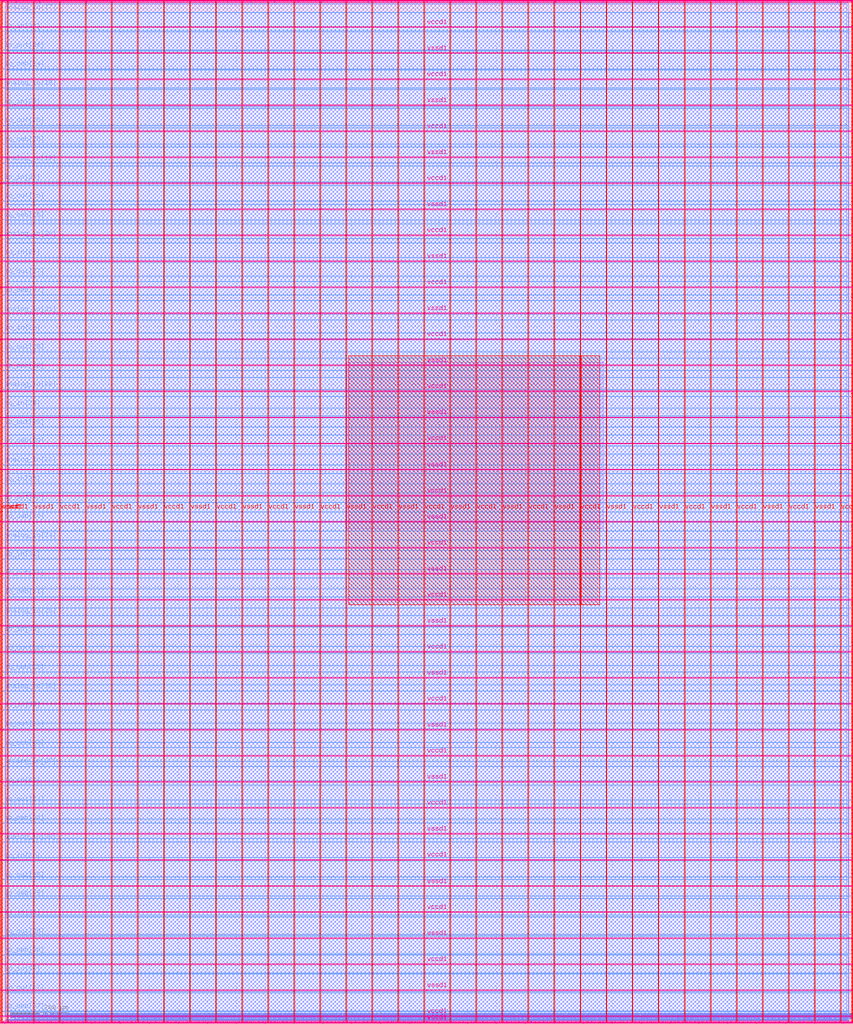
<source format=lef>
VERSION 5.7 ;
  NOWIREEXTENSIONATPIN ON ;
  DIVIDERCHAR "/" ;
  BUSBITCHARS "[]" ;
MACRO user_project_wrapper
  CLASS BLOCK ;
  FOREIGN user_project_wrapper ;
  ORIGIN 0.000 0.000 ;
  SIZE 2920.000 BY 3520.000 ;
  PIN analog_io[0]
    DIRECTION INOUT ;
    USE SIGNAL ;
    PORT
      LAYER met3 ;
        RECT 2917.600 1426.380 2924.800 1427.580 ;
    END
  END analog_io[0]
  PIN analog_io[10]
    DIRECTION INOUT ;
    USE SIGNAL ;
    PORT
      LAYER met2 ;
        RECT 2230.490 3517.600 2231.050 3524.800 ;
    END
  END analog_io[10]
  PIN analog_io[11]
    DIRECTION INOUT ;
    USE SIGNAL ;
    PORT
      LAYER met2 ;
        RECT 1905.730 3517.600 1906.290 3524.800 ;
    END
  END analog_io[11]
  PIN analog_io[12]
    DIRECTION INOUT ;
    USE SIGNAL ;
    PORT
      LAYER met2 ;
        RECT 1581.430 3517.600 1581.990 3524.800 ;
    END
  END analog_io[12]
  PIN analog_io[13]
    DIRECTION INOUT ;
    USE SIGNAL ;
    PORT
      LAYER met2 ;
        RECT 1257.130 3517.600 1257.690 3524.800 ;
    END
  END analog_io[13]
  PIN analog_io[14]
    DIRECTION INOUT ;
    USE SIGNAL ;
    PORT
      LAYER met2 ;
        RECT 932.370 3517.600 932.930 3524.800 ;
    END
  END analog_io[14]
  PIN analog_io[15]
    DIRECTION INOUT ;
    USE SIGNAL ;
    PORT
      LAYER met2 ;
        RECT 608.070 3517.600 608.630 3524.800 ;
    END
  END analog_io[15]
  PIN analog_io[16]
    DIRECTION INOUT ;
    USE SIGNAL ;
    PORT
      LAYER met2 ;
        RECT 283.770 3517.600 284.330 3524.800 ;
    END
  END analog_io[16]
  PIN analog_io[17]
    DIRECTION INOUT ;
    USE SIGNAL ;
    PORT
      LAYER met3 ;
        RECT -4.800 3486.100 2.400 3487.300 ;
    END
  END analog_io[17]
  PIN analog_io[18]
    DIRECTION INOUT ;
    USE SIGNAL ;
    PORT
      LAYER met3 ;
        RECT -4.800 3224.980 2.400 3226.180 ;
    END
  END analog_io[18]
  PIN analog_io[19]
    DIRECTION INOUT ;
    USE SIGNAL ;
    PORT
      LAYER met3 ;
        RECT -4.800 2964.540 2.400 2965.740 ;
    END
  END analog_io[19]
  PIN analog_io[1]
    DIRECTION INOUT ;
    USE SIGNAL ;
    PORT
      LAYER met3 ;
        RECT 2917.600 1692.260 2924.800 1693.460 ;
    END
  END analog_io[1]
  PIN analog_io[20]
    DIRECTION INOUT ;
    USE SIGNAL ;
    PORT
      LAYER met3 ;
        RECT -4.800 2703.420 2.400 2704.620 ;
    END
  END analog_io[20]
  PIN analog_io[21]
    DIRECTION INOUT ;
    USE SIGNAL ;
    PORT
      LAYER met3 ;
        RECT -4.800 2442.980 2.400 2444.180 ;
    END
  END analog_io[21]
  PIN analog_io[22]
    DIRECTION INOUT ;
    USE SIGNAL ;
    PORT
      LAYER met3 ;
        RECT -4.800 2182.540 2.400 2183.740 ;
    END
  END analog_io[22]
  PIN analog_io[23]
    DIRECTION INOUT ;
    USE SIGNAL ;
    PORT
      LAYER met3 ;
        RECT -4.800 1921.420 2.400 1922.620 ;
    END
  END analog_io[23]
  PIN analog_io[24]
    DIRECTION INOUT ;
    USE SIGNAL ;
    PORT
      LAYER met3 ;
        RECT -4.800 1660.980 2.400 1662.180 ;
    END
  END analog_io[24]
  PIN analog_io[25]
    DIRECTION INOUT ;
    USE SIGNAL ;
    PORT
      LAYER met3 ;
        RECT -4.800 1399.860 2.400 1401.060 ;
    END
  END analog_io[25]
  PIN analog_io[26]
    DIRECTION INOUT ;
    USE SIGNAL ;
    PORT
      LAYER met3 ;
        RECT -4.800 1139.420 2.400 1140.620 ;
    END
  END analog_io[26]
  PIN analog_io[27]
    DIRECTION INOUT ;
    USE SIGNAL ;
    PORT
      LAYER met3 ;
        RECT -4.800 878.980 2.400 880.180 ;
    END
  END analog_io[27]
  PIN analog_io[28]
    DIRECTION INOUT ;
    USE SIGNAL ;
    PORT
      LAYER met3 ;
        RECT -4.800 617.860 2.400 619.060 ;
    END
  END analog_io[28]
  PIN analog_io[2]
    DIRECTION INOUT ;
    USE SIGNAL ;
    PORT
      LAYER met3 ;
        RECT 2917.600 1958.140 2924.800 1959.340 ;
    END
  END analog_io[2]
  PIN analog_io[3]
    DIRECTION INOUT ;
    USE SIGNAL ;
    PORT
      LAYER met3 ;
        RECT 2917.600 2223.340 2924.800 2224.540 ;
    END
  END analog_io[3]
  PIN analog_io[4]
    DIRECTION INOUT ;
    USE SIGNAL ;
    PORT
      LAYER met3 ;
        RECT 2917.600 2489.220 2924.800 2490.420 ;
    END
  END analog_io[4]
  PIN analog_io[5]
    DIRECTION INOUT ;
    USE SIGNAL ;
    PORT
      LAYER met3 ;
        RECT 2917.600 2755.100 2924.800 2756.300 ;
    END
  END analog_io[5]
  PIN analog_io[6]
    DIRECTION INOUT ;
    USE SIGNAL ;
    PORT
      LAYER met3 ;
        RECT 2917.600 3020.300 2924.800 3021.500 ;
    END
  END analog_io[6]
  PIN analog_io[7]
    DIRECTION INOUT ;
    USE SIGNAL ;
    PORT
      LAYER met3 ;
        RECT 2917.600 3286.180 2924.800 3287.380 ;
    END
  END analog_io[7]
  PIN analog_io[8]
    DIRECTION INOUT ;
    USE SIGNAL ;
    PORT
      LAYER met2 ;
        RECT 2879.090 3517.600 2879.650 3524.800 ;
    END
  END analog_io[8]
  PIN analog_io[9]
    DIRECTION INOUT ;
    USE SIGNAL ;
    PORT
      LAYER met2 ;
        RECT 2554.790 3517.600 2555.350 3524.800 ;
    END
  END analog_io[9]
  PIN io_in[0]
    DIRECTION INPUT ;
    USE SIGNAL ;
    PORT
      LAYER met3 ;
        RECT 2917.600 32.380 2924.800 33.580 ;
    END
  END io_in[0]
  PIN io_in[10]
    DIRECTION INPUT ;
    USE SIGNAL ;
    PORT
      LAYER met3 ;
        RECT 2917.600 2289.980 2924.800 2291.180 ;
    END
  END io_in[10]
  PIN io_in[11]
    DIRECTION INPUT ;
    USE SIGNAL ;
    PORT
      LAYER met3 ;
        RECT 2917.600 2555.860 2924.800 2557.060 ;
    END
  END io_in[11]
  PIN io_in[12]
    DIRECTION INPUT ;
    USE SIGNAL ;
    PORT
      LAYER met3 ;
        RECT 2917.600 2821.060 2924.800 2822.260 ;
    END
  END io_in[12]
  PIN io_in[13]
    DIRECTION INPUT ;
    USE SIGNAL ;
    PORT
      LAYER met3 ;
        RECT 2917.600 3086.940 2924.800 3088.140 ;
    END
  END io_in[13]
  PIN io_in[14]
    DIRECTION INPUT ;
    USE SIGNAL ;
    PORT
      LAYER met3 ;
        RECT 2917.600 3352.820 2924.800 3354.020 ;
    END
  END io_in[14]
  PIN io_in[15]
    DIRECTION INPUT ;
    USE SIGNAL ;
    PORT
      LAYER met2 ;
        RECT 2798.130 3517.600 2798.690 3524.800 ;
    END
  END io_in[15]
  PIN io_in[16]
    DIRECTION INPUT ;
    USE SIGNAL ;
    PORT
      LAYER met2 ;
        RECT 2473.830 3517.600 2474.390 3524.800 ;
    END
  END io_in[16]
  PIN io_in[17]
    DIRECTION INPUT ;
    USE SIGNAL ;
    PORT
      LAYER met2 ;
        RECT 2149.070 3517.600 2149.630 3524.800 ;
    END
  END io_in[17]
  PIN io_in[18]
    DIRECTION INPUT ;
    USE SIGNAL ;
    PORT
      LAYER met2 ;
        RECT 1824.770 3517.600 1825.330 3524.800 ;
    END
  END io_in[18]
  PIN io_in[19]
    DIRECTION INPUT ;
    USE SIGNAL ;
    PORT
      LAYER met2 ;
        RECT 1500.470 3517.600 1501.030 3524.800 ;
    END
  END io_in[19]
  PIN io_in[1]
    DIRECTION INPUT ;
    USE SIGNAL ;
    PORT
      LAYER met3 ;
        RECT 2917.600 230.940 2924.800 232.140 ;
    END
  END io_in[1]
  PIN io_in[20]
    DIRECTION INPUT ;
    USE SIGNAL ;
    PORT
      LAYER met2 ;
        RECT 1175.710 3517.600 1176.270 3524.800 ;
    END
  END io_in[20]
  PIN io_in[21]
    DIRECTION INPUT ;
    USE SIGNAL ;
    PORT
      LAYER met2 ;
        RECT 851.410 3517.600 851.970 3524.800 ;
    END
  END io_in[21]
  PIN io_in[22]
    DIRECTION INPUT ;
    USE SIGNAL ;
    PORT
      LAYER met2 ;
        RECT 527.110 3517.600 527.670 3524.800 ;
    END
  END io_in[22]
  PIN io_in[23]
    DIRECTION INPUT ;
    USE SIGNAL ;
    PORT
      LAYER met2 ;
        RECT 202.350 3517.600 202.910 3524.800 ;
    END
  END io_in[23]
  PIN io_in[24]
    DIRECTION INPUT ;
    USE SIGNAL ;
    PORT
      LAYER met3 ;
        RECT -4.800 3420.820 2.400 3422.020 ;
    END
  END io_in[24]
  PIN io_in[25]
    DIRECTION INPUT ;
    USE SIGNAL ;
    PORT
      LAYER met3 ;
        RECT -4.800 3159.700 2.400 3160.900 ;
    END
  END io_in[25]
  PIN io_in[26]
    DIRECTION INPUT ;
    USE SIGNAL ;
    PORT
      LAYER met3 ;
        RECT -4.800 2899.260 2.400 2900.460 ;
    END
  END io_in[26]
  PIN io_in[27]
    DIRECTION INPUT ;
    USE SIGNAL ;
    PORT
      LAYER met3 ;
        RECT -4.800 2638.820 2.400 2640.020 ;
    END
  END io_in[27]
  PIN io_in[28]
    DIRECTION INPUT ;
    USE SIGNAL ;
    PORT
      LAYER met3 ;
        RECT -4.800 2377.700 2.400 2378.900 ;
    END
  END io_in[28]
  PIN io_in[29]
    DIRECTION INPUT ;
    USE SIGNAL ;
    PORT
      LAYER met3 ;
        RECT -4.800 2117.260 2.400 2118.460 ;
    END
  END io_in[29]
  PIN io_in[2]
    DIRECTION INPUT ;
    USE SIGNAL ;
    PORT
      LAYER met3 ;
        RECT 2917.600 430.180 2924.800 431.380 ;
    END
  END io_in[2]
  PIN io_in[30]
    DIRECTION INPUT ;
    USE SIGNAL ;
    PORT
      LAYER met3 ;
        RECT -4.800 1856.140 2.400 1857.340 ;
    END
  END io_in[30]
  PIN io_in[31]
    DIRECTION INPUT ;
    USE SIGNAL ;
    PORT
      LAYER met3 ;
        RECT -4.800 1595.700 2.400 1596.900 ;
    END
  END io_in[31]
  PIN io_in[32]
    DIRECTION INPUT ;
    USE SIGNAL ;
    PORT
      LAYER met3 ;
        RECT -4.800 1335.260 2.400 1336.460 ;
    END
  END io_in[32]
  PIN io_in[33]
    DIRECTION INPUT ;
    USE SIGNAL ;
    PORT
      LAYER met3 ;
        RECT -4.800 1074.140 2.400 1075.340 ;
    END
  END io_in[33]
  PIN io_in[34]
    DIRECTION INPUT ;
    USE SIGNAL ;
    PORT
      LAYER met3 ;
        RECT -4.800 813.700 2.400 814.900 ;
    END
  END io_in[34]
  PIN io_in[35]
    DIRECTION INPUT ;
    USE SIGNAL ;
    PORT
      LAYER met3 ;
        RECT -4.800 552.580 2.400 553.780 ;
    END
  END io_in[35]
  PIN io_in[36]
    DIRECTION INPUT ;
    USE SIGNAL ;
    PORT
      LAYER met3 ;
        RECT -4.800 357.420 2.400 358.620 ;
    END
  END io_in[36]
  PIN io_in[37]
    DIRECTION INPUT ;
    USE SIGNAL ;
    PORT
      LAYER met3 ;
        RECT -4.800 161.580 2.400 162.780 ;
    END
  END io_in[37]
  PIN io_in[3]
    DIRECTION INPUT ;
    USE SIGNAL ;
    PORT
      LAYER met3 ;
        RECT 2917.600 629.420 2924.800 630.620 ;
    END
  END io_in[3]
  PIN io_in[4]
    DIRECTION INPUT ;
    USE SIGNAL ;
    PORT
      LAYER met3 ;
        RECT 2917.600 828.660 2924.800 829.860 ;
    END
  END io_in[4]
  PIN io_in[5]
    DIRECTION INPUT ;
    USE SIGNAL ;
    PORT
      LAYER met3 ;
        RECT 2917.600 1027.900 2924.800 1029.100 ;
    END
  END io_in[5]
  PIN io_in[6]
    DIRECTION INPUT ;
    USE SIGNAL ;
    PORT
      LAYER met3 ;
        RECT 2917.600 1227.140 2924.800 1228.340 ;
    END
  END io_in[6]
  PIN io_in[7]
    DIRECTION INPUT ;
    USE SIGNAL ;
    PORT
      LAYER met3 ;
        RECT 2917.600 1493.020 2924.800 1494.220 ;
    END
  END io_in[7]
  PIN io_in[8]
    DIRECTION INPUT ;
    USE SIGNAL ;
    PORT
      LAYER met3 ;
        RECT 2917.600 1758.900 2924.800 1760.100 ;
    END
  END io_in[8]
  PIN io_in[9]
    DIRECTION INPUT ;
    USE SIGNAL ;
    PORT
      LAYER met3 ;
        RECT 2917.600 2024.100 2924.800 2025.300 ;
    END
  END io_in[9]
  PIN io_oeb[0]
    DIRECTION OUTPUT TRISTATE ;
    USE SIGNAL ;
    PORT
      LAYER met3 ;
        RECT 2917.600 164.980 2924.800 166.180 ;
    END
  END io_oeb[0]
  PIN io_oeb[10]
    DIRECTION OUTPUT TRISTATE ;
    USE SIGNAL ;
    PORT
      LAYER met3 ;
        RECT 2917.600 2422.580 2924.800 2423.780 ;
    END
  END io_oeb[10]
  PIN io_oeb[11]
    DIRECTION OUTPUT TRISTATE ;
    USE SIGNAL ;
    PORT
      LAYER met3 ;
        RECT 2917.600 2688.460 2924.800 2689.660 ;
    END
  END io_oeb[11]
  PIN io_oeb[12]
    DIRECTION OUTPUT TRISTATE ;
    USE SIGNAL ;
    PORT
      LAYER met3 ;
        RECT 2917.600 2954.340 2924.800 2955.540 ;
    END
  END io_oeb[12]
  PIN io_oeb[13]
    DIRECTION OUTPUT TRISTATE ;
    USE SIGNAL ;
    PORT
      LAYER met3 ;
        RECT 2917.600 3219.540 2924.800 3220.740 ;
    END
  END io_oeb[13]
  PIN io_oeb[14]
    DIRECTION OUTPUT TRISTATE ;
    USE SIGNAL ;
    PORT
      LAYER met3 ;
        RECT 2917.600 3485.420 2924.800 3486.620 ;
    END
  END io_oeb[14]
  PIN io_oeb[15]
    DIRECTION OUTPUT TRISTATE ;
    USE SIGNAL ;
    PORT
      LAYER met2 ;
        RECT 2635.750 3517.600 2636.310 3524.800 ;
    END
  END io_oeb[15]
  PIN io_oeb[16]
    DIRECTION OUTPUT TRISTATE ;
    USE SIGNAL ;
    PORT
      LAYER met2 ;
        RECT 2311.450 3517.600 2312.010 3524.800 ;
    END
  END io_oeb[16]
  PIN io_oeb[17]
    DIRECTION OUTPUT TRISTATE ;
    USE SIGNAL ;
    PORT
      LAYER met2 ;
        RECT 1987.150 3517.600 1987.710 3524.800 ;
    END
  END io_oeb[17]
  PIN io_oeb[18]
    DIRECTION OUTPUT TRISTATE ;
    USE SIGNAL ;
    PORT
      LAYER met2 ;
        RECT 1662.390 3517.600 1662.950 3524.800 ;
    END
  END io_oeb[18]
  PIN io_oeb[19]
    DIRECTION OUTPUT TRISTATE ;
    USE SIGNAL ;
    PORT
      LAYER met2 ;
        RECT 1338.090 3517.600 1338.650 3524.800 ;
    END
  END io_oeb[19]
  PIN io_oeb[1]
    DIRECTION OUTPUT TRISTATE ;
    USE SIGNAL ;
    PORT
      LAYER met3 ;
        RECT 2917.600 364.220 2924.800 365.420 ;
    END
  END io_oeb[1]
  PIN io_oeb[20]
    DIRECTION OUTPUT TRISTATE ;
    USE SIGNAL ;
    PORT
      LAYER met2 ;
        RECT 1013.790 3517.600 1014.350 3524.800 ;
    END
  END io_oeb[20]
  PIN io_oeb[21]
    DIRECTION OUTPUT TRISTATE ;
    USE SIGNAL ;
    PORT
      LAYER met2 ;
        RECT 689.030 3517.600 689.590 3524.800 ;
    END
  END io_oeb[21]
  PIN io_oeb[22]
    DIRECTION OUTPUT TRISTATE ;
    USE SIGNAL ;
    PORT
      LAYER met2 ;
        RECT 364.730 3517.600 365.290 3524.800 ;
    END
  END io_oeb[22]
  PIN io_oeb[23]
    DIRECTION OUTPUT TRISTATE ;
    USE SIGNAL ;
    PORT
      LAYER met2 ;
        RECT 40.430 3517.600 40.990 3524.800 ;
    END
  END io_oeb[23]
  PIN io_oeb[24]
    DIRECTION OUTPUT TRISTATE ;
    USE SIGNAL ;
    PORT
      LAYER met3 ;
        RECT -4.800 3290.260 2.400 3291.460 ;
    END
  END io_oeb[24]
  PIN io_oeb[25]
    DIRECTION OUTPUT TRISTATE ;
    USE SIGNAL ;
    PORT
      LAYER met3 ;
        RECT -4.800 3029.820 2.400 3031.020 ;
    END
  END io_oeb[25]
  PIN io_oeb[26]
    DIRECTION OUTPUT TRISTATE ;
    USE SIGNAL ;
    PORT
      LAYER met3 ;
        RECT -4.800 2768.700 2.400 2769.900 ;
    END
  END io_oeb[26]
  PIN io_oeb[27]
    DIRECTION OUTPUT TRISTATE ;
    USE SIGNAL ;
    PORT
      LAYER met3 ;
        RECT -4.800 2508.260 2.400 2509.460 ;
    END
  END io_oeb[27]
  PIN io_oeb[28]
    DIRECTION OUTPUT TRISTATE ;
    USE SIGNAL ;
    PORT
      LAYER met3 ;
        RECT -4.800 2247.140 2.400 2248.340 ;
    END
  END io_oeb[28]
  PIN io_oeb[29]
    DIRECTION OUTPUT TRISTATE ;
    USE SIGNAL ;
    PORT
      LAYER met3 ;
        RECT -4.800 1986.700 2.400 1987.900 ;
    END
  END io_oeb[29]
  PIN io_oeb[2]
    DIRECTION OUTPUT TRISTATE ;
    USE SIGNAL ;
    PORT
      LAYER met3 ;
        RECT 2917.600 563.460 2924.800 564.660 ;
    END
  END io_oeb[2]
  PIN io_oeb[30]
    DIRECTION OUTPUT TRISTATE ;
    USE SIGNAL ;
    PORT
      LAYER met3 ;
        RECT -4.800 1726.260 2.400 1727.460 ;
    END
  END io_oeb[30]
  PIN io_oeb[31]
    DIRECTION OUTPUT TRISTATE ;
    USE SIGNAL ;
    PORT
      LAYER met3 ;
        RECT -4.800 1465.140 2.400 1466.340 ;
    END
  END io_oeb[31]
  PIN io_oeb[32]
    DIRECTION OUTPUT TRISTATE ;
    USE SIGNAL ;
    PORT
      LAYER met3 ;
        RECT -4.800 1204.700 2.400 1205.900 ;
    END
  END io_oeb[32]
  PIN io_oeb[33]
    DIRECTION OUTPUT TRISTATE ;
    USE SIGNAL ;
    PORT
      LAYER met3 ;
        RECT -4.800 943.580 2.400 944.780 ;
    END
  END io_oeb[33]
  PIN io_oeb[34]
    DIRECTION OUTPUT TRISTATE ;
    USE SIGNAL ;
    PORT
      LAYER met3 ;
        RECT -4.800 683.140 2.400 684.340 ;
    END
  END io_oeb[34]
  PIN io_oeb[35]
    DIRECTION OUTPUT TRISTATE ;
    USE SIGNAL ;
    PORT
      LAYER met3 ;
        RECT -4.800 422.700 2.400 423.900 ;
    END
  END io_oeb[35]
  PIN io_oeb[36]
    DIRECTION OUTPUT TRISTATE ;
    USE SIGNAL ;
    PORT
      LAYER met3 ;
        RECT -4.800 226.860 2.400 228.060 ;
    END
  END io_oeb[36]
  PIN io_oeb[37]
    DIRECTION OUTPUT TRISTATE ;
    USE SIGNAL ;
    PORT
      LAYER met3 ;
        RECT -4.800 31.700 2.400 32.900 ;
    END
  END io_oeb[37]
  PIN io_oeb[3]
    DIRECTION OUTPUT TRISTATE ;
    USE SIGNAL ;
    PORT
      LAYER met3 ;
        RECT 2917.600 762.700 2924.800 763.900 ;
    END
  END io_oeb[3]
  PIN io_oeb[4]
    DIRECTION OUTPUT TRISTATE ;
    USE SIGNAL ;
    PORT
      LAYER met3 ;
        RECT 2917.600 961.940 2924.800 963.140 ;
    END
  END io_oeb[4]
  PIN io_oeb[5]
    DIRECTION OUTPUT TRISTATE ;
    USE SIGNAL ;
    PORT
      LAYER met3 ;
        RECT 2917.600 1161.180 2924.800 1162.380 ;
    END
  END io_oeb[5]
  PIN io_oeb[6]
    DIRECTION OUTPUT TRISTATE ;
    USE SIGNAL ;
    PORT
      LAYER met3 ;
        RECT 2917.600 1360.420 2924.800 1361.620 ;
    END
  END io_oeb[6]
  PIN io_oeb[7]
    DIRECTION OUTPUT TRISTATE ;
    USE SIGNAL ;
    PORT
      LAYER met3 ;
        RECT 2917.600 1625.620 2924.800 1626.820 ;
    END
  END io_oeb[7]
  PIN io_oeb[8]
    DIRECTION OUTPUT TRISTATE ;
    USE SIGNAL ;
    PORT
      LAYER met3 ;
        RECT 2917.600 1891.500 2924.800 1892.700 ;
    END
  END io_oeb[8]
  PIN io_oeb[9]
    DIRECTION OUTPUT TRISTATE ;
    USE SIGNAL ;
    PORT
      LAYER met3 ;
        RECT 2917.600 2157.380 2924.800 2158.580 ;
    END
  END io_oeb[9]
  PIN io_out[0]
    DIRECTION OUTPUT TRISTATE ;
    USE SIGNAL ;
    PORT
      LAYER met3 ;
        RECT 2917.600 98.340 2924.800 99.540 ;
    END
  END io_out[0]
  PIN io_out[10]
    DIRECTION OUTPUT TRISTATE ;
    USE SIGNAL ;
    PORT
      LAYER met3 ;
        RECT 2917.600 2356.620 2924.800 2357.820 ;
    END
  END io_out[10]
  PIN io_out[11]
    DIRECTION OUTPUT TRISTATE ;
    USE SIGNAL ;
    PORT
      LAYER met3 ;
        RECT 2917.600 2621.820 2924.800 2623.020 ;
    END
  END io_out[11]
  PIN io_out[12]
    DIRECTION OUTPUT TRISTATE ;
    USE SIGNAL ;
    PORT
      LAYER met3 ;
        RECT 2917.600 2887.700 2924.800 2888.900 ;
    END
  END io_out[12]
  PIN io_out[13]
    DIRECTION OUTPUT TRISTATE ;
    USE SIGNAL ;
    PORT
      LAYER met3 ;
        RECT 2917.600 3153.580 2924.800 3154.780 ;
    END
  END io_out[13]
  PIN io_out[14]
    DIRECTION OUTPUT TRISTATE ;
    USE SIGNAL ;
    PORT
      LAYER met3 ;
        RECT 2917.600 3418.780 2924.800 3419.980 ;
    END
  END io_out[14]
  PIN io_out[15]
    DIRECTION OUTPUT TRISTATE ;
    USE SIGNAL ;
    PORT
      LAYER met2 ;
        RECT 2717.170 3517.600 2717.730 3524.800 ;
    END
  END io_out[15]
  PIN io_out[16]
    DIRECTION OUTPUT TRISTATE ;
    USE SIGNAL ;
    PORT
      LAYER met2 ;
        RECT 2392.410 3517.600 2392.970 3524.800 ;
    END
  END io_out[16]
  PIN io_out[17]
    DIRECTION OUTPUT TRISTATE ;
    USE SIGNAL ;
    PORT
      LAYER met2 ;
        RECT 2068.110 3517.600 2068.670 3524.800 ;
    END
  END io_out[17]
  PIN io_out[18]
    DIRECTION OUTPUT TRISTATE ;
    USE SIGNAL ;
    PORT
      LAYER met2 ;
        RECT 1743.810 3517.600 1744.370 3524.800 ;
    END
  END io_out[18]
  PIN io_out[19]
    DIRECTION OUTPUT TRISTATE ;
    USE SIGNAL ;
    PORT
      LAYER met2 ;
        RECT 1419.050 3517.600 1419.610 3524.800 ;
    END
  END io_out[19]
  PIN io_out[1]
    DIRECTION OUTPUT TRISTATE ;
    USE SIGNAL ;
    PORT
      LAYER met3 ;
        RECT 2917.600 297.580 2924.800 298.780 ;
    END
  END io_out[1]
  PIN io_out[20]
    DIRECTION OUTPUT TRISTATE ;
    USE SIGNAL ;
    PORT
      LAYER met2 ;
        RECT 1094.750 3517.600 1095.310 3524.800 ;
    END
  END io_out[20]
  PIN io_out[21]
    DIRECTION OUTPUT TRISTATE ;
    USE SIGNAL ;
    PORT
      LAYER met2 ;
        RECT 770.450 3517.600 771.010 3524.800 ;
    END
  END io_out[21]
  PIN io_out[22]
    DIRECTION OUTPUT TRISTATE ;
    USE SIGNAL ;
    PORT
      LAYER met2 ;
        RECT 445.690 3517.600 446.250 3524.800 ;
    END
  END io_out[22]
  PIN io_out[23]
    DIRECTION OUTPUT TRISTATE ;
    USE SIGNAL ;
    PORT
      LAYER met2 ;
        RECT 121.390 3517.600 121.950 3524.800 ;
    END
  END io_out[23]
  PIN io_out[24]
    DIRECTION OUTPUT TRISTATE ;
    USE SIGNAL ;
    PORT
      LAYER met3 ;
        RECT -4.800 3355.540 2.400 3356.740 ;
    END
  END io_out[24]
  PIN io_out[25]
    DIRECTION OUTPUT TRISTATE ;
    USE SIGNAL ;
    PORT
      LAYER met3 ;
        RECT -4.800 3095.100 2.400 3096.300 ;
    END
  END io_out[25]
  PIN io_out[26]
    DIRECTION OUTPUT TRISTATE ;
    USE SIGNAL ;
    PORT
      LAYER met3 ;
        RECT -4.800 2833.980 2.400 2835.180 ;
    END
  END io_out[26]
  PIN io_out[27]
    DIRECTION OUTPUT TRISTATE ;
    USE SIGNAL ;
    PORT
      LAYER met3 ;
        RECT -4.800 2573.540 2.400 2574.740 ;
    END
  END io_out[27]
  PIN io_out[28]
    DIRECTION OUTPUT TRISTATE ;
    USE SIGNAL ;
    PORT
      LAYER met3 ;
        RECT -4.800 2312.420 2.400 2313.620 ;
    END
  END io_out[28]
  PIN io_out[29]
    DIRECTION OUTPUT TRISTATE ;
    USE SIGNAL ;
    PORT
      LAYER met3 ;
        RECT -4.800 2051.980 2.400 2053.180 ;
    END
  END io_out[29]
  PIN io_out[2]
    DIRECTION OUTPUT TRISTATE ;
    USE SIGNAL ;
    PORT
      LAYER met3 ;
        RECT 2917.600 496.820 2924.800 498.020 ;
    END
  END io_out[2]
  PIN io_out[30]
    DIRECTION OUTPUT TRISTATE ;
    USE SIGNAL ;
    PORT
      LAYER met3 ;
        RECT -4.800 1791.540 2.400 1792.740 ;
    END
  END io_out[30]
  PIN io_out[31]
    DIRECTION OUTPUT TRISTATE ;
    USE SIGNAL ;
    PORT
      LAYER met3 ;
        RECT -4.800 1530.420 2.400 1531.620 ;
    END
  END io_out[31]
  PIN io_out[32]
    DIRECTION OUTPUT TRISTATE ;
    USE SIGNAL ;
    PORT
      LAYER met3 ;
        RECT -4.800 1269.980 2.400 1271.180 ;
    END
  END io_out[32]
  PIN io_out[33]
    DIRECTION OUTPUT TRISTATE ;
    USE SIGNAL ;
    PORT
      LAYER met3 ;
        RECT -4.800 1008.860 2.400 1010.060 ;
    END
  END io_out[33]
  PIN io_out[34]
    DIRECTION OUTPUT TRISTATE ;
    USE SIGNAL ;
    PORT
      LAYER met3 ;
        RECT -4.800 748.420 2.400 749.620 ;
    END
  END io_out[34]
  PIN io_out[35]
    DIRECTION OUTPUT TRISTATE ;
    USE SIGNAL ;
    PORT
      LAYER met3 ;
        RECT -4.800 487.300 2.400 488.500 ;
    END
  END io_out[35]
  PIN io_out[36]
    DIRECTION OUTPUT TRISTATE ;
    USE SIGNAL ;
    PORT
      LAYER met3 ;
        RECT -4.800 292.140 2.400 293.340 ;
    END
  END io_out[36]
  PIN io_out[37]
    DIRECTION OUTPUT TRISTATE ;
    USE SIGNAL ;
    PORT
      LAYER met3 ;
        RECT -4.800 96.300 2.400 97.500 ;
    END
  END io_out[37]
  PIN io_out[3]
    DIRECTION OUTPUT TRISTATE ;
    USE SIGNAL ;
    PORT
      LAYER met3 ;
        RECT 2917.600 696.060 2924.800 697.260 ;
    END
  END io_out[3]
  PIN io_out[4]
    DIRECTION OUTPUT TRISTATE ;
    USE SIGNAL ;
    PORT
      LAYER met3 ;
        RECT 2917.600 895.300 2924.800 896.500 ;
    END
  END io_out[4]
  PIN io_out[5]
    DIRECTION OUTPUT TRISTATE ;
    USE SIGNAL ;
    PORT
      LAYER met3 ;
        RECT 2917.600 1094.540 2924.800 1095.740 ;
    END
  END io_out[5]
  PIN io_out[6]
    DIRECTION OUTPUT TRISTATE ;
    USE SIGNAL ;
    PORT
      LAYER met3 ;
        RECT 2917.600 1293.780 2924.800 1294.980 ;
    END
  END io_out[6]
  PIN io_out[7]
    DIRECTION OUTPUT TRISTATE ;
    USE SIGNAL ;
    PORT
      LAYER met3 ;
        RECT 2917.600 1559.660 2924.800 1560.860 ;
    END
  END io_out[7]
  PIN io_out[8]
    DIRECTION OUTPUT TRISTATE ;
    USE SIGNAL ;
    PORT
      LAYER met3 ;
        RECT 2917.600 1824.860 2924.800 1826.060 ;
    END
  END io_out[8]
  PIN io_out[9]
    DIRECTION OUTPUT TRISTATE ;
    USE SIGNAL ;
    PORT
      LAYER met3 ;
        RECT 2917.600 2090.740 2924.800 2091.940 ;
    END
  END io_out[9]
  PIN la_data_in[0]
    DIRECTION INPUT ;
    USE SIGNAL ;
    PORT
      LAYER met2 ;
        RECT 629.230 -4.800 629.790 2.400 ;
    END
  END la_data_in[0]
  PIN la_data_in[100]
    DIRECTION INPUT ;
    USE SIGNAL ;
    PORT
      LAYER met2 ;
        RECT 2402.530 -4.800 2403.090 2.400 ;
    END
  END la_data_in[100]
  PIN la_data_in[101]
    DIRECTION INPUT ;
    USE SIGNAL ;
    PORT
      LAYER met2 ;
        RECT 2420.010 -4.800 2420.570 2.400 ;
    END
  END la_data_in[101]
  PIN la_data_in[102]
    DIRECTION INPUT ;
    USE SIGNAL ;
    PORT
      LAYER met2 ;
        RECT 2437.950 -4.800 2438.510 2.400 ;
    END
  END la_data_in[102]
  PIN la_data_in[103]
    DIRECTION INPUT ;
    USE SIGNAL ;
    PORT
      LAYER met2 ;
        RECT 2455.430 -4.800 2455.990 2.400 ;
    END
  END la_data_in[103]
  PIN la_data_in[104]
    DIRECTION INPUT ;
    USE SIGNAL ;
    PORT
      LAYER met2 ;
        RECT 2473.370 -4.800 2473.930 2.400 ;
    END
  END la_data_in[104]
  PIN la_data_in[105]
    DIRECTION INPUT ;
    USE SIGNAL ;
    PORT
      LAYER met2 ;
        RECT 2490.850 -4.800 2491.410 2.400 ;
    END
  END la_data_in[105]
  PIN la_data_in[106]
    DIRECTION INPUT ;
    USE SIGNAL ;
    PORT
      LAYER met2 ;
        RECT 2508.790 -4.800 2509.350 2.400 ;
    END
  END la_data_in[106]
  PIN la_data_in[107]
    DIRECTION INPUT ;
    USE SIGNAL ;
    PORT
      LAYER met2 ;
        RECT 2526.730 -4.800 2527.290 2.400 ;
    END
  END la_data_in[107]
  PIN la_data_in[108]
    DIRECTION INPUT ;
    USE SIGNAL ;
    PORT
      LAYER met2 ;
        RECT 2544.210 -4.800 2544.770 2.400 ;
    END
  END la_data_in[108]
  PIN la_data_in[109]
    DIRECTION INPUT ;
    USE SIGNAL ;
    PORT
      LAYER met2 ;
        RECT 2562.150 -4.800 2562.710 2.400 ;
    END
  END la_data_in[109]
  PIN la_data_in[10]
    DIRECTION INPUT ;
    USE SIGNAL ;
    PORT
      LAYER met2 ;
        RECT 806.330 -4.800 806.890 2.400 ;
    END
  END la_data_in[10]
  PIN la_data_in[110]
    DIRECTION INPUT ;
    USE SIGNAL ;
    PORT
      LAYER met2 ;
        RECT 2579.630 -4.800 2580.190 2.400 ;
    END
  END la_data_in[110]
  PIN la_data_in[111]
    DIRECTION INPUT ;
    USE SIGNAL ;
    PORT
      LAYER met2 ;
        RECT 2597.570 -4.800 2598.130 2.400 ;
    END
  END la_data_in[111]
  PIN la_data_in[112]
    DIRECTION INPUT ;
    USE SIGNAL ;
    PORT
      LAYER met2 ;
        RECT 2615.050 -4.800 2615.610 2.400 ;
    END
  END la_data_in[112]
  PIN la_data_in[113]
    DIRECTION INPUT ;
    USE SIGNAL ;
    PORT
      LAYER met2 ;
        RECT 2632.990 -4.800 2633.550 2.400 ;
    END
  END la_data_in[113]
  PIN la_data_in[114]
    DIRECTION INPUT ;
    USE SIGNAL ;
    PORT
      LAYER met2 ;
        RECT 2650.470 -4.800 2651.030 2.400 ;
    END
  END la_data_in[114]
  PIN la_data_in[115]
    DIRECTION INPUT ;
    USE SIGNAL ;
    PORT
      LAYER met2 ;
        RECT 2668.410 -4.800 2668.970 2.400 ;
    END
  END la_data_in[115]
  PIN la_data_in[116]
    DIRECTION INPUT ;
    USE SIGNAL ;
    PORT
      LAYER met2 ;
        RECT 2685.890 -4.800 2686.450 2.400 ;
    END
  END la_data_in[116]
  PIN la_data_in[117]
    DIRECTION INPUT ;
    USE SIGNAL ;
    PORT
      LAYER met2 ;
        RECT 2703.830 -4.800 2704.390 2.400 ;
    END
  END la_data_in[117]
  PIN la_data_in[118]
    DIRECTION INPUT ;
    USE SIGNAL ;
    PORT
      LAYER met2 ;
        RECT 2721.770 -4.800 2722.330 2.400 ;
    END
  END la_data_in[118]
  PIN la_data_in[119]
    DIRECTION INPUT ;
    USE SIGNAL ;
    PORT
      LAYER met2 ;
        RECT 2739.250 -4.800 2739.810 2.400 ;
    END
  END la_data_in[119]
  PIN la_data_in[11]
    DIRECTION INPUT ;
    USE SIGNAL ;
    PORT
      LAYER met2 ;
        RECT 824.270 -4.800 824.830 2.400 ;
    END
  END la_data_in[11]
  PIN la_data_in[120]
    DIRECTION INPUT ;
    USE SIGNAL ;
    PORT
      LAYER met2 ;
        RECT 2757.190 -4.800 2757.750 2.400 ;
    END
  END la_data_in[120]
  PIN la_data_in[121]
    DIRECTION INPUT ;
    USE SIGNAL ;
    PORT
      LAYER met2 ;
        RECT 2774.670 -4.800 2775.230 2.400 ;
    END
  END la_data_in[121]
  PIN la_data_in[122]
    DIRECTION INPUT ;
    USE SIGNAL ;
    PORT
      LAYER met2 ;
        RECT 2792.610 -4.800 2793.170 2.400 ;
    END
  END la_data_in[122]
  PIN la_data_in[123]
    DIRECTION INPUT ;
    USE SIGNAL ;
    PORT
      LAYER met2 ;
        RECT 2810.090 -4.800 2810.650 2.400 ;
    END
  END la_data_in[123]
  PIN la_data_in[124]
    DIRECTION INPUT ;
    USE SIGNAL ;
    PORT
      LAYER met2 ;
        RECT 2828.030 -4.800 2828.590 2.400 ;
    END
  END la_data_in[124]
  PIN la_data_in[125]
    DIRECTION INPUT ;
    USE SIGNAL ;
    PORT
      LAYER met2 ;
        RECT 2845.510 -4.800 2846.070 2.400 ;
    END
  END la_data_in[125]
  PIN la_data_in[126]
    DIRECTION INPUT ;
    USE SIGNAL ;
    PORT
      LAYER met2 ;
        RECT 2863.450 -4.800 2864.010 2.400 ;
    END
  END la_data_in[126]
  PIN la_data_in[127]
    DIRECTION INPUT ;
    USE SIGNAL ;
    PORT
      LAYER met2 ;
        RECT 2881.390 -4.800 2881.950 2.400 ;
    END
  END la_data_in[127]
  PIN la_data_in[12]
    DIRECTION INPUT ;
    USE SIGNAL ;
    PORT
      LAYER met2 ;
        RECT 841.750 -4.800 842.310 2.400 ;
    END
  END la_data_in[12]
  PIN la_data_in[13]
    DIRECTION INPUT ;
    USE SIGNAL ;
    PORT
      LAYER met2 ;
        RECT 859.690 -4.800 860.250 2.400 ;
    END
  END la_data_in[13]
  PIN la_data_in[14]
    DIRECTION INPUT ;
    USE SIGNAL ;
    PORT
      LAYER met2 ;
        RECT 877.170 -4.800 877.730 2.400 ;
    END
  END la_data_in[14]
  PIN la_data_in[15]
    DIRECTION INPUT ;
    USE SIGNAL ;
    PORT
      LAYER met2 ;
        RECT 895.110 -4.800 895.670 2.400 ;
    END
  END la_data_in[15]
  PIN la_data_in[16]
    DIRECTION INPUT ;
    USE SIGNAL ;
    PORT
      LAYER met2 ;
        RECT 912.590 -4.800 913.150 2.400 ;
    END
  END la_data_in[16]
  PIN la_data_in[17]
    DIRECTION INPUT ;
    USE SIGNAL ;
    PORT
      LAYER met2 ;
        RECT 930.530 -4.800 931.090 2.400 ;
    END
  END la_data_in[17]
  PIN la_data_in[18]
    DIRECTION INPUT ;
    USE SIGNAL ;
    PORT
      LAYER met2 ;
        RECT 948.470 -4.800 949.030 2.400 ;
    END
  END la_data_in[18]
  PIN la_data_in[19]
    DIRECTION INPUT ;
    USE SIGNAL ;
    PORT
      LAYER met2 ;
        RECT 965.950 -4.800 966.510 2.400 ;
    END
  END la_data_in[19]
  PIN la_data_in[1]
    DIRECTION INPUT ;
    USE SIGNAL ;
    PORT
      LAYER met2 ;
        RECT 646.710 -4.800 647.270 2.400 ;
    END
  END la_data_in[1]
  PIN la_data_in[20]
    DIRECTION INPUT ;
    USE SIGNAL ;
    PORT
      LAYER met2 ;
        RECT 983.890 -4.800 984.450 2.400 ;
    END
  END la_data_in[20]
  PIN la_data_in[21]
    DIRECTION INPUT ;
    USE SIGNAL ;
    PORT
      LAYER met2 ;
        RECT 1001.370 -4.800 1001.930 2.400 ;
    END
  END la_data_in[21]
  PIN la_data_in[22]
    DIRECTION INPUT ;
    USE SIGNAL ;
    PORT
      LAYER met2 ;
        RECT 1019.310 -4.800 1019.870 2.400 ;
    END
  END la_data_in[22]
  PIN la_data_in[23]
    DIRECTION INPUT ;
    USE SIGNAL ;
    PORT
      LAYER met2 ;
        RECT 1036.790 -4.800 1037.350 2.400 ;
    END
  END la_data_in[23]
  PIN la_data_in[24]
    DIRECTION INPUT ;
    USE SIGNAL ;
    PORT
      LAYER met2 ;
        RECT 1054.730 -4.800 1055.290 2.400 ;
    END
  END la_data_in[24]
  PIN la_data_in[25]
    DIRECTION INPUT ;
    USE SIGNAL ;
    PORT
      LAYER met2 ;
        RECT 1072.210 -4.800 1072.770 2.400 ;
    END
  END la_data_in[25]
  PIN la_data_in[26]
    DIRECTION INPUT ;
    USE SIGNAL ;
    PORT
      LAYER met2 ;
        RECT 1090.150 -4.800 1090.710 2.400 ;
    END
  END la_data_in[26]
  PIN la_data_in[27]
    DIRECTION INPUT ;
    USE SIGNAL ;
    PORT
      LAYER met2 ;
        RECT 1107.630 -4.800 1108.190 2.400 ;
    END
  END la_data_in[27]
  PIN la_data_in[28]
    DIRECTION INPUT ;
    USE SIGNAL ;
    PORT
      LAYER met2 ;
        RECT 1125.570 -4.800 1126.130 2.400 ;
    END
  END la_data_in[28]
  PIN la_data_in[29]
    DIRECTION INPUT ;
    USE SIGNAL ;
    PORT
      LAYER met2 ;
        RECT 1143.510 -4.800 1144.070 2.400 ;
    END
  END la_data_in[29]
  PIN la_data_in[2]
    DIRECTION INPUT ;
    USE SIGNAL ;
    PORT
      LAYER met2 ;
        RECT 664.650 -4.800 665.210 2.400 ;
    END
  END la_data_in[2]
  PIN la_data_in[30]
    DIRECTION INPUT ;
    USE SIGNAL ;
    PORT
      LAYER met2 ;
        RECT 1160.990 -4.800 1161.550 2.400 ;
    END
  END la_data_in[30]
  PIN la_data_in[31]
    DIRECTION INPUT ;
    USE SIGNAL ;
    PORT
      LAYER met2 ;
        RECT 1178.930 -4.800 1179.490 2.400 ;
    END
  END la_data_in[31]
  PIN la_data_in[32]
    DIRECTION INPUT ;
    USE SIGNAL ;
    PORT
      LAYER met2 ;
        RECT 1196.410 -4.800 1196.970 2.400 ;
    END
  END la_data_in[32]
  PIN la_data_in[33]
    DIRECTION INPUT ;
    USE SIGNAL ;
    PORT
      LAYER met2 ;
        RECT 1214.350 -4.800 1214.910 2.400 ;
    END
  END la_data_in[33]
  PIN la_data_in[34]
    DIRECTION INPUT ;
    USE SIGNAL ;
    PORT
      LAYER met2 ;
        RECT 1231.830 -4.800 1232.390 2.400 ;
    END
  END la_data_in[34]
  PIN la_data_in[35]
    DIRECTION INPUT ;
    USE SIGNAL ;
    PORT
      LAYER met2 ;
        RECT 1249.770 -4.800 1250.330 2.400 ;
    END
  END la_data_in[35]
  PIN la_data_in[36]
    DIRECTION INPUT ;
    USE SIGNAL ;
    PORT
      LAYER met2 ;
        RECT 1267.250 -4.800 1267.810 2.400 ;
    END
  END la_data_in[36]
  PIN la_data_in[37]
    DIRECTION INPUT ;
    USE SIGNAL ;
    PORT
      LAYER met2 ;
        RECT 1285.190 -4.800 1285.750 2.400 ;
    END
  END la_data_in[37]
  PIN la_data_in[38]
    DIRECTION INPUT ;
    USE SIGNAL ;
    PORT
      LAYER met2 ;
        RECT 1303.130 -4.800 1303.690 2.400 ;
    END
  END la_data_in[38]
  PIN la_data_in[39]
    DIRECTION INPUT ;
    USE SIGNAL ;
    PORT
      LAYER met2 ;
        RECT 1320.610 -4.800 1321.170 2.400 ;
    END
  END la_data_in[39]
  PIN la_data_in[3]
    DIRECTION INPUT ;
    USE SIGNAL ;
    PORT
      LAYER met2 ;
        RECT 682.130 -4.800 682.690 2.400 ;
    END
  END la_data_in[3]
  PIN la_data_in[40]
    DIRECTION INPUT ;
    USE SIGNAL ;
    PORT
      LAYER met2 ;
        RECT 1338.550 -4.800 1339.110 2.400 ;
    END
  END la_data_in[40]
  PIN la_data_in[41]
    DIRECTION INPUT ;
    USE SIGNAL ;
    PORT
      LAYER met2 ;
        RECT 1356.030 -4.800 1356.590 2.400 ;
    END
  END la_data_in[41]
  PIN la_data_in[42]
    DIRECTION INPUT ;
    USE SIGNAL ;
    PORT
      LAYER met2 ;
        RECT 1373.970 -4.800 1374.530 2.400 ;
    END
  END la_data_in[42]
  PIN la_data_in[43]
    DIRECTION INPUT ;
    USE SIGNAL ;
    PORT
      LAYER met2 ;
        RECT 1391.450 -4.800 1392.010 2.400 ;
    END
  END la_data_in[43]
  PIN la_data_in[44]
    DIRECTION INPUT ;
    USE SIGNAL ;
    PORT
      LAYER met2 ;
        RECT 1409.390 -4.800 1409.950 2.400 ;
    END
  END la_data_in[44]
  PIN la_data_in[45]
    DIRECTION INPUT ;
    USE SIGNAL ;
    PORT
      LAYER met2 ;
        RECT 1426.870 -4.800 1427.430 2.400 ;
    END
  END la_data_in[45]
  PIN la_data_in[46]
    DIRECTION INPUT ;
    USE SIGNAL ;
    PORT
      LAYER met2 ;
        RECT 1444.810 -4.800 1445.370 2.400 ;
    END
  END la_data_in[46]
  PIN la_data_in[47]
    DIRECTION INPUT ;
    USE SIGNAL ;
    PORT
      LAYER met2 ;
        RECT 1462.750 -4.800 1463.310 2.400 ;
    END
  END la_data_in[47]
  PIN la_data_in[48]
    DIRECTION INPUT ;
    USE SIGNAL ;
    PORT
      LAYER met2 ;
        RECT 1480.230 -4.800 1480.790 2.400 ;
    END
  END la_data_in[48]
  PIN la_data_in[49]
    DIRECTION INPUT ;
    USE SIGNAL ;
    PORT
      LAYER met2 ;
        RECT 1498.170 -4.800 1498.730 2.400 ;
    END
  END la_data_in[49]
  PIN la_data_in[4]
    DIRECTION INPUT ;
    USE SIGNAL ;
    PORT
      LAYER met2 ;
        RECT 700.070 -4.800 700.630 2.400 ;
    END
  END la_data_in[4]
  PIN la_data_in[50]
    DIRECTION INPUT ;
    USE SIGNAL ;
    PORT
      LAYER met2 ;
        RECT 1515.650 -4.800 1516.210 2.400 ;
    END
  END la_data_in[50]
  PIN la_data_in[51]
    DIRECTION INPUT ;
    USE SIGNAL ;
    PORT
      LAYER met2 ;
        RECT 1533.590 -4.800 1534.150 2.400 ;
    END
  END la_data_in[51]
  PIN la_data_in[52]
    DIRECTION INPUT ;
    USE SIGNAL ;
    PORT
      LAYER met2 ;
        RECT 1551.070 -4.800 1551.630 2.400 ;
    END
  END la_data_in[52]
  PIN la_data_in[53]
    DIRECTION INPUT ;
    USE SIGNAL ;
    PORT
      LAYER met2 ;
        RECT 1569.010 -4.800 1569.570 2.400 ;
    END
  END la_data_in[53]
  PIN la_data_in[54]
    DIRECTION INPUT ;
    USE SIGNAL ;
    PORT
      LAYER met2 ;
        RECT 1586.490 -4.800 1587.050 2.400 ;
    END
  END la_data_in[54]
  PIN la_data_in[55]
    DIRECTION INPUT ;
    USE SIGNAL ;
    PORT
      LAYER met2 ;
        RECT 1604.430 -4.800 1604.990 2.400 ;
    END
  END la_data_in[55]
  PIN la_data_in[56]
    DIRECTION INPUT ;
    USE SIGNAL ;
    PORT
      LAYER met2 ;
        RECT 1621.910 -4.800 1622.470 2.400 ;
    END
  END la_data_in[56]
  PIN la_data_in[57]
    DIRECTION INPUT ;
    USE SIGNAL ;
    PORT
      LAYER met2 ;
        RECT 1639.850 -4.800 1640.410 2.400 ;
    END
  END la_data_in[57]
  PIN la_data_in[58]
    DIRECTION INPUT ;
    USE SIGNAL ;
    PORT
      LAYER met2 ;
        RECT 1657.790 -4.800 1658.350 2.400 ;
    END
  END la_data_in[58]
  PIN la_data_in[59]
    DIRECTION INPUT ;
    USE SIGNAL ;
    PORT
      LAYER met2 ;
        RECT 1675.270 -4.800 1675.830 2.400 ;
    END
  END la_data_in[59]
  PIN la_data_in[5]
    DIRECTION INPUT ;
    USE SIGNAL ;
    PORT
      LAYER met2 ;
        RECT 717.550 -4.800 718.110 2.400 ;
    END
  END la_data_in[5]
  PIN la_data_in[60]
    DIRECTION INPUT ;
    USE SIGNAL ;
    PORT
      LAYER met2 ;
        RECT 1693.210 -4.800 1693.770 2.400 ;
    END
  END la_data_in[60]
  PIN la_data_in[61]
    DIRECTION INPUT ;
    USE SIGNAL ;
    PORT
      LAYER met2 ;
        RECT 1710.690 -4.800 1711.250 2.400 ;
    END
  END la_data_in[61]
  PIN la_data_in[62]
    DIRECTION INPUT ;
    USE SIGNAL ;
    PORT
      LAYER met2 ;
        RECT 1728.630 -4.800 1729.190 2.400 ;
    END
  END la_data_in[62]
  PIN la_data_in[63]
    DIRECTION INPUT ;
    USE SIGNAL ;
    PORT
      LAYER met2 ;
        RECT 1746.110 -4.800 1746.670 2.400 ;
    END
  END la_data_in[63]
  PIN la_data_in[64]
    DIRECTION INPUT ;
    USE SIGNAL ;
    PORT
      LAYER met2 ;
        RECT 1764.050 -4.800 1764.610 2.400 ;
    END
  END la_data_in[64]
  PIN la_data_in[65]
    DIRECTION INPUT ;
    USE SIGNAL ;
    PORT
      LAYER met2 ;
        RECT 1781.530 -4.800 1782.090 2.400 ;
    END
  END la_data_in[65]
  PIN la_data_in[66]
    DIRECTION INPUT ;
    USE SIGNAL ;
    PORT
      LAYER met2 ;
        RECT 1799.470 -4.800 1800.030 2.400 ;
    END
  END la_data_in[66]
  PIN la_data_in[67]
    DIRECTION INPUT ;
    USE SIGNAL ;
    PORT
      LAYER met2 ;
        RECT 1817.410 -4.800 1817.970 2.400 ;
    END
  END la_data_in[67]
  PIN la_data_in[68]
    DIRECTION INPUT ;
    USE SIGNAL ;
    PORT
      LAYER met2 ;
        RECT 1834.890 -4.800 1835.450 2.400 ;
    END
  END la_data_in[68]
  PIN la_data_in[69]
    DIRECTION INPUT ;
    USE SIGNAL ;
    PORT
      LAYER met2 ;
        RECT 1852.830 -4.800 1853.390 2.400 ;
    END
  END la_data_in[69]
  PIN la_data_in[6]
    DIRECTION INPUT ;
    USE SIGNAL ;
    PORT
      LAYER met2 ;
        RECT 735.490 -4.800 736.050 2.400 ;
    END
  END la_data_in[6]
  PIN la_data_in[70]
    DIRECTION INPUT ;
    USE SIGNAL ;
    PORT
      LAYER met2 ;
        RECT 1870.310 -4.800 1870.870 2.400 ;
    END
  END la_data_in[70]
  PIN la_data_in[71]
    DIRECTION INPUT ;
    USE SIGNAL ;
    PORT
      LAYER met2 ;
        RECT 1888.250 -4.800 1888.810 2.400 ;
    END
  END la_data_in[71]
  PIN la_data_in[72]
    DIRECTION INPUT ;
    USE SIGNAL ;
    PORT
      LAYER met2 ;
        RECT 1905.730 -4.800 1906.290 2.400 ;
    END
  END la_data_in[72]
  PIN la_data_in[73]
    DIRECTION INPUT ;
    USE SIGNAL ;
    PORT
      LAYER met2 ;
        RECT 1923.670 -4.800 1924.230 2.400 ;
    END
  END la_data_in[73]
  PIN la_data_in[74]
    DIRECTION INPUT ;
    USE SIGNAL ;
    PORT
      LAYER met2 ;
        RECT 1941.150 -4.800 1941.710 2.400 ;
    END
  END la_data_in[74]
  PIN la_data_in[75]
    DIRECTION INPUT ;
    USE SIGNAL ;
    PORT
      LAYER met2 ;
        RECT 1959.090 -4.800 1959.650 2.400 ;
    END
  END la_data_in[75]
  PIN la_data_in[76]
    DIRECTION INPUT ;
    USE SIGNAL ;
    PORT
      LAYER met2 ;
        RECT 1976.570 -4.800 1977.130 2.400 ;
    END
  END la_data_in[76]
  PIN la_data_in[77]
    DIRECTION INPUT ;
    USE SIGNAL ;
    PORT
      LAYER met2 ;
        RECT 1994.510 -4.800 1995.070 2.400 ;
    END
  END la_data_in[77]
  PIN la_data_in[78]
    DIRECTION INPUT ;
    USE SIGNAL ;
    PORT
      LAYER met2 ;
        RECT 2012.450 -4.800 2013.010 2.400 ;
    END
  END la_data_in[78]
  PIN la_data_in[79]
    DIRECTION INPUT ;
    USE SIGNAL ;
    PORT
      LAYER met2 ;
        RECT 2029.930 -4.800 2030.490 2.400 ;
    END
  END la_data_in[79]
  PIN la_data_in[7]
    DIRECTION INPUT ;
    USE SIGNAL ;
    PORT
      LAYER met2 ;
        RECT 752.970 -4.800 753.530 2.400 ;
    END
  END la_data_in[7]
  PIN la_data_in[80]
    DIRECTION INPUT ;
    USE SIGNAL ;
    PORT
      LAYER met2 ;
        RECT 2047.870 -4.800 2048.430 2.400 ;
    END
  END la_data_in[80]
  PIN la_data_in[81]
    DIRECTION INPUT ;
    USE SIGNAL ;
    PORT
      LAYER met2 ;
        RECT 2065.350 -4.800 2065.910 2.400 ;
    END
  END la_data_in[81]
  PIN la_data_in[82]
    DIRECTION INPUT ;
    USE SIGNAL ;
    PORT
      LAYER met2 ;
        RECT 2083.290 -4.800 2083.850 2.400 ;
    END
  END la_data_in[82]
  PIN la_data_in[83]
    DIRECTION INPUT ;
    USE SIGNAL ;
    PORT
      LAYER met2 ;
        RECT 2100.770 -4.800 2101.330 2.400 ;
    END
  END la_data_in[83]
  PIN la_data_in[84]
    DIRECTION INPUT ;
    USE SIGNAL ;
    PORT
      LAYER met2 ;
        RECT 2118.710 -4.800 2119.270 2.400 ;
    END
  END la_data_in[84]
  PIN la_data_in[85]
    DIRECTION INPUT ;
    USE SIGNAL ;
    PORT
      LAYER met2 ;
        RECT 2136.190 -4.800 2136.750 2.400 ;
    END
  END la_data_in[85]
  PIN la_data_in[86]
    DIRECTION INPUT ;
    USE SIGNAL ;
    PORT
      LAYER met2 ;
        RECT 2154.130 -4.800 2154.690 2.400 ;
    END
  END la_data_in[86]
  PIN la_data_in[87]
    DIRECTION INPUT ;
    USE SIGNAL ;
    PORT
      LAYER met2 ;
        RECT 2172.070 -4.800 2172.630 2.400 ;
    END
  END la_data_in[87]
  PIN la_data_in[88]
    DIRECTION INPUT ;
    USE SIGNAL ;
    PORT
      LAYER met2 ;
        RECT 2189.550 -4.800 2190.110 2.400 ;
    END
  END la_data_in[88]
  PIN la_data_in[89]
    DIRECTION INPUT ;
    USE SIGNAL ;
    PORT
      LAYER met2 ;
        RECT 2207.490 -4.800 2208.050 2.400 ;
    END
  END la_data_in[89]
  PIN la_data_in[8]
    DIRECTION INPUT ;
    USE SIGNAL ;
    PORT
      LAYER met2 ;
        RECT 770.910 -4.800 771.470 2.400 ;
    END
  END la_data_in[8]
  PIN la_data_in[90]
    DIRECTION INPUT ;
    USE SIGNAL ;
    PORT
      LAYER met2 ;
        RECT 2224.970 -4.800 2225.530 2.400 ;
    END
  END la_data_in[90]
  PIN la_data_in[91]
    DIRECTION INPUT ;
    USE SIGNAL ;
    PORT
      LAYER met2 ;
        RECT 2242.910 -4.800 2243.470 2.400 ;
    END
  END la_data_in[91]
  PIN la_data_in[92]
    DIRECTION INPUT ;
    USE SIGNAL ;
    PORT
      LAYER met2 ;
        RECT 2260.390 -4.800 2260.950 2.400 ;
    END
  END la_data_in[92]
  PIN la_data_in[93]
    DIRECTION INPUT ;
    USE SIGNAL ;
    PORT
      LAYER met2 ;
        RECT 2278.330 -4.800 2278.890 2.400 ;
    END
  END la_data_in[93]
  PIN la_data_in[94]
    DIRECTION INPUT ;
    USE SIGNAL ;
    PORT
      LAYER met2 ;
        RECT 2295.810 -4.800 2296.370 2.400 ;
    END
  END la_data_in[94]
  PIN la_data_in[95]
    DIRECTION INPUT ;
    USE SIGNAL ;
    PORT
      LAYER met2 ;
        RECT 2313.750 -4.800 2314.310 2.400 ;
    END
  END la_data_in[95]
  PIN la_data_in[96]
    DIRECTION INPUT ;
    USE SIGNAL ;
    PORT
      LAYER met2 ;
        RECT 2331.230 -4.800 2331.790 2.400 ;
    END
  END la_data_in[96]
  PIN la_data_in[97]
    DIRECTION INPUT ;
    USE SIGNAL ;
    PORT
      LAYER met2 ;
        RECT 2349.170 -4.800 2349.730 2.400 ;
    END
  END la_data_in[97]
  PIN la_data_in[98]
    DIRECTION INPUT ;
    USE SIGNAL ;
    PORT
      LAYER met2 ;
        RECT 2367.110 -4.800 2367.670 2.400 ;
    END
  END la_data_in[98]
  PIN la_data_in[99]
    DIRECTION INPUT ;
    USE SIGNAL ;
    PORT
      LAYER met2 ;
        RECT 2384.590 -4.800 2385.150 2.400 ;
    END
  END la_data_in[99]
  PIN la_data_in[9]
    DIRECTION INPUT ;
    USE SIGNAL ;
    PORT
      LAYER met2 ;
        RECT 788.850 -4.800 789.410 2.400 ;
    END
  END la_data_in[9]
  PIN la_data_out[0]
    DIRECTION OUTPUT TRISTATE ;
    USE SIGNAL ;
    PORT
      LAYER met2 ;
        RECT 634.750 -4.800 635.310 2.400 ;
    END
  END la_data_out[0]
  PIN la_data_out[100]
    DIRECTION OUTPUT TRISTATE ;
    USE SIGNAL ;
    PORT
      LAYER met2 ;
        RECT 2408.510 -4.800 2409.070 2.400 ;
    END
  END la_data_out[100]
  PIN la_data_out[101]
    DIRECTION OUTPUT TRISTATE ;
    USE SIGNAL ;
    PORT
      LAYER met2 ;
        RECT 2425.990 -4.800 2426.550 2.400 ;
    END
  END la_data_out[101]
  PIN la_data_out[102]
    DIRECTION OUTPUT TRISTATE ;
    USE SIGNAL ;
    PORT
      LAYER met2 ;
        RECT 2443.930 -4.800 2444.490 2.400 ;
    END
  END la_data_out[102]
  PIN la_data_out[103]
    DIRECTION OUTPUT TRISTATE ;
    USE SIGNAL ;
    PORT
      LAYER met2 ;
        RECT 2461.410 -4.800 2461.970 2.400 ;
    END
  END la_data_out[103]
  PIN la_data_out[104]
    DIRECTION OUTPUT TRISTATE ;
    USE SIGNAL ;
    PORT
      LAYER met2 ;
        RECT 2479.350 -4.800 2479.910 2.400 ;
    END
  END la_data_out[104]
  PIN la_data_out[105]
    DIRECTION OUTPUT TRISTATE ;
    USE SIGNAL ;
    PORT
      LAYER met2 ;
        RECT 2496.830 -4.800 2497.390 2.400 ;
    END
  END la_data_out[105]
  PIN la_data_out[106]
    DIRECTION OUTPUT TRISTATE ;
    USE SIGNAL ;
    PORT
      LAYER met2 ;
        RECT 2514.770 -4.800 2515.330 2.400 ;
    END
  END la_data_out[106]
  PIN la_data_out[107]
    DIRECTION OUTPUT TRISTATE ;
    USE SIGNAL ;
    PORT
      LAYER met2 ;
        RECT 2532.250 -4.800 2532.810 2.400 ;
    END
  END la_data_out[107]
  PIN la_data_out[108]
    DIRECTION OUTPUT TRISTATE ;
    USE SIGNAL ;
    PORT
      LAYER met2 ;
        RECT 2550.190 -4.800 2550.750 2.400 ;
    END
  END la_data_out[108]
  PIN la_data_out[109]
    DIRECTION OUTPUT TRISTATE ;
    USE SIGNAL ;
    PORT
      LAYER met2 ;
        RECT 2567.670 -4.800 2568.230 2.400 ;
    END
  END la_data_out[109]
  PIN la_data_out[10]
    DIRECTION OUTPUT TRISTATE ;
    USE SIGNAL ;
    PORT
      LAYER met2 ;
        RECT 812.310 -4.800 812.870 2.400 ;
    END
  END la_data_out[10]
  PIN la_data_out[110]
    DIRECTION OUTPUT TRISTATE ;
    USE SIGNAL ;
    PORT
      LAYER met2 ;
        RECT 2585.610 -4.800 2586.170 2.400 ;
    END
  END la_data_out[110]
  PIN la_data_out[111]
    DIRECTION OUTPUT TRISTATE ;
    USE SIGNAL ;
    PORT
      LAYER met2 ;
        RECT 2603.550 -4.800 2604.110 2.400 ;
    END
  END la_data_out[111]
  PIN la_data_out[112]
    DIRECTION OUTPUT TRISTATE ;
    USE SIGNAL ;
    PORT
      LAYER met2 ;
        RECT 2621.030 -4.800 2621.590 2.400 ;
    END
  END la_data_out[112]
  PIN la_data_out[113]
    DIRECTION OUTPUT TRISTATE ;
    USE SIGNAL ;
    PORT
      LAYER met2 ;
        RECT 2638.970 -4.800 2639.530 2.400 ;
    END
  END la_data_out[113]
  PIN la_data_out[114]
    DIRECTION OUTPUT TRISTATE ;
    USE SIGNAL ;
    PORT
      LAYER met2 ;
        RECT 2656.450 -4.800 2657.010 2.400 ;
    END
  END la_data_out[114]
  PIN la_data_out[115]
    DIRECTION OUTPUT TRISTATE ;
    USE SIGNAL ;
    PORT
      LAYER met2 ;
        RECT 2674.390 -4.800 2674.950 2.400 ;
    END
  END la_data_out[115]
  PIN la_data_out[116]
    DIRECTION OUTPUT TRISTATE ;
    USE SIGNAL ;
    PORT
      LAYER met2 ;
        RECT 2691.870 -4.800 2692.430 2.400 ;
    END
  END la_data_out[116]
  PIN la_data_out[117]
    DIRECTION OUTPUT TRISTATE ;
    USE SIGNAL ;
    PORT
      LAYER met2 ;
        RECT 2709.810 -4.800 2710.370 2.400 ;
    END
  END la_data_out[117]
  PIN la_data_out[118]
    DIRECTION OUTPUT TRISTATE ;
    USE SIGNAL ;
    PORT
      LAYER met2 ;
        RECT 2727.290 -4.800 2727.850 2.400 ;
    END
  END la_data_out[118]
  PIN la_data_out[119]
    DIRECTION OUTPUT TRISTATE ;
    USE SIGNAL ;
    PORT
      LAYER met2 ;
        RECT 2745.230 -4.800 2745.790 2.400 ;
    END
  END la_data_out[119]
  PIN la_data_out[11]
    DIRECTION OUTPUT TRISTATE ;
    USE SIGNAL ;
    PORT
      LAYER met2 ;
        RECT 830.250 -4.800 830.810 2.400 ;
    END
  END la_data_out[11]
  PIN la_data_out[120]
    DIRECTION OUTPUT TRISTATE ;
    USE SIGNAL ;
    PORT
      LAYER met2 ;
        RECT 2763.170 -4.800 2763.730 2.400 ;
    END
  END la_data_out[120]
  PIN la_data_out[121]
    DIRECTION OUTPUT TRISTATE ;
    USE SIGNAL ;
    PORT
      LAYER met2 ;
        RECT 2780.650 -4.800 2781.210 2.400 ;
    END
  END la_data_out[121]
  PIN la_data_out[122]
    DIRECTION OUTPUT TRISTATE ;
    USE SIGNAL ;
    PORT
      LAYER met2 ;
        RECT 2798.590 -4.800 2799.150 2.400 ;
    END
  END la_data_out[122]
  PIN la_data_out[123]
    DIRECTION OUTPUT TRISTATE ;
    USE SIGNAL ;
    PORT
      LAYER met2 ;
        RECT 2816.070 -4.800 2816.630 2.400 ;
    END
  END la_data_out[123]
  PIN la_data_out[124]
    DIRECTION OUTPUT TRISTATE ;
    USE SIGNAL ;
    PORT
      LAYER met2 ;
        RECT 2834.010 -4.800 2834.570 2.400 ;
    END
  END la_data_out[124]
  PIN la_data_out[125]
    DIRECTION OUTPUT TRISTATE ;
    USE SIGNAL ;
    PORT
      LAYER met2 ;
        RECT 2851.490 -4.800 2852.050 2.400 ;
    END
  END la_data_out[125]
  PIN la_data_out[126]
    DIRECTION OUTPUT TRISTATE ;
    USE SIGNAL ;
    PORT
      LAYER met2 ;
        RECT 2869.430 -4.800 2869.990 2.400 ;
    END
  END la_data_out[126]
  PIN la_data_out[127]
    DIRECTION OUTPUT TRISTATE ;
    USE SIGNAL ;
    PORT
      LAYER met2 ;
        RECT 2886.910 -4.800 2887.470 2.400 ;
    END
  END la_data_out[127]
  PIN la_data_out[12]
    DIRECTION OUTPUT TRISTATE ;
    USE SIGNAL ;
    PORT
      LAYER met2 ;
        RECT 847.730 -4.800 848.290 2.400 ;
    END
  END la_data_out[12]
  PIN la_data_out[13]
    DIRECTION OUTPUT TRISTATE ;
    USE SIGNAL ;
    PORT
      LAYER met2 ;
        RECT 865.670 -4.800 866.230 2.400 ;
    END
  END la_data_out[13]
  PIN la_data_out[14]
    DIRECTION OUTPUT TRISTATE ;
    USE SIGNAL ;
    PORT
      LAYER met2 ;
        RECT 883.150 -4.800 883.710 2.400 ;
    END
  END la_data_out[14]
  PIN la_data_out[15]
    DIRECTION OUTPUT TRISTATE ;
    USE SIGNAL ;
    PORT
      LAYER met2 ;
        RECT 901.090 -4.800 901.650 2.400 ;
    END
  END la_data_out[15]
  PIN la_data_out[16]
    DIRECTION OUTPUT TRISTATE ;
    USE SIGNAL ;
    PORT
      LAYER met2 ;
        RECT 918.570 -4.800 919.130 2.400 ;
    END
  END la_data_out[16]
  PIN la_data_out[17]
    DIRECTION OUTPUT TRISTATE ;
    USE SIGNAL ;
    PORT
      LAYER met2 ;
        RECT 936.510 -4.800 937.070 2.400 ;
    END
  END la_data_out[17]
  PIN la_data_out[18]
    DIRECTION OUTPUT TRISTATE ;
    USE SIGNAL ;
    PORT
      LAYER met2 ;
        RECT 953.990 -4.800 954.550 2.400 ;
    END
  END la_data_out[18]
  PIN la_data_out[19]
    DIRECTION OUTPUT TRISTATE ;
    USE SIGNAL ;
    PORT
      LAYER met2 ;
        RECT 971.930 -4.800 972.490 2.400 ;
    END
  END la_data_out[19]
  PIN la_data_out[1]
    DIRECTION OUTPUT TRISTATE ;
    USE SIGNAL ;
    PORT
      LAYER met2 ;
        RECT 652.690 -4.800 653.250 2.400 ;
    END
  END la_data_out[1]
  PIN la_data_out[20]
    DIRECTION OUTPUT TRISTATE ;
    USE SIGNAL ;
    PORT
      LAYER met2 ;
        RECT 989.410 -4.800 989.970 2.400 ;
    END
  END la_data_out[20]
  PIN la_data_out[21]
    DIRECTION OUTPUT TRISTATE ;
    USE SIGNAL ;
    PORT
      LAYER met2 ;
        RECT 1007.350 -4.800 1007.910 2.400 ;
    END
  END la_data_out[21]
  PIN la_data_out[22]
    DIRECTION OUTPUT TRISTATE ;
    USE SIGNAL ;
    PORT
      LAYER met2 ;
        RECT 1025.290 -4.800 1025.850 2.400 ;
    END
  END la_data_out[22]
  PIN la_data_out[23]
    DIRECTION OUTPUT TRISTATE ;
    USE SIGNAL ;
    PORT
      LAYER met2 ;
        RECT 1042.770 -4.800 1043.330 2.400 ;
    END
  END la_data_out[23]
  PIN la_data_out[24]
    DIRECTION OUTPUT TRISTATE ;
    USE SIGNAL ;
    PORT
      LAYER met2 ;
        RECT 1060.710 -4.800 1061.270 2.400 ;
    END
  END la_data_out[24]
  PIN la_data_out[25]
    DIRECTION OUTPUT TRISTATE ;
    USE SIGNAL ;
    PORT
      LAYER met2 ;
        RECT 1078.190 -4.800 1078.750 2.400 ;
    END
  END la_data_out[25]
  PIN la_data_out[26]
    DIRECTION OUTPUT TRISTATE ;
    USE SIGNAL ;
    PORT
      LAYER met2 ;
        RECT 1096.130 -4.800 1096.690 2.400 ;
    END
  END la_data_out[26]
  PIN la_data_out[27]
    DIRECTION OUTPUT TRISTATE ;
    USE SIGNAL ;
    PORT
      LAYER met2 ;
        RECT 1113.610 -4.800 1114.170 2.400 ;
    END
  END la_data_out[27]
  PIN la_data_out[28]
    DIRECTION OUTPUT TRISTATE ;
    USE SIGNAL ;
    PORT
      LAYER met2 ;
        RECT 1131.550 -4.800 1132.110 2.400 ;
    END
  END la_data_out[28]
  PIN la_data_out[29]
    DIRECTION OUTPUT TRISTATE ;
    USE SIGNAL ;
    PORT
      LAYER met2 ;
        RECT 1149.030 -4.800 1149.590 2.400 ;
    END
  END la_data_out[29]
  PIN la_data_out[2]
    DIRECTION OUTPUT TRISTATE ;
    USE SIGNAL ;
    PORT
      LAYER met2 ;
        RECT 670.630 -4.800 671.190 2.400 ;
    END
  END la_data_out[2]
  PIN la_data_out[30]
    DIRECTION OUTPUT TRISTATE ;
    USE SIGNAL ;
    PORT
      LAYER met2 ;
        RECT 1166.970 -4.800 1167.530 2.400 ;
    END
  END la_data_out[30]
  PIN la_data_out[31]
    DIRECTION OUTPUT TRISTATE ;
    USE SIGNAL ;
    PORT
      LAYER met2 ;
        RECT 1184.910 -4.800 1185.470 2.400 ;
    END
  END la_data_out[31]
  PIN la_data_out[32]
    DIRECTION OUTPUT TRISTATE ;
    USE SIGNAL ;
    PORT
      LAYER met2 ;
        RECT 1202.390 -4.800 1202.950 2.400 ;
    END
  END la_data_out[32]
  PIN la_data_out[33]
    DIRECTION OUTPUT TRISTATE ;
    USE SIGNAL ;
    PORT
      LAYER met2 ;
        RECT 1220.330 -4.800 1220.890 2.400 ;
    END
  END la_data_out[33]
  PIN la_data_out[34]
    DIRECTION OUTPUT TRISTATE ;
    USE SIGNAL ;
    PORT
      LAYER met2 ;
        RECT 1237.810 -4.800 1238.370 2.400 ;
    END
  END la_data_out[34]
  PIN la_data_out[35]
    DIRECTION OUTPUT TRISTATE ;
    USE SIGNAL ;
    PORT
      LAYER met2 ;
        RECT 1255.750 -4.800 1256.310 2.400 ;
    END
  END la_data_out[35]
  PIN la_data_out[36]
    DIRECTION OUTPUT TRISTATE ;
    USE SIGNAL ;
    PORT
      LAYER met2 ;
        RECT 1273.230 -4.800 1273.790 2.400 ;
    END
  END la_data_out[36]
  PIN la_data_out[37]
    DIRECTION OUTPUT TRISTATE ;
    USE SIGNAL ;
    PORT
      LAYER met2 ;
        RECT 1291.170 -4.800 1291.730 2.400 ;
    END
  END la_data_out[37]
  PIN la_data_out[38]
    DIRECTION OUTPUT TRISTATE ;
    USE SIGNAL ;
    PORT
      LAYER met2 ;
        RECT 1308.650 -4.800 1309.210 2.400 ;
    END
  END la_data_out[38]
  PIN la_data_out[39]
    DIRECTION OUTPUT TRISTATE ;
    USE SIGNAL ;
    PORT
      LAYER met2 ;
        RECT 1326.590 -4.800 1327.150 2.400 ;
    END
  END la_data_out[39]
  PIN la_data_out[3]
    DIRECTION OUTPUT TRISTATE ;
    USE SIGNAL ;
    PORT
      LAYER met2 ;
        RECT 688.110 -4.800 688.670 2.400 ;
    END
  END la_data_out[3]
  PIN la_data_out[40]
    DIRECTION OUTPUT TRISTATE ;
    USE SIGNAL ;
    PORT
      LAYER met2 ;
        RECT 1344.070 -4.800 1344.630 2.400 ;
    END
  END la_data_out[40]
  PIN la_data_out[41]
    DIRECTION OUTPUT TRISTATE ;
    USE SIGNAL ;
    PORT
      LAYER met2 ;
        RECT 1362.010 -4.800 1362.570 2.400 ;
    END
  END la_data_out[41]
  PIN la_data_out[42]
    DIRECTION OUTPUT TRISTATE ;
    USE SIGNAL ;
    PORT
      LAYER met2 ;
        RECT 1379.950 -4.800 1380.510 2.400 ;
    END
  END la_data_out[42]
  PIN la_data_out[43]
    DIRECTION OUTPUT TRISTATE ;
    USE SIGNAL ;
    PORT
      LAYER met2 ;
        RECT 1397.430 -4.800 1397.990 2.400 ;
    END
  END la_data_out[43]
  PIN la_data_out[44]
    DIRECTION OUTPUT TRISTATE ;
    USE SIGNAL ;
    PORT
      LAYER met2 ;
        RECT 1415.370 -4.800 1415.930 2.400 ;
    END
  END la_data_out[44]
  PIN la_data_out[45]
    DIRECTION OUTPUT TRISTATE ;
    USE SIGNAL ;
    PORT
      LAYER met2 ;
        RECT 1432.850 -4.800 1433.410 2.400 ;
    END
  END la_data_out[45]
  PIN la_data_out[46]
    DIRECTION OUTPUT TRISTATE ;
    USE SIGNAL ;
    PORT
      LAYER met2 ;
        RECT 1450.790 -4.800 1451.350 2.400 ;
    END
  END la_data_out[46]
  PIN la_data_out[47]
    DIRECTION OUTPUT TRISTATE ;
    USE SIGNAL ;
    PORT
      LAYER met2 ;
        RECT 1468.270 -4.800 1468.830 2.400 ;
    END
  END la_data_out[47]
  PIN la_data_out[48]
    DIRECTION OUTPUT TRISTATE ;
    USE SIGNAL ;
    PORT
      LAYER met2 ;
        RECT 1486.210 -4.800 1486.770 2.400 ;
    END
  END la_data_out[48]
  PIN la_data_out[49]
    DIRECTION OUTPUT TRISTATE ;
    USE SIGNAL ;
    PORT
      LAYER met2 ;
        RECT 1503.690 -4.800 1504.250 2.400 ;
    END
  END la_data_out[49]
  PIN la_data_out[4]
    DIRECTION OUTPUT TRISTATE ;
    USE SIGNAL ;
    PORT
      LAYER met2 ;
        RECT 706.050 -4.800 706.610 2.400 ;
    END
  END la_data_out[4]
  PIN la_data_out[50]
    DIRECTION OUTPUT TRISTATE ;
    USE SIGNAL ;
    PORT
      LAYER met2 ;
        RECT 1521.630 -4.800 1522.190 2.400 ;
    END
  END la_data_out[50]
  PIN la_data_out[51]
    DIRECTION OUTPUT TRISTATE ;
    USE SIGNAL ;
    PORT
      LAYER met2 ;
        RECT 1539.570 -4.800 1540.130 2.400 ;
    END
  END la_data_out[51]
  PIN la_data_out[52]
    DIRECTION OUTPUT TRISTATE ;
    USE SIGNAL ;
    PORT
      LAYER met2 ;
        RECT 1557.050 -4.800 1557.610 2.400 ;
    END
  END la_data_out[52]
  PIN la_data_out[53]
    DIRECTION OUTPUT TRISTATE ;
    USE SIGNAL ;
    PORT
      LAYER met2 ;
        RECT 1574.990 -4.800 1575.550 2.400 ;
    END
  END la_data_out[53]
  PIN la_data_out[54]
    DIRECTION OUTPUT TRISTATE ;
    USE SIGNAL ;
    PORT
      LAYER met2 ;
        RECT 1592.470 -4.800 1593.030 2.400 ;
    END
  END la_data_out[54]
  PIN la_data_out[55]
    DIRECTION OUTPUT TRISTATE ;
    USE SIGNAL ;
    PORT
      LAYER met2 ;
        RECT 1610.410 -4.800 1610.970 2.400 ;
    END
  END la_data_out[55]
  PIN la_data_out[56]
    DIRECTION OUTPUT TRISTATE ;
    USE SIGNAL ;
    PORT
      LAYER met2 ;
        RECT 1627.890 -4.800 1628.450 2.400 ;
    END
  END la_data_out[56]
  PIN la_data_out[57]
    DIRECTION OUTPUT TRISTATE ;
    USE SIGNAL ;
    PORT
      LAYER met2 ;
        RECT 1645.830 -4.800 1646.390 2.400 ;
    END
  END la_data_out[57]
  PIN la_data_out[58]
    DIRECTION OUTPUT TRISTATE ;
    USE SIGNAL ;
    PORT
      LAYER met2 ;
        RECT 1663.310 -4.800 1663.870 2.400 ;
    END
  END la_data_out[58]
  PIN la_data_out[59]
    DIRECTION OUTPUT TRISTATE ;
    USE SIGNAL ;
    PORT
      LAYER met2 ;
        RECT 1681.250 -4.800 1681.810 2.400 ;
    END
  END la_data_out[59]
  PIN la_data_out[5]
    DIRECTION OUTPUT TRISTATE ;
    USE SIGNAL ;
    PORT
      LAYER met2 ;
        RECT 723.530 -4.800 724.090 2.400 ;
    END
  END la_data_out[5]
  PIN la_data_out[60]
    DIRECTION OUTPUT TRISTATE ;
    USE SIGNAL ;
    PORT
      LAYER met2 ;
        RECT 1699.190 -4.800 1699.750 2.400 ;
    END
  END la_data_out[60]
  PIN la_data_out[61]
    DIRECTION OUTPUT TRISTATE ;
    USE SIGNAL ;
    PORT
      LAYER met2 ;
        RECT 1716.670 -4.800 1717.230 2.400 ;
    END
  END la_data_out[61]
  PIN la_data_out[62]
    DIRECTION OUTPUT TRISTATE ;
    USE SIGNAL ;
    PORT
      LAYER met2 ;
        RECT 1734.610 -4.800 1735.170 2.400 ;
    END
  END la_data_out[62]
  PIN la_data_out[63]
    DIRECTION OUTPUT TRISTATE ;
    USE SIGNAL ;
    PORT
      LAYER met2 ;
        RECT 1752.090 -4.800 1752.650 2.400 ;
    END
  END la_data_out[63]
  PIN la_data_out[64]
    DIRECTION OUTPUT TRISTATE ;
    USE SIGNAL ;
    PORT
      LAYER met2 ;
        RECT 1770.030 -4.800 1770.590 2.400 ;
    END
  END la_data_out[64]
  PIN la_data_out[65]
    DIRECTION OUTPUT TRISTATE ;
    USE SIGNAL ;
    PORT
      LAYER met2 ;
        RECT 1787.510 -4.800 1788.070 2.400 ;
    END
  END la_data_out[65]
  PIN la_data_out[66]
    DIRECTION OUTPUT TRISTATE ;
    USE SIGNAL ;
    PORT
      LAYER met2 ;
        RECT 1805.450 -4.800 1806.010 2.400 ;
    END
  END la_data_out[66]
  PIN la_data_out[67]
    DIRECTION OUTPUT TRISTATE ;
    USE SIGNAL ;
    PORT
      LAYER met2 ;
        RECT 1822.930 -4.800 1823.490 2.400 ;
    END
  END la_data_out[67]
  PIN la_data_out[68]
    DIRECTION OUTPUT TRISTATE ;
    USE SIGNAL ;
    PORT
      LAYER met2 ;
        RECT 1840.870 -4.800 1841.430 2.400 ;
    END
  END la_data_out[68]
  PIN la_data_out[69]
    DIRECTION OUTPUT TRISTATE ;
    USE SIGNAL ;
    PORT
      LAYER met2 ;
        RECT 1858.350 -4.800 1858.910 2.400 ;
    END
  END la_data_out[69]
  PIN la_data_out[6]
    DIRECTION OUTPUT TRISTATE ;
    USE SIGNAL ;
    PORT
      LAYER met2 ;
        RECT 741.470 -4.800 742.030 2.400 ;
    END
  END la_data_out[6]
  PIN la_data_out[70]
    DIRECTION OUTPUT TRISTATE ;
    USE SIGNAL ;
    PORT
      LAYER met2 ;
        RECT 1876.290 -4.800 1876.850 2.400 ;
    END
  END la_data_out[70]
  PIN la_data_out[71]
    DIRECTION OUTPUT TRISTATE ;
    USE SIGNAL ;
    PORT
      LAYER met2 ;
        RECT 1894.230 -4.800 1894.790 2.400 ;
    END
  END la_data_out[71]
  PIN la_data_out[72]
    DIRECTION OUTPUT TRISTATE ;
    USE SIGNAL ;
    PORT
      LAYER met2 ;
        RECT 1911.710 -4.800 1912.270 2.400 ;
    END
  END la_data_out[72]
  PIN la_data_out[73]
    DIRECTION OUTPUT TRISTATE ;
    USE SIGNAL ;
    PORT
      LAYER met2 ;
        RECT 1929.650 -4.800 1930.210 2.400 ;
    END
  END la_data_out[73]
  PIN la_data_out[74]
    DIRECTION OUTPUT TRISTATE ;
    USE SIGNAL ;
    PORT
      LAYER met2 ;
        RECT 1947.130 -4.800 1947.690 2.400 ;
    END
  END la_data_out[74]
  PIN la_data_out[75]
    DIRECTION OUTPUT TRISTATE ;
    USE SIGNAL ;
    PORT
      LAYER met2 ;
        RECT 1965.070 -4.800 1965.630 2.400 ;
    END
  END la_data_out[75]
  PIN la_data_out[76]
    DIRECTION OUTPUT TRISTATE ;
    USE SIGNAL ;
    PORT
      LAYER met2 ;
        RECT 1982.550 -4.800 1983.110 2.400 ;
    END
  END la_data_out[76]
  PIN la_data_out[77]
    DIRECTION OUTPUT TRISTATE ;
    USE SIGNAL ;
    PORT
      LAYER met2 ;
        RECT 2000.490 -4.800 2001.050 2.400 ;
    END
  END la_data_out[77]
  PIN la_data_out[78]
    DIRECTION OUTPUT TRISTATE ;
    USE SIGNAL ;
    PORT
      LAYER met2 ;
        RECT 2017.970 -4.800 2018.530 2.400 ;
    END
  END la_data_out[78]
  PIN la_data_out[79]
    DIRECTION OUTPUT TRISTATE ;
    USE SIGNAL ;
    PORT
      LAYER met2 ;
        RECT 2035.910 -4.800 2036.470 2.400 ;
    END
  END la_data_out[79]
  PIN la_data_out[7]
    DIRECTION OUTPUT TRISTATE ;
    USE SIGNAL ;
    PORT
      LAYER met2 ;
        RECT 758.950 -4.800 759.510 2.400 ;
    END
  END la_data_out[7]
  PIN la_data_out[80]
    DIRECTION OUTPUT TRISTATE ;
    USE SIGNAL ;
    PORT
      LAYER met2 ;
        RECT 2053.850 -4.800 2054.410 2.400 ;
    END
  END la_data_out[80]
  PIN la_data_out[81]
    DIRECTION OUTPUT TRISTATE ;
    USE SIGNAL ;
    PORT
      LAYER met2 ;
        RECT 2071.330 -4.800 2071.890 2.400 ;
    END
  END la_data_out[81]
  PIN la_data_out[82]
    DIRECTION OUTPUT TRISTATE ;
    USE SIGNAL ;
    PORT
      LAYER met2 ;
        RECT 2089.270 -4.800 2089.830 2.400 ;
    END
  END la_data_out[82]
  PIN la_data_out[83]
    DIRECTION OUTPUT TRISTATE ;
    USE SIGNAL ;
    PORT
      LAYER met2 ;
        RECT 2106.750 -4.800 2107.310 2.400 ;
    END
  END la_data_out[83]
  PIN la_data_out[84]
    DIRECTION OUTPUT TRISTATE ;
    USE SIGNAL ;
    PORT
      LAYER met2 ;
        RECT 2124.690 -4.800 2125.250 2.400 ;
    END
  END la_data_out[84]
  PIN la_data_out[85]
    DIRECTION OUTPUT TRISTATE ;
    USE SIGNAL ;
    PORT
      LAYER met2 ;
        RECT 2142.170 -4.800 2142.730 2.400 ;
    END
  END la_data_out[85]
  PIN la_data_out[86]
    DIRECTION OUTPUT TRISTATE ;
    USE SIGNAL ;
    PORT
      LAYER met2 ;
        RECT 2160.110 -4.800 2160.670 2.400 ;
    END
  END la_data_out[86]
  PIN la_data_out[87]
    DIRECTION OUTPUT TRISTATE ;
    USE SIGNAL ;
    PORT
      LAYER met2 ;
        RECT 2177.590 -4.800 2178.150 2.400 ;
    END
  END la_data_out[87]
  PIN la_data_out[88]
    DIRECTION OUTPUT TRISTATE ;
    USE SIGNAL ;
    PORT
      LAYER met2 ;
        RECT 2195.530 -4.800 2196.090 2.400 ;
    END
  END la_data_out[88]
  PIN la_data_out[89]
    DIRECTION OUTPUT TRISTATE ;
    USE SIGNAL ;
    PORT
      LAYER met2 ;
        RECT 2213.010 -4.800 2213.570 2.400 ;
    END
  END la_data_out[89]
  PIN la_data_out[8]
    DIRECTION OUTPUT TRISTATE ;
    USE SIGNAL ;
    PORT
      LAYER met2 ;
        RECT 776.890 -4.800 777.450 2.400 ;
    END
  END la_data_out[8]
  PIN la_data_out[90]
    DIRECTION OUTPUT TRISTATE ;
    USE SIGNAL ;
    PORT
      LAYER met2 ;
        RECT 2230.950 -4.800 2231.510 2.400 ;
    END
  END la_data_out[90]
  PIN la_data_out[91]
    DIRECTION OUTPUT TRISTATE ;
    USE SIGNAL ;
    PORT
      LAYER met2 ;
        RECT 2248.890 -4.800 2249.450 2.400 ;
    END
  END la_data_out[91]
  PIN la_data_out[92]
    DIRECTION OUTPUT TRISTATE ;
    USE SIGNAL ;
    PORT
      LAYER met2 ;
        RECT 2266.370 -4.800 2266.930 2.400 ;
    END
  END la_data_out[92]
  PIN la_data_out[93]
    DIRECTION OUTPUT TRISTATE ;
    USE SIGNAL ;
    PORT
      LAYER met2 ;
        RECT 2284.310 -4.800 2284.870 2.400 ;
    END
  END la_data_out[93]
  PIN la_data_out[94]
    DIRECTION OUTPUT TRISTATE ;
    USE SIGNAL ;
    PORT
      LAYER met2 ;
        RECT 2301.790 -4.800 2302.350 2.400 ;
    END
  END la_data_out[94]
  PIN la_data_out[95]
    DIRECTION OUTPUT TRISTATE ;
    USE SIGNAL ;
    PORT
      LAYER met2 ;
        RECT 2319.730 -4.800 2320.290 2.400 ;
    END
  END la_data_out[95]
  PIN la_data_out[96]
    DIRECTION OUTPUT TRISTATE ;
    USE SIGNAL ;
    PORT
      LAYER met2 ;
        RECT 2337.210 -4.800 2337.770 2.400 ;
    END
  END la_data_out[96]
  PIN la_data_out[97]
    DIRECTION OUTPUT TRISTATE ;
    USE SIGNAL ;
    PORT
      LAYER met2 ;
        RECT 2355.150 -4.800 2355.710 2.400 ;
    END
  END la_data_out[97]
  PIN la_data_out[98]
    DIRECTION OUTPUT TRISTATE ;
    USE SIGNAL ;
    PORT
      LAYER met2 ;
        RECT 2372.630 -4.800 2373.190 2.400 ;
    END
  END la_data_out[98]
  PIN la_data_out[99]
    DIRECTION OUTPUT TRISTATE ;
    USE SIGNAL ;
    PORT
      LAYER met2 ;
        RECT 2390.570 -4.800 2391.130 2.400 ;
    END
  END la_data_out[99]
  PIN la_data_out[9]
    DIRECTION OUTPUT TRISTATE ;
    USE SIGNAL ;
    PORT
      LAYER met2 ;
        RECT 794.370 -4.800 794.930 2.400 ;
    END
  END la_data_out[9]
  PIN la_oenb[0]
    DIRECTION INPUT ;
    USE SIGNAL ;
    PORT
      LAYER met2 ;
        RECT 640.730 -4.800 641.290 2.400 ;
    END
  END la_oenb[0]
  PIN la_oenb[100]
    DIRECTION INPUT ;
    USE SIGNAL ;
    PORT
      LAYER met2 ;
        RECT 2414.030 -4.800 2414.590 2.400 ;
    END
  END la_oenb[100]
  PIN la_oenb[101]
    DIRECTION INPUT ;
    USE SIGNAL ;
    PORT
      LAYER met2 ;
        RECT 2431.970 -4.800 2432.530 2.400 ;
    END
  END la_oenb[101]
  PIN la_oenb[102]
    DIRECTION INPUT ;
    USE SIGNAL ;
    PORT
      LAYER met2 ;
        RECT 2449.450 -4.800 2450.010 2.400 ;
    END
  END la_oenb[102]
  PIN la_oenb[103]
    DIRECTION INPUT ;
    USE SIGNAL ;
    PORT
      LAYER met2 ;
        RECT 2467.390 -4.800 2467.950 2.400 ;
    END
  END la_oenb[103]
  PIN la_oenb[104]
    DIRECTION INPUT ;
    USE SIGNAL ;
    PORT
      LAYER met2 ;
        RECT 2485.330 -4.800 2485.890 2.400 ;
    END
  END la_oenb[104]
  PIN la_oenb[105]
    DIRECTION INPUT ;
    USE SIGNAL ;
    PORT
      LAYER met2 ;
        RECT 2502.810 -4.800 2503.370 2.400 ;
    END
  END la_oenb[105]
  PIN la_oenb[106]
    DIRECTION INPUT ;
    USE SIGNAL ;
    PORT
      LAYER met2 ;
        RECT 2520.750 -4.800 2521.310 2.400 ;
    END
  END la_oenb[106]
  PIN la_oenb[107]
    DIRECTION INPUT ;
    USE SIGNAL ;
    PORT
      LAYER met2 ;
        RECT 2538.230 -4.800 2538.790 2.400 ;
    END
  END la_oenb[107]
  PIN la_oenb[108]
    DIRECTION INPUT ;
    USE SIGNAL ;
    PORT
      LAYER met2 ;
        RECT 2556.170 -4.800 2556.730 2.400 ;
    END
  END la_oenb[108]
  PIN la_oenb[109]
    DIRECTION INPUT ;
    USE SIGNAL ;
    PORT
      LAYER met2 ;
        RECT 2573.650 -4.800 2574.210 2.400 ;
    END
  END la_oenb[109]
  PIN la_oenb[10]
    DIRECTION INPUT ;
    USE SIGNAL ;
    PORT
      LAYER met2 ;
        RECT 818.290 -4.800 818.850 2.400 ;
    END
  END la_oenb[10]
  PIN la_oenb[110]
    DIRECTION INPUT ;
    USE SIGNAL ;
    PORT
      LAYER met2 ;
        RECT 2591.590 -4.800 2592.150 2.400 ;
    END
  END la_oenb[110]
  PIN la_oenb[111]
    DIRECTION INPUT ;
    USE SIGNAL ;
    PORT
      LAYER met2 ;
        RECT 2609.070 -4.800 2609.630 2.400 ;
    END
  END la_oenb[111]
  PIN la_oenb[112]
    DIRECTION INPUT ;
    USE SIGNAL ;
    PORT
      LAYER met2 ;
        RECT 2627.010 -4.800 2627.570 2.400 ;
    END
  END la_oenb[112]
  PIN la_oenb[113]
    DIRECTION INPUT ;
    USE SIGNAL ;
    PORT
      LAYER met2 ;
        RECT 2644.950 -4.800 2645.510 2.400 ;
    END
  END la_oenb[113]
  PIN la_oenb[114]
    DIRECTION INPUT ;
    USE SIGNAL ;
    PORT
      LAYER met2 ;
        RECT 2662.430 -4.800 2662.990 2.400 ;
    END
  END la_oenb[114]
  PIN la_oenb[115]
    DIRECTION INPUT ;
    USE SIGNAL ;
    PORT
      LAYER met2 ;
        RECT 2680.370 -4.800 2680.930 2.400 ;
    END
  END la_oenb[115]
  PIN la_oenb[116]
    DIRECTION INPUT ;
    USE SIGNAL ;
    PORT
      LAYER met2 ;
        RECT 2697.850 -4.800 2698.410 2.400 ;
    END
  END la_oenb[116]
  PIN la_oenb[117]
    DIRECTION INPUT ;
    USE SIGNAL ;
    PORT
      LAYER met2 ;
        RECT 2715.790 -4.800 2716.350 2.400 ;
    END
  END la_oenb[117]
  PIN la_oenb[118]
    DIRECTION INPUT ;
    USE SIGNAL ;
    PORT
      LAYER met2 ;
        RECT 2733.270 -4.800 2733.830 2.400 ;
    END
  END la_oenb[118]
  PIN la_oenb[119]
    DIRECTION INPUT ;
    USE SIGNAL ;
    PORT
      LAYER met2 ;
        RECT 2751.210 -4.800 2751.770 2.400 ;
    END
  END la_oenb[119]
  PIN la_oenb[11]
    DIRECTION INPUT ;
    USE SIGNAL ;
    PORT
      LAYER met2 ;
        RECT 835.770 -4.800 836.330 2.400 ;
    END
  END la_oenb[11]
  PIN la_oenb[120]
    DIRECTION INPUT ;
    USE SIGNAL ;
    PORT
      LAYER met2 ;
        RECT 2768.690 -4.800 2769.250 2.400 ;
    END
  END la_oenb[120]
  PIN la_oenb[121]
    DIRECTION INPUT ;
    USE SIGNAL ;
    PORT
      LAYER met2 ;
        RECT 2786.630 -4.800 2787.190 2.400 ;
    END
  END la_oenb[121]
  PIN la_oenb[122]
    DIRECTION INPUT ;
    USE SIGNAL ;
    PORT
      LAYER met2 ;
        RECT 2804.110 -4.800 2804.670 2.400 ;
    END
  END la_oenb[122]
  PIN la_oenb[123]
    DIRECTION INPUT ;
    USE SIGNAL ;
    PORT
      LAYER met2 ;
        RECT 2822.050 -4.800 2822.610 2.400 ;
    END
  END la_oenb[123]
  PIN la_oenb[124]
    DIRECTION INPUT ;
    USE SIGNAL ;
    PORT
      LAYER met2 ;
        RECT 2839.990 -4.800 2840.550 2.400 ;
    END
  END la_oenb[124]
  PIN la_oenb[125]
    DIRECTION INPUT ;
    USE SIGNAL ;
    PORT
      LAYER met2 ;
        RECT 2857.470 -4.800 2858.030 2.400 ;
    END
  END la_oenb[125]
  PIN la_oenb[126]
    DIRECTION INPUT ;
    USE SIGNAL ;
    PORT
      LAYER met2 ;
        RECT 2875.410 -4.800 2875.970 2.400 ;
    END
  END la_oenb[126]
  PIN la_oenb[127]
    DIRECTION INPUT ;
    USE SIGNAL ;
    PORT
      LAYER met2 ;
        RECT 2892.890 -4.800 2893.450 2.400 ;
    END
  END la_oenb[127]
  PIN la_oenb[12]
    DIRECTION INPUT ;
    USE SIGNAL ;
    PORT
      LAYER met2 ;
        RECT 853.710 -4.800 854.270 2.400 ;
    END
  END la_oenb[12]
  PIN la_oenb[13]
    DIRECTION INPUT ;
    USE SIGNAL ;
    PORT
      LAYER met2 ;
        RECT 871.190 -4.800 871.750 2.400 ;
    END
  END la_oenb[13]
  PIN la_oenb[14]
    DIRECTION INPUT ;
    USE SIGNAL ;
    PORT
      LAYER met2 ;
        RECT 889.130 -4.800 889.690 2.400 ;
    END
  END la_oenb[14]
  PIN la_oenb[15]
    DIRECTION INPUT ;
    USE SIGNAL ;
    PORT
      LAYER met2 ;
        RECT 907.070 -4.800 907.630 2.400 ;
    END
  END la_oenb[15]
  PIN la_oenb[16]
    DIRECTION INPUT ;
    USE SIGNAL ;
    PORT
      LAYER met2 ;
        RECT 924.550 -4.800 925.110 2.400 ;
    END
  END la_oenb[16]
  PIN la_oenb[17]
    DIRECTION INPUT ;
    USE SIGNAL ;
    PORT
      LAYER met2 ;
        RECT 942.490 -4.800 943.050 2.400 ;
    END
  END la_oenb[17]
  PIN la_oenb[18]
    DIRECTION INPUT ;
    USE SIGNAL ;
    PORT
      LAYER met2 ;
        RECT 959.970 -4.800 960.530 2.400 ;
    END
  END la_oenb[18]
  PIN la_oenb[19]
    DIRECTION INPUT ;
    USE SIGNAL ;
    PORT
      LAYER met2 ;
        RECT 977.910 -4.800 978.470 2.400 ;
    END
  END la_oenb[19]
  PIN la_oenb[1]
    DIRECTION INPUT ;
    USE SIGNAL ;
    PORT
      LAYER met2 ;
        RECT 658.670 -4.800 659.230 2.400 ;
    END
  END la_oenb[1]
  PIN la_oenb[20]
    DIRECTION INPUT ;
    USE SIGNAL ;
    PORT
      LAYER met2 ;
        RECT 995.390 -4.800 995.950 2.400 ;
    END
  END la_oenb[20]
  PIN la_oenb[21]
    DIRECTION INPUT ;
    USE SIGNAL ;
    PORT
      LAYER met2 ;
        RECT 1013.330 -4.800 1013.890 2.400 ;
    END
  END la_oenb[21]
  PIN la_oenb[22]
    DIRECTION INPUT ;
    USE SIGNAL ;
    PORT
      LAYER met2 ;
        RECT 1030.810 -4.800 1031.370 2.400 ;
    END
  END la_oenb[22]
  PIN la_oenb[23]
    DIRECTION INPUT ;
    USE SIGNAL ;
    PORT
      LAYER met2 ;
        RECT 1048.750 -4.800 1049.310 2.400 ;
    END
  END la_oenb[23]
  PIN la_oenb[24]
    DIRECTION INPUT ;
    USE SIGNAL ;
    PORT
      LAYER met2 ;
        RECT 1066.690 -4.800 1067.250 2.400 ;
    END
  END la_oenb[24]
  PIN la_oenb[25]
    DIRECTION INPUT ;
    USE SIGNAL ;
    PORT
      LAYER met2 ;
        RECT 1084.170 -4.800 1084.730 2.400 ;
    END
  END la_oenb[25]
  PIN la_oenb[26]
    DIRECTION INPUT ;
    USE SIGNAL ;
    PORT
      LAYER met2 ;
        RECT 1102.110 -4.800 1102.670 2.400 ;
    END
  END la_oenb[26]
  PIN la_oenb[27]
    DIRECTION INPUT ;
    USE SIGNAL ;
    PORT
      LAYER met2 ;
        RECT 1119.590 -4.800 1120.150 2.400 ;
    END
  END la_oenb[27]
  PIN la_oenb[28]
    DIRECTION INPUT ;
    USE SIGNAL ;
    PORT
      LAYER met2 ;
        RECT 1137.530 -4.800 1138.090 2.400 ;
    END
  END la_oenb[28]
  PIN la_oenb[29]
    DIRECTION INPUT ;
    USE SIGNAL ;
    PORT
      LAYER met2 ;
        RECT 1155.010 -4.800 1155.570 2.400 ;
    END
  END la_oenb[29]
  PIN la_oenb[2]
    DIRECTION INPUT ;
    USE SIGNAL ;
    PORT
      LAYER met2 ;
        RECT 676.150 -4.800 676.710 2.400 ;
    END
  END la_oenb[2]
  PIN la_oenb[30]
    DIRECTION INPUT ;
    USE SIGNAL ;
    PORT
      LAYER met2 ;
        RECT 1172.950 -4.800 1173.510 2.400 ;
    END
  END la_oenb[30]
  PIN la_oenb[31]
    DIRECTION INPUT ;
    USE SIGNAL ;
    PORT
      LAYER met2 ;
        RECT 1190.430 -4.800 1190.990 2.400 ;
    END
  END la_oenb[31]
  PIN la_oenb[32]
    DIRECTION INPUT ;
    USE SIGNAL ;
    PORT
      LAYER met2 ;
        RECT 1208.370 -4.800 1208.930 2.400 ;
    END
  END la_oenb[32]
  PIN la_oenb[33]
    DIRECTION INPUT ;
    USE SIGNAL ;
    PORT
      LAYER met2 ;
        RECT 1225.850 -4.800 1226.410 2.400 ;
    END
  END la_oenb[33]
  PIN la_oenb[34]
    DIRECTION INPUT ;
    USE SIGNAL ;
    PORT
      LAYER met2 ;
        RECT 1243.790 -4.800 1244.350 2.400 ;
    END
  END la_oenb[34]
  PIN la_oenb[35]
    DIRECTION INPUT ;
    USE SIGNAL ;
    PORT
      LAYER met2 ;
        RECT 1261.730 -4.800 1262.290 2.400 ;
    END
  END la_oenb[35]
  PIN la_oenb[36]
    DIRECTION INPUT ;
    USE SIGNAL ;
    PORT
      LAYER met2 ;
        RECT 1279.210 -4.800 1279.770 2.400 ;
    END
  END la_oenb[36]
  PIN la_oenb[37]
    DIRECTION INPUT ;
    USE SIGNAL ;
    PORT
      LAYER met2 ;
        RECT 1297.150 -4.800 1297.710 2.400 ;
    END
  END la_oenb[37]
  PIN la_oenb[38]
    DIRECTION INPUT ;
    USE SIGNAL ;
    PORT
      LAYER met2 ;
        RECT 1314.630 -4.800 1315.190 2.400 ;
    END
  END la_oenb[38]
  PIN la_oenb[39]
    DIRECTION INPUT ;
    USE SIGNAL ;
    PORT
      LAYER met2 ;
        RECT 1332.570 -4.800 1333.130 2.400 ;
    END
  END la_oenb[39]
  PIN la_oenb[3]
    DIRECTION INPUT ;
    USE SIGNAL ;
    PORT
      LAYER met2 ;
        RECT 694.090 -4.800 694.650 2.400 ;
    END
  END la_oenb[3]
  PIN la_oenb[40]
    DIRECTION INPUT ;
    USE SIGNAL ;
    PORT
      LAYER met2 ;
        RECT 1350.050 -4.800 1350.610 2.400 ;
    END
  END la_oenb[40]
  PIN la_oenb[41]
    DIRECTION INPUT ;
    USE SIGNAL ;
    PORT
      LAYER met2 ;
        RECT 1367.990 -4.800 1368.550 2.400 ;
    END
  END la_oenb[41]
  PIN la_oenb[42]
    DIRECTION INPUT ;
    USE SIGNAL ;
    PORT
      LAYER met2 ;
        RECT 1385.470 -4.800 1386.030 2.400 ;
    END
  END la_oenb[42]
  PIN la_oenb[43]
    DIRECTION INPUT ;
    USE SIGNAL ;
    PORT
      LAYER met2 ;
        RECT 1403.410 -4.800 1403.970 2.400 ;
    END
  END la_oenb[43]
  PIN la_oenb[44]
    DIRECTION INPUT ;
    USE SIGNAL ;
    PORT
      LAYER met2 ;
        RECT 1421.350 -4.800 1421.910 2.400 ;
    END
  END la_oenb[44]
  PIN la_oenb[45]
    DIRECTION INPUT ;
    USE SIGNAL ;
    PORT
      LAYER met2 ;
        RECT 1438.830 -4.800 1439.390 2.400 ;
    END
  END la_oenb[45]
  PIN la_oenb[46]
    DIRECTION INPUT ;
    USE SIGNAL ;
    PORT
      LAYER met2 ;
        RECT 1456.770 -4.800 1457.330 2.400 ;
    END
  END la_oenb[46]
  PIN la_oenb[47]
    DIRECTION INPUT ;
    USE SIGNAL ;
    PORT
      LAYER met2 ;
        RECT 1474.250 -4.800 1474.810 2.400 ;
    END
  END la_oenb[47]
  PIN la_oenb[48]
    DIRECTION INPUT ;
    USE SIGNAL ;
    PORT
      LAYER met2 ;
        RECT 1492.190 -4.800 1492.750 2.400 ;
    END
  END la_oenb[48]
  PIN la_oenb[49]
    DIRECTION INPUT ;
    USE SIGNAL ;
    PORT
      LAYER met2 ;
        RECT 1509.670 -4.800 1510.230 2.400 ;
    END
  END la_oenb[49]
  PIN la_oenb[4]
    DIRECTION INPUT ;
    USE SIGNAL ;
    PORT
      LAYER met2 ;
        RECT 712.030 -4.800 712.590 2.400 ;
    END
  END la_oenb[4]
  PIN la_oenb[50]
    DIRECTION INPUT ;
    USE SIGNAL ;
    PORT
      LAYER met2 ;
        RECT 1527.610 -4.800 1528.170 2.400 ;
    END
  END la_oenb[50]
  PIN la_oenb[51]
    DIRECTION INPUT ;
    USE SIGNAL ;
    PORT
      LAYER met2 ;
        RECT 1545.090 -4.800 1545.650 2.400 ;
    END
  END la_oenb[51]
  PIN la_oenb[52]
    DIRECTION INPUT ;
    USE SIGNAL ;
    PORT
      LAYER met2 ;
        RECT 1563.030 -4.800 1563.590 2.400 ;
    END
  END la_oenb[52]
  PIN la_oenb[53]
    DIRECTION INPUT ;
    USE SIGNAL ;
    PORT
      LAYER met2 ;
        RECT 1580.970 -4.800 1581.530 2.400 ;
    END
  END la_oenb[53]
  PIN la_oenb[54]
    DIRECTION INPUT ;
    USE SIGNAL ;
    PORT
      LAYER met2 ;
        RECT 1598.450 -4.800 1599.010 2.400 ;
    END
  END la_oenb[54]
  PIN la_oenb[55]
    DIRECTION INPUT ;
    USE SIGNAL ;
    PORT
      LAYER met2 ;
        RECT 1616.390 -4.800 1616.950 2.400 ;
    END
  END la_oenb[55]
  PIN la_oenb[56]
    DIRECTION INPUT ;
    USE SIGNAL ;
    PORT
      LAYER met2 ;
        RECT 1633.870 -4.800 1634.430 2.400 ;
    END
  END la_oenb[56]
  PIN la_oenb[57]
    DIRECTION INPUT ;
    USE SIGNAL ;
    PORT
      LAYER met2 ;
        RECT 1651.810 -4.800 1652.370 2.400 ;
    END
  END la_oenb[57]
  PIN la_oenb[58]
    DIRECTION INPUT ;
    USE SIGNAL ;
    PORT
      LAYER met2 ;
        RECT 1669.290 -4.800 1669.850 2.400 ;
    END
  END la_oenb[58]
  PIN la_oenb[59]
    DIRECTION INPUT ;
    USE SIGNAL ;
    PORT
      LAYER met2 ;
        RECT 1687.230 -4.800 1687.790 2.400 ;
    END
  END la_oenb[59]
  PIN la_oenb[5]
    DIRECTION INPUT ;
    USE SIGNAL ;
    PORT
      LAYER met2 ;
        RECT 729.510 -4.800 730.070 2.400 ;
    END
  END la_oenb[5]
  PIN la_oenb[60]
    DIRECTION INPUT ;
    USE SIGNAL ;
    PORT
      LAYER met2 ;
        RECT 1704.710 -4.800 1705.270 2.400 ;
    END
  END la_oenb[60]
  PIN la_oenb[61]
    DIRECTION INPUT ;
    USE SIGNAL ;
    PORT
      LAYER met2 ;
        RECT 1722.650 -4.800 1723.210 2.400 ;
    END
  END la_oenb[61]
  PIN la_oenb[62]
    DIRECTION INPUT ;
    USE SIGNAL ;
    PORT
      LAYER met2 ;
        RECT 1740.130 -4.800 1740.690 2.400 ;
    END
  END la_oenb[62]
  PIN la_oenb[63]
    DIRECTION INPUT ;
    USE SIGNAL ;
    PORT
      LAYER met2 ;
        RECT 1758.070 -4.800 1758.630 2.400 ;
    END
  END la_oenb[63]
  PIN la_oenb[64]
    DIRECTION INPUT ;
    USE SIGNAL ;
    PORT
      LAYER met2 ;
        RECT 1776.010 -4.800 1776.570 2.400 ;
    END
  END la_oenb[64]
  PIN la_oenb[65]
    DIRECTION INPUT ;
    USE SIGNAL ;
    PORT
      LAYER met2 ;
        RECT 1793.490 -4.800 1794.050 2.400 ;
    END
  END la_oenb[65]
  PIN la_oenb[66]
    DIRECTION INPUT ;
    USE SIGNAL ;
    PORT
      LAYER met2 ;
        RECT 1811.430 -4.800 1811.990 2.400 ;
    END
  END la_oenb[66]
  PIN la_oenb[67]
    DIRECTION INPUT ;
    USE SIGNAL ;
    PORT
      LAYER met2 ;
        RECT 1828.910 -4.800 1829.470 2.400 ;
    END
  END la_oenb[67]
  PIN la_oenb[68]
    DIRECTION INPUT ;
    USE SIGNAL ;
    PORT
      LAYER met2 ;
        RECT 1846.850 -4.800 1847.410 2.400 ;
    END
  END la_oenb[68]
  PIN la_oenb[69]
    DIRECTION INPUT ;
    USE SIGNAL ;
    PORT
      LAYER met2 ;
        RECT 1864.330 -4.800 1864.890 2.400 ;
    END
  END la_oenb[69]
  PIN la_oenb[6]
    DIRECTION INPUT ;
    USE SIGNAL ;
    PORT
      LAYER met2 ;
        RECT 747.450 -4.800 748.010 2.400 ;
    END
  END la_oenb[6]
  PIN la_oenb[70]
    DIRECTION INPUT ;
    USE SIGNAL ;
    PORT
      LAYER met2 ;
        RECT 1882.270 -4.800 1882.830 2.400 ;
    END
  END la_oenb[70]
  PIN la_oenb[71]
    DIRECTION INPUT ;
    USE SIGNAL ;
    PORT
      LAYER met2 ;
        RECT 1899.750 -4.800 1900.310 2.400 ;
    END
  END la_oenb[71]
  PIN la_oenb[72]
    DIRECTION INPUT ;
    USE SIGNAL ;
    PORT
      LAYER met2 ;
        RECT 1917.690 -4.800 1918.250 2.400 ;
    END
  END la_oenb[72]
  PIN la_oenb[73]
    DIRECTION INPUT ;
    USE SIGNAL ;
    PORT
      LAYER met2 ;
        RECT 1935.630 -4.800 1936.190 2.400 ;
    END
  END la_oenb[73]
  PIN la_oenb[74]
    DIRECTION INPUT ;
    USE SIGNAL ;
    PORT
      LAYER met2 ;
        RECT 1953.110 -4.800 1953.670 2.400 ;
    END
  END la_oenb[74]
  PIN la_oenb[75]
    DIRECTION INPUT ;
    USE SIGNAL ;
    PORT
      LAYER met2 ;
        RECT 1971.050 -4.800 1971.610 2.400 ;
    END
  END la_oenb[75]
  PIN la_oenb[76]
    DIRECTION INPUT ;
    USE SIGNAL ;
    PORT
      LAYER met2 ;
        RECT 1988.530 -4.800 1989.090 2.400 ;
    END
  END la_oenb[76]
  PIN la_oenb[77]
    DIRECTION INPUT ;
    USE SIGNAL ;
    PORT
      LAYER met2 ;
        RECT 2006.470 -4.800 2007.030 2.400 ;
    END
  END la_oenb[77]
  PIN la_oenb[78]
    DIRECTION INPUT ;
    USE SIGNAL ;
    PORT
      LAYER met2 ;
        RECT 2023.950 -4.800 2024.510 2.400 ;
    END
  END la_oenb[78]
  PIN la_oenb[79]
    DIRECTION INPUT ;
    USE SIGNAL ;
    PORT
      LAYER met2 ;
        RECT 2041.890 -4.800 2042.450 2.400 ;
    END
  END la_oenb[79]
  PIN la_oenb[7]
    DIRECTION INPUT ;
    USE SIGNAL ;
    PORT
      LAYER met2 ;
        RECT 764.930 -4.800 765.490 2.400 ;
    END
  END la_oenb[7]
  PIN la_oenb[80]
    DIRECTION INPUT ;
    USE SIGNAL ;
    PORT
      LAYER met2 ;
        RECT 2059.370 -4.800 2059.930 2.400 ;
    END
  END la_oenb[80]
  PIN la_oenb[81]
    DIRECTION INPUT ;
    USE SIGNAL ;
    PORT
      LAYER met2 ;
        RECT 2077.310 -4.800 2077.870 2.400 ;
    END
  END la_oenb[81]
  PIN la_oenb[82]
    DIRECTION INPUT ;
    USE SIGNAL ;
    PORT
      LAYER met2 ;
        RECT 2094.790 -4.800 2095.350 2.400 ;
    END
  END la_oenb[82]
  PIN la_oenb[83]
    DIRECTION INPUT ;
    USE SIGNAL ;
    PORT
      LAYER met2 ;
        RECT 2112.730 -4.800 2113.290 2.400 ;
    END
  END la_oenb[83]
  PIN la_oenb[84]
    DIRECTION INPUT ;
    USE SIGNAL ;
    PORT
      LAYER met2 ;
        RECT 2130.670 -4.800 2131.230 2.400 ;
    END
  END la_oenb[84]
  PIN la_oenb[85]
    DIRECTION INPUT ;
    USE SIGNAL ;
    PORT
      LAYER met2 ;
        RECT 2148.150 -4.800 2148.710 2.400 ;
    END
  END la_oenb[85]
  PIN la_oenb[86]
    DIRECTION INPUT ;
    USE SIGNAL ;
    PORT
      LAYER met2 ;
        RECT 2166.090 -4.800 2166.650 2.400 ;
    END
  END la_oenb[86]
  PIN la_oenb[87]
    DIRECTION INPUT ;
    USE SIGNAL ;
    PORT
      LAYER met2 ;
        RECT 2183.570 -4.800 2184.130 2.400 ;
    END
  END la_oenb[87]
  PIN la_oenb[88]
    DIRECTION INPUT ;
    USE SIGNAL ;
    PORT
      LAYER met2 ;
        RECT 2201.510 -4.800 2202.070 2.400 ;
    END
  END la_oenb[88]
  PIN la_oenb[89]
    DIRECTION INPUT ;
    USE SIGNAL ;
    PORT
      LAYER met2 ;
        RECT 2218.990 -4.800 2219.550 2.400 ;
    END
  END la_oenb[89]
  PIN la_oenb[8]
    DIRECTION INPUT ;
    USE SIGNAL ;
    PORT
      LAYER met2 ;
        RECT 782.870 -4.800 783.430 2.400 ;
    END
  END la_oenb[8]
  PIN la_oenb[90]
    DIRECTION INPUT ;
    USE SIGNAL ;
    PORT
      LAYER met2 ;
        RECT 2236.930 -4.800 2237.490 2.400 ;
    END
  END la_oenb[90]
  PIN la_oenb[91]
    DIRECTION INPUT ;
    USE SIGNAL ;
    PORT
      LAYER met2 ;
        RECT 2254.410 -4.800 2254.970 2.400 ;
    END
  END la_oenb[91]
  PIN la_oenb[92]
    DIRECTION INPUT ;
    USE SIGNAL ;
    PORT
      LAYER met2 ;
        RECT 2272.350 -4.800 2272.910 2.400 ;
    END
  END la_oenb[92]
  PIN la_oenb[93]
    DIRECTION INPUT ;
    USE SIGNAL ;
    PORT
      LAYER met2 ;
        RECT 2290.290 -4.800 2290.850 2.400 ;
    END
  END la_oenb[93]
  PIN la_oenb[94]
    DIRECTION INPUT ;
    USE SIGNAL ;
    PORT
      LAYER met2 ;
        RECT 2307.770 -4.800 2308.330 2.400 ;
    END
  END la_oenb[94]
  PIN la_oenb[95]
    DIRECTION INPUT ;
    USE SIGNAL ;
    PORT
      LAYER met2 ;
        RECT 2325.710 -4.800 2326.270 2.400 ;
    END
  END la_oenb[95]
  PIN la_oenb[96]
    DIRECTION INPUT ;
    USE SIGNAL ;
    PORT
      LAYER met2 ;
        RECT 2343.190 -4.800 2343.750 2.400 ;
    END
  END la_oenb[96]
  PIN la_oenb[97]
    DIRECTION INPUT ;
    USE SIGNAL ;
    PORT
      LAYER met2 ;
        RECT 2361.130 -4.800 2361.690 2.400 ;
    END
  END la_oenb[97]
  PIN la_oenb[98]
    DIRECTION INPUT ;
    USE SIGNAL ;
    PORT
      LAYER met2 ;
        RECT 2378.610 -4.800 2379.170 2.400 ;
    END
  END la_oenb[98]
  PIN la_oenb[99]
    DIRECTION INPUT ;
    USE SIGNAL ;
    PORT
      LAYER met2 ;
        RECT 2396.550 -4.800 2397.110 2.400 ;
    END
  END la_oenb[99]
  PIN la_oenb[9]
    DIRECTION INPUT ;
    USE SIGNAL ;
    PORT
      LAYER met2 ;
        RECT 800.350 -4.800 800.910 2.400 ;
    END
  END la_oenb[9]
  PIN user_clock2
    DIRECTION INPUT ;
    USE SIGNAL ;
    PORT
      LAYER met2 ;
        RECT 2898.870 -4.800 2899.430 2.400 ;
    END
  END user_clock2
  PIN user_irq[0]
    DIRECTION OUTPUT TRISTATE ;
    USE SIGNAL ;
    PORT
      LAYER met2 ;
        RECT 2904.850 -4.800 2905.410 2.400 ;
    END
  END user_irq[0]
  PIN user_irq[1]
    DIRECTION OUTPUT TRISTATE ;
    USE SIGNAL ;
    PORT
      LAYER met2 ;
        RECT 2910.830 -4.800 2911.390 2.400 ;
    END
  END user_irq[1]
  PIN user_irq[2]
    DIRECTION OUTPUT TRISTATE ;
    USE SIGNAL ;
    PORT
      LAYER met2 ;
        RECT 2916.810 -4.800 2917.370 2.400 ;
    END
  END user_irq[2]
  PIN vccd1
    DIRECTION INPUT ;
    USE POWER ;
    PORT
      LAYER met5 ;
        RECT -10.030 -4.670 2929.650 -1.570 ;
    END
    PORT
      LAYER met5 ;
        RECT -14.830 14.330 2934.450 17.430 ;
    END
    PORT
      LAYER met5 ;
        RECT -14.830 194.330 2934.450 197.430 ;
    END
    PORT
      LAYER met5 ;
        RECT -14.830 374.330 2934.450 377.430 ;
    END
    PORT
      LAYER met5 ;
        RECT -14.830 554.330 2934.450 557.430 ;
    END
    PORT
      LAYER met5 ;
        RECT -14.830 734.330 2934.450 737.430 ;
    END
    PORT
      LAYER met5 ;
        RECT -14.830 914.330 2934.450 917.430 ;
    END
    PORT
      LAYER met5 ;
        RECT -14.830 1094.330 2934.450 1097.430 ;
    END
    PORT
      LAYER met5 ;
        RECT -14.830 1274.330 2934.450 1277.430 ;
    END
    PORT
      LAYER met5 ;
        RECT -14.830 1454.330 2934.450 1457.430 ;
    END
    PORT
      LAYER met5 ;
        RECT -14.830 1634.330 2934.450 1637.430 ;
    END
    PORT
      LAYER met5 ;
        RECT -14.830 1814.330 2934.450 1817.430 ;
    END
    PORT
      LAYER met5 ;
        RECT -14.830 1994.330 2934.450 1997.430 ;
    END
    PORT
      LAYER met5 ;
        RECT -14.830 2174.330 2934.450 2177.430 ;
    END
    PORT
      LAYER met5 ;
        RECT -14.830 2354.330 2934.450 2357.430 ;
    END
    PORT
      LAYER met5 ;
        RECT -14.830 2534.330 2934.450 2537.430 ;
    END
    PORT
      LAYER met5 ;
        RECT -14.830 2714.330 2934.450 2717.430 ;
    END
    PORT
      LAYER met5 ;
        RECT -14.830 2894.330 2934.450 2897.430 ;
    END
    PORT
      LAYER met5 ;
        RECT -14.830 3074.330 2934.450 3077.430 ;
    END
    PORT
      LAYER met5 ;
        RECT -14.830 3254.330 2934.450 3257.430 ;
    END
    PORT
      LAYER met5 ;
        RECT -14.830 3434.330 2934.450 3437.430 ;
    END
    PORT
      LAYER met5 ;
        RECT -10.030 3521.250 2929.650 3524.350 ;
    END
    PORT
      LAYER met4 ;
        RECT -10.030 -4.670 -6.930 3524.350 ;
    END
    PORT
      LAYER met4 ;
        RECT 2926.550 -4.670 2929.650 3524.350 ;
    END
    PORT
      LAYER met4 ;
        RECT 8.970 -9.470 12.070 3529.150 ;
    END
    PORT
      LAYER met4 ;
        RECT 188.970 -9.470 192.070 3529.150 ;
    END
    PORT
      LAYER met4 ;
        RECT 368.970 -9.470 372.070 3529.150 ;
    END
    PORT
      LAYER met4 ;
        RECT 548.970 -9.470 552.070 3529.150 ;
    END
    PORT
      LAYER met4 ;
        RECT 728.970 -9.470 732.070 3529.150 ;
    END
    PORT
      LAYER met4 ;
        RECT 908.970 -9.470 912.070 3529.150 ;
    END
    PORT
      LAYER met4 ;
        RECT 1088.970 -9.470 1092.070 3529.150 ;
    END
    PORT
      LAYER met4 ;
        RECT 1268.970 -9.470 1272.070 3529.150 ;
    END
    PORT
      LAYER met4 ;
        RECT 1448.970 -9.470 1452.070 3529.150 ;
    END
    PORT
      LAYER met4 ;
        RECT 1628.970 -9.470 1632.070 3529.150 ;
    END
    PORT
      LAYER met4 ;
        RECT 1808.970 -9.470 1812.070 3529.150 ;
    END
    PORT
      LAYER met4 ;
        RECT 1988.970 -9.470 1992.070 3529.150 ;
    END
    PORT
      LAYER met4 ;
        RECT 2168.970 -9.470 2172.070 3529.150 ;
    END
    PORT
      LAYER met4 ;
        RECT 2348.970 -9.470 2352.070 3529.150 ;
    END
    PORT
      LAYER met4 ;
        RECT 2528.970 -9.470 2532.070 3529.150 ;
    END
    PORT
      LAYER met4 ;
        RECT 2708.970 -9.470 2712.070 3529.150 ;
    END
    PORT
      LAYER met4 ;
        RECT 2888.970 -9.470 2892.070 3529.150 ;
    END
  END vccd1
  PIN vssd1
    DIRECTION INPUT ;
    USE GROUND ;
    PORT
      LAYER met5 ;
        RECT -14.830 -9.470 2934.450 -6.370 ;
    END
    PORT
      LAYER met5 ;
        RECT -14.830 104.330 2934.450 107.430 ;
    END
    PORT
      LAYER met5 ;
        RECT -14.830 284.330 2934.450 287.430 ;
    END
    PORT
      LAYER met5 ;
        RECT -14.830 464.330 2934.450 467.430 ;
    END
    PORT
      LAYER met5 ;
        RECT -14.830 644.330 2934.450 647.430 ;
    END
    PORT
      LAYER met5 ;
        RECT -14.830 824.330 2934.450 827.430 ;
    END
    PORT
      LAYER met5 ;
        RECT -14.830 1004.330 2934.450 1007.430 ;
    END
    PORT
      LAYER met5 ;
        RECT -14.830 1184.330 2934.450 1187.430 ;
    END
    PORT
      LAYER met5 ;
        RECT -14.830 1364.330 2934.450 1367.430 ;
    END
    PORT
      LAYER met5 ;
        RECT -14.830 1544.330 2934.450 1547.430 ;
    END
    PORT
      LAYER met5 ;
        RECT -14.830 1724.330 2934.450 1727.430 ;
    END
    PORT
      LAYER met5 ;
        RECT -14.830 1904.330 2934.450 1907.430 ;
    END
    PORT
      LAYER met5 ;
        RECT -14.830 2084.330 2934.450 2087.430 ;
    END
    PORT
      LAYER met5 ;
        RECT -14.830 2264.330 2934.450 2267.430 ;
    END
    PORT
      LAYER met5 ;
        RECT -14.830 2444.330 2934.450 2447.430 ;
    END
    PORT
      LAYER met5 ;
        RECT -14.830 2624.330 2934.450 2627.430 ;
    END
    PORT
      LAYER met5 ;
        RECT -14.830 2804.330 2934.450 2807.430 ;
    END
    PORT
      LAYER met5 ;
        RECT -14.830 2984.330 2934.450 2987.430 ;
    END
    PORT
      LAYER met5 ;
        RECT -14.830 3164.330 2934.450 3167.430 ;
    END
    PORT
      LAYER met5 ;
        RECT -14.830 3344.330 2934.450 3347.430 ;
    END
    PORT
      LAYER met5 ;
        RECT -14.830 3526.050 2934.450 3529.150 ;
    END
    PORT
      LAYER met4 ;
        RECT -14.830 -9.470 -11.730 3529.150 ;
    END
    PORT
      LAYER met4 ;
        RECT 98.970 -9.470 102.070 3529.150 ;
    END
    PORT
      LAYER met4 ;
        RECT 278.970 -9.470 282.070 3529.150 ;
    END
    PORT
      LAYER met4 ;
        RECT 458.970 -9.470 462.070 3529.150 ;
    END
    PORT
      LAYER met4 ;
        RECT 638.970 -9.470 642.070 3529.150 ;
    END
    PORT
      LAYER met4 ;
        RECT 818.970 -9.470 822.070 3529.150 ;
    END
    PORT
      LAYER met4 ;
        RECT 998.970 -9.470 1002.070 3529.150 ;
    END
    PORT
      LAYER met4 ;
        RECT 1178.970 -9.470 1182.070 3529.150 ;
    END
    PORT
      LAYER met4 ;
        RECT 1358.970 -9.470 1362.070 3529.150 ;
    END
    PORT
      LAYER met4 ;
        RECT 1538.970 -9.470 1542.070 3529.150 ;
    END
    PORT
      LAYER met4 ;
        RECT 1718.970 -9.470 1722.070 3529.150 ;
    END
    PORT
      LAYER met4 ;
        RECT 1898.970 -9.470 1902.070 3529.150 ;
    END
    PORT
      LAYER met4 ;
        RECT 2078.970 -9.470 2082.070 3529.150 ;
    END
    PORT
      LAYER met4 ;
        RECT 2258.970 -9.470 2262.070 3529.150 ;
    END
    PORT
      LAYER met4 ;
        RECT 2438.970 -9.470 2442.070 3529.150 ;
    END
    PORT
      LAYER met4 ;
        RECT 2618.970 -9.470 2622.070 3529.150 ;
    END
    PORT
      LAYER met4 ;
        RECT 2798.970 -9.470 2802.070 3529.150 ;
    END
    PORT
      LAYER met4 ;
        RECT 2931.350 -9.470 2934.450 3529.150 ;
    END
  END vssd1
  PIN wb_clk_i
    DIRECTION INPUT ;
    USE SIGNAL ;
    PORT
      LAYER met2 ;
        RECT 2.710 -4.800 3.270 2.400 ;
    END
  END wb_clk_i
  PIN wb_rst_i
    DIRECTION INPUT ;
    USE SIGNAL ;
    PORT
      LAYER met2 ;
        RECT 8.230 -4.800 8.790 2.400 ;
    END
  END wb_rst_i
  PIN wbs_ack_o
    DIRECTION OUTPUT TRISTATE ;
    USE SIGNAL ;
    PORT
      LAYER met2 ;
        RECT 14.210 -4.800 14.770 2.400 ;
    END
  END wbs_ack_o
  PIN wbs_adr_i[0]
    DIRECTION INPUT ;
    USE SIGNAL ;
    PORT
      LAYER met2 ;
        RECT 38.130 -4.800 38.690 2.400 ;
    END
  END wbs_adr_i[0]
  PIN wbs_adr_i[10]
    DIRECTION INPUT ;
    USE SIGNAL ;
    PORT
      LAYER met2 ;
        RECT 239.150 -4.800 239.710 2.400 ;
    END
  END wbs_adr_i[10]
  PIN wbs_adr_i[11]
    DIRECTION INPUT ;
    USE SIGNAL ;
    PORT
      LAYER met2 ;
        RECT 256.630 -4.800 257.190 2.400 ;
    END
  END wbs_adr_i[11]
  PIN wbs_adr_i[12]
    DIRECTION INPUT ;
    USE SIGNAL ;
    PORT
      LAYER met2 ;
        RECT 274.570 -4.800 275.130 2.400 ;
    END
  END wbs_adr_i[12]
  PIN wbs_adr_i[13]
    DIRECTION INPUT ;
    USE SIGNAL ;
    PORT
      LAYER met2 ;
        RECT 292.050 -4.800 292.610 2.400 ;
    END
  END wbs_adr_i[13]
  PIN wbs_adr_i[14]
    DIRECTION INPUT ;
    USE SIGNAL ;
    PORT
      LAYER met2 ;
        RECT 309.990 -4.800 310.550 2.400 ;
    END
  END wbs_adr_i[14]
  PIN wbs_adr_i[15]
    DIRECTION INPUT ;
    USE SIGNAL ;
    PORT
      LAYER met2 ;
        RECT 327.470 -4.800 328.030 2.400 ;
    END
  END wbs_adr_i[15]
  PIN wbs_adr_i[16]
    DIRECTION INPUT ;
    USE SIGNAL ;
    PORT
      LAYER met2 ;
        RECT 345.410 -4.800 345.970 2.400 ;
    END
  END wbs_adr_i[16]
  PIN wbs_adr_i[17]
    DIRECTION INPUT ;
    USE SIGNAL ;
    PORT
      LAYER met2 ;
        RECT 362.890 -4.800 363.450 2.400 ;
    END
  END wbs_adr_i[17]
  PIN wbs_adr_i[18]
    DIRECTION INPUT ;
    USE SIGNAL ;
    PORT
      LAYER met2 ;
        RECT 380.830 -4.800 381.390 2.400 ;
    END
  END wbs_adr_i[18]
  PIN wbs_adr_i[19]
    DIRECTION INPUT ;
    USE SIGNAL ;
    PORT
      LAYER met2 ;
        RECT 398.310 -4.800 398.870 2.400 ;
    END
  END wbs_adr_i[19]
  PIN wbs_adr_i[1]
    DIRECTION INPUT ;
    USE SIGNAL ;
    PORT
      LAYER met2 ;
        RECT 61.590 -4.800 62.150 2.400 ;
    END
  END wbs_adr_i[1]
  PIN wbs_adr_i[20]
    DIRECTION INPUT ;
    USE SIGNAL ;
    PORT
      LAYER met2 ;
        RECT 416.250 -4.800 416.810 2.400 ;
    END
  END wbs_adr_i[20]
  PIN wbs_adr_i[21]
    DIRECTION INPUT ;
    USE SIGNAL ;
    PORT
      LAYER met2 ;
        RECT 434.190 -4.800 434.750 2.400 ;
    END
  END wbs_adr_i[21]
  PIN wbs_adr_i[22]
    DIRECTION INPUT ;
    USE SIGNAL ;
    PORT
      LAYER met2 ;
        RECT 451.670 -4.800 452.230 2.400 ;
    END
  END wbs_adr_i[22]
  PIN wbs_adr_i[23]
    DIRECTION INPUT ;
    USE SIGNAL ;
    PORT
      LAYER met2 ;
        RECT 469.610 -4.800 470.170 2.400 ;
    END
  END wbs_adr_i[23]
  PIN wbs_adr_i[24]
    DIRECTION INPUT ;
    USE SIGNAL ;
    PORT
      LAYER met2 ;
        RECT 487.090 -4.800 487.650 2.400 ;
    END
  END wbs_adr_i[24]
  PIN wbs_adr_i[25]
    DIRECTION INPUT ;
    USE SIGNAL ;
    PORT
      LAYER met2 ;
        RECT 505.030 -4.800 505.590 2.400 ;
    END
  END wbs_adr_i[25]
  PIN wbs_adr_i[26]
    DIRECTION INPUT ;
    USE SIGNAL ;
    PORT
      LAYER met2 ;
        RECT 522.510 -4.800 523.070 2.400 ;
    END
  END wbs_adr_i[26]
  PIN wbs_adr_i[27]
    DIRECTION INPUT ;
    USE SIGNAL ;
    PORT
      LAYER met2 ;
        RECT 540.450 -4.800 541.010 2.400 ;
    END
  END wbs_adr_i[27]
  PIN wbs_adr_i[28]
    DIRECTION INPUT ;
    USE SIGNAL ;
    PORT
      LAYER met2 ;
        RECT 557.930 -4.800 558.490 2.400 ;
    END
  END wbs_adr_i[28]
  PIN wbs_adr_i[29]
    DIRECTION INPUT ;
    USE SIGNAL ;
    PORT
      LAYER met2 ;
        RECT 575.870 -4.800 576.430 2.400 ;
    END
  END wbs_adr_i[29]
  PIN wbs_adr_i[2]
    DIRECTION INPUT ;
    USE SIGNAL ;
    PORT
      LAYER met2 ;
        RECT 85.050 -4.800 85.610 2.400 ;
    END
  END wbs_adr_i[2]
  PIN wbs_adr_i[30]
    DIRECTION INPUT ;
    USE SIGNAL ;
    PORT
      LAYER met2 ;
        RECT 593.810 -4.800 594.370 2.400 ;
    END
  END wbs_adr_i[30]
  PIN wbs_adr_i[31]
    DIRECTION INPUT ;
    USE SIGNAL ;
    PORT
      LAYER met2 ;
        RECT 611.290 -4.800 611.850 2.400 ;
    END
  END wbs_adr_i[31]
  PIN wbs_adr_i[3]
    DIRECTION INPUT ;
    USE SIGNAL ;
    PORT
      LAYER met2 ;
        RECT 108.970 -4.800 109.530 2.400 ;
    END
  END wbs_adr_i[3]
  PIN wbs_adr_i[4]
    DIRECTION INPUT ;
    USE SIGNAL ;
    PORT
      LAYER met2 ;
        RECT 132.430 -4.800 132.990 2.400 ;
    END
  END wbs_adr_i[4]
  PIN wbs_adr_i[5]
    DIRECTION INPUT ;
    USE SIGNAL ;
    PORT
      LAYER met2 ;
        RECT 150.370 -4.800 150.930 2.400 ;
    END
  END wbs_adr_i[5]
  PIN wbs_adr_i[6]
    DIRECTION INPUT ;
    USE SIGNAL ;
    PORT
      LAYER met2 ;
        RECT 167.850 -4.800 168.410 2.400 ;
    END
  END wbs_adr_i[6]
  PIN wbs_adr_i[7]
    DIRECTION INPUT ;
    USE SIGNAL ;
    PORT
      LAYER met2 ;
        RECT 185.790 -4.800 186.350 2.400 ;
    END
  END wbs_adr_i[7]
  PIN wbs_adr_i[8]
    DIRECTION INPUT ;
    USE SIGNAL ;
    PORT
      LAYER met2 ;
        RECT 203.270 -4.800 203.830 2.400 ;
    END
  END wbs_adr_i[8]
  PIN wbs_adr_i[9]
    DIRECTION INPUT ;
    USE SIGNAL ;
    PORT
      LAYER met2 ;
        RECT 221.210 -4.800 221.770 2.400 ;
    END
  END wbs_adr_i[9]
  PIN wbs_cyc_i
    DIRECTION INPUT ;
    USE SIGNAL ;
    PORT
      LAYER met2 ;
        RECT 20.190 -4.800 20.750 2.400 ;
    END
  END wbs_cyc_i
  PIN wbs_dat_i[0]
    DIRECTION INPUT ;
    USE SIGNAL ;
    PORT
      LAYER met2 ;
        RECT 43.650 -4.800 44.210 2.400 ;
    END
  END wbs_dat_i[0]
  PIN wbs_dat_i[10]
    DIRECTION INPUT ;
    USE SIGNAL ;
    PORT
      LAYER met2 ;
        RECT 244.670 -4.800 245.230 2.400 ;
    END
  END wbs_dat_i[10]
  PIN wbs_dat_i[11]
    DIRECTION INPUT ;
    USE SIGNAL ;
    PORT
      LAYER met2 ;
        RECT 262.610 -4.800 263.170 2.400 ;
    END
  END wbs_dat_i[11]
  PIN wbs_dat_i[12]
    DIRECTION INPUT ;
    USE SIGNAL ;
    PORT
      LAYER met2 ;
        RECT 280.090 -4.800 280.650 2.400 ;
    END
  END wbs_dat_i[12]
  PIN wbs_dat_i[13]
    DIRECTION INPUT ;
    USE SIGNAL ;
    PORT
      LAYER met2 ;
        RECT 298.030 -4.800 298.590 2.400 ;
    END
  END wbs_dat_i[13]
  PIN wbs_dat_i[14]
    DIRECTION INPUT ;
    USE SIGNAL ;
    PORT
      LAYER met2 ;
        RECT 315.970 -4.800 316.530 2.400 ;
    END
  END wbs_dat_i[14]
  PIN wbs_dat_i[15]
    DIRECTION INPUT ;
    USE SIGNAL ;
    PORT
      LAYER met2 ;
        RECT 333.450 -4.800 334.010 2.400 ;
    END
  END wbs_dat_i[15]
  PIN wbs_dat_i[16]
    DIRECTION INPUT ;
    USE SIGNAL ;
    PORT
      LAYER met2 ;
        RECT 351.390 -4.800 351.950 2.400 ;
    END
  END wbs_dat_i[16]
  PIN wbs_dat_i[17]
    DIRECTION INPUT ;
    USE SIGNAL ;
    PORT
      LAYER met2 ;
        RECT 368.870 -4.800 369.430 2.400 ;
    END
  END wbs_dat_i[17]
  PIN wbs_dat_i[18]
    DIRECTION INPUT ;
    USE SIGNAL ;
    PORT
      LAYER met2 ;
        RECT 386.810 -4.800 387.370 2.400 ;
    END
  END wbs_dat_i[18]
  PIN wbs_dat_i[19]
    DIRECTION INPUT ;
    USE SIGNAL ;
    PORT
      LAYER met2 ;
        RECT 404.290 -4.800 404.850 2.400 ;
    END
  END wbs_dat_i[19]
  PIN wbs_dat_i[1]
    DIRECTION INPUT ;
    USE SIGNAL ;
    PORT
      LAYER met2 ;
        RECT 67.570 -4.800 68.130 2.400 ;
    END
  END wbs_dat_i[1]
  PIN wbs_dat_i[20]
    DIRECTION INPUT ;
    USE SIGNAL ;
    PORT
      LAYER met2 ;
        RECT 422.230 -4.800 422.790 2.400 ;
    END
  END wbs_dat_i[20]
  PIN wbs_dat_i[21]
    DIRECTION INPUT ;
    USE SIGNAL ;
    PORT
      LAYER met2 ;
        RECT 439.710 -4.800 440.270 2.400 ;
    END
  END wbs_dat_i[21]
  PIN wbs_dat_i[22]
    DIRECTION INPUT ;
    USE SIGNAL ;
    PORT
      LAYER met2 ;
        RECT 457.650 -4.800 458.210 2.400 ;
    END
  END wbs_dat_i[22]
  PIN wbs_dat_i[23]
    DIRECTION INPUT ;
    USE SIGNAL ;
    PORT
      LAYER met2 ;
        RECT 475.590 -4.800 476.150 2.400 ;
    END
  END wbs_dat_i[23]
  PIN wbs_dat_i[24]
    DIRECTION INPUT ;
    USE SIGNAL ;
    PORT
      LAYER met2 ;
        RECT 493.070 -4.800 493.630 2.400 ;
    END
  END wbs_dat_i[24]
  PIN wbs_dat_i[25]
    DIRECTION INPUT ;
    USE SIGNAL ;
    PORT
      LAYER met2 ;
        RECT 511.010 -4.800 511.570 2.400 ;
    END
  END wbs_dat_i[25]
  PIN wbs_dat_i[26]
    DIRECTION INPUT ;
    USE SIGNAL ;
    PORT
      LAYER met2 ;
        RECT 528.490 -4.800 529.050 2.400 ;
    END
  END wbs_dat_i[26]
  PIN wbs_dat_i[27]
    DIRECTION INPUT ;
    USE SIGNAL ;
    PORT
      LAYER met2 ;
        RECT 546.430 -4.800 546.990 2.400 ;
    END
  END wbs_dat_i[27]
  PIN wbs_dat_i[28]
    DIRECTION INPUT ;
    USE SIGNAL ;
    PORT
      LAYER met2 ;
        RECT 563.910 -4.800 564.470 2.400 ;
    END
  END wbs_dat_i[28]
  PIN wbs_dat_i[29]
    DIRECTION INPUT ;
    USE SIGNAL ;
    PORT
      LAYER met2 ;
        RECT 581.850 -4.800 582.410 2.400 ;
    END
  END wbs_dat_i[29]
  PIN wbs_dat_i[2]
    DIRECTION INPUT ;
    USE SIGNAL ;
    PORT
      LAYER met2 ;
        RECT 91.030 -4.800 91.590 2.400 ;
    END
  END wbs_dat_i[2]
  PIN wbs_dat_i[30]
    DIRECTION INPUT ;
    USE SIGNAL ;
    PORT
      LAYER met2 ;
        RECT 599.330 -4.800 599.890 2.400 ;
    END
  END wbs_dat_i[30]
  PIN wbs_dat_i[31]
    DIRECTION INPUT ;
    USE SIGNAL ;
    PORT
      LAYER met2 ;
        RECT 617.270 -4.800 617.830 2.400 ;
    END
  END wbs_dat_i[31]
  PIN wbs_dat_i[3]
    DIRECTION INPUT ;
    USE SIGNAL ;
    PORT
      LAYER met2 ;
        RECT 114.950 -4.800 115.510 2.400 ;
    END
  END wbs_dat_i[3]
  PIN wbs_dat_i[4]
    DIRECTION INPUT ;
    USE SIGNAL ;
    PORT
      LAYER met2 ;
        RECT 138.410 -4.800 138.970 2.400 ;
    END
  END wbs_dat_i[4]
  PIN wbs_dat_i[5]
    DIRECTION INPUT ;
    USE SIGNAL ;
    PORT
      LAYER met2 ;
        RECT 156.350 -4.800 156.910 2.400 ;
    END
  END wbs_dat_i[5]
  PIN wbs_dat_i[6]
    DIRECTION INPUT ;
    USE SIGNAL ;
    PORT
      LAYER met2 ;
        RECT 173.830 -4.800 174.390 2.400 ;
    END
  END wbs_dat_i[6]
  PIN wbs_dat_i[7]
    DIRECTION INPUT ;
    USE SIGNAL ;
    PORT
      LAYER met2 ;
        RECT 191.770 -4.800 192.330 2.400 ;
    END
  END wbs_dat_i[7]
  PIN wbs_dat_i[8]
    DIRECTION INPUT ;
    USE SIGNAL ;
    PORT
      LAYER met2 ;
        RECT 209.250 -4.800 209.810 2.400 ;
    END
  END wbs_dat_i[8]
  PIN wbs_dat_i[9]
    DIRECTION INPUT ;
    USE SIGNAL ;
    PORT
      LAYER met2 ;
        RECT 227.190 -4.800 227.750 2.400 ;
    END
  END wbs_dat_i[9]
  PIN wbs_dat_o[0]
    DIRECTION OUTPUT TRISTATE ;
    USE SIGNAL ;
    PORT
      LAYER met2 ;
        RECT 49.630 -4.800 50.190 2.400 ;
    END
  END wbs_dat_o[0]
  PIN wbs_dat_o[10]
    DIRECTION OUTPUT TRISTATE ;
    USE SIGNAL ;
    PORT
      LAYER met2 ;
        RECT 250.650 -4.800 251.210 2.400 ;
    END
  END wbs_dat_o[10]
  PIN wbs_dat_o[11]
    DIRECTION OUTPUT TRISTATE ;
    USE SIGNAL ;
    PORT
      LAYER met2 ;
        RECT 268.590 -4.800 269.150 2.400 ;
    END
  END wbs_dat_o[11]
  PIN wbs_dat_o[12]
    DIRECTION OUTPUT TRISTATE ;
    USE SIGNAL ;
    PORT
      LAYER met2 ;
        RECT 286.070 -4.800 286.630 2.400 ;
    END
  END wbs_dat_o[12]
  PIN wbs_dat_o[13]
    DIRECTION OUTPUT TRISTATE ;
    USE SIGNAL ;
    PORT
      LAYER met2 ;
        RECT 304.010 -4.800 304.570 2.400 ;
    END
  END wbs_dat_o[13]
  PIN wbs_dat_o[14]
    DIRECTION OUTPUT TRISTATE ;
    USE SIGNAL ;
    PORT
      LAYER met2 ;
        RECT 321.490 -4.800 322.050 2.400 ;
    END
  END wbs_dat_o[14]
  PIN wbs_dat_o[15]
    DIRECTION OUTPUT TRISTATE ;
    USE SIGNAL ;
    PORT
      LAYER met2 ;
        RECT 339.430 -4.800 339.990 2.400 ;
    END
  END wbs_dat_o[15]
  PIN wbs_dat_o[16]
    DIRECTION OUTPUT TRISTATE ;
    USE SIGNAL ;
    PORT
      LAYER met2 ;
        RECT 357.370 -4.800 357.930 2.400 ;
    END
  END wbs_dat_o[16]
  PIN wbs_dat_o[17]
    DIRECTION OUTPUT TRISTATE ;
    USE SIGNAL ;
    PORT
      LAYER met2 ;
        RECT 374.850 -4.800 375.410 2.400 ;
    END
  END wbs_dat_o[17]
  PIN wbs_dat_o[18]
    DIRECTION OUTPUT TRISTATE ;
    USE SIGNAL ;
    PORT
      LAYER met2 ;
        RECT 392.790 -4.800 393.350 2.400 ;
    END
  END wbs_dat_o[18]
  PIN wbs_dat_o[19]
    DIRECTION OUTPUT TRISTATE ;
    USE SIGNAL ;
    PORT
      LAYER met2 ;
        RECT 410.270 -4.800 410.830 2.400 ;
    END
  END wbs_dat_o[19]
  PIN wbs_dat_o[1]
    DIRECTION OUTPUT TRISTATE ;
    USE SIGNAL ;
    PORT
      LAYER met2 ;
        RECT 73.550 -4.800 74.110 2.400 ;
    END
  END wbs_dat_o[1]
  PIN wbs_dat_o[20]
    DIRECTION OUTPUT TRISTATE ;
    USE SIGNAL ;
    PORT
      LAYER met2 ;
        RECT 428.210 -4.800 428.770 2.400 ;
    END
  END wbs_dat_o[20]
  PIN wbs_dat_o[21]
    DIRECTION OUTPUT TRISTATE ;
    USE SIGNAL ;
    PORT
      LAYER met2 ;
        RECT 445.690 -4.800 446.250 2.400 ;
    END
  END wbs_dat_o[21]
  PIN wbs_dat_o[22]
    DIRECTION OUTPUT TRISTATE ;
    USE SIGNAL ;
    PORT
      LAYER met2 ;
        RECT 463.630 -4.800 464.190 2.400 ;
    END
  END wbs_dat_o[22]
  PIN wbs_dat_o[23]
    DIRECTION OUTPUT TRISTATE ;
    USE SIGNAL ;
    PORT
      LAYER met2 ;
        RECT 481.110 -4.800 481.670 2.400 ;
    END
  END wbs_dat_o[23]
  PIN wbs_dat_o[24]
    DIRECTION OUTPUT TRISTATE ;
    USE SIGNAL ;
    PORT
      LAYER met2 ;
        RECT 499.050 -4.800 499.610 2.400 ;
    END
  END wbs_dat_o[24]
  PIN wbs_dat_o[25]
    DIRECTION OUTPUT TRISTATE ;
    USE SIGNAL ;
    PORT
      LAYER met2 ;
        RECT 516.530 -4.800 517.090 2.400 ;
    END
  END wbs_dat_o[25]
  PIN wbs_dat_o[26]
    DIRECTION OUTPUT TRISTATE ;
    USE SIGNAL ;
    PORT
      LAYER met2 ;
        RECT 534.470 -4.800 535.030 2.400 ;
    END
  END wbs_dat_o[26]
  PIN wbs_dat_o[27]
    DIRECTION OUTPUT TRISTATE ;
    USE SIGNAL ;
    PORT
      LAYER met2 ;
        RECT 552.410 -4.800 552.970 2.400 ;
    END
  END wbs_dat_o[27]
  PIN wbs_dat_o[28]
    DIRECTION OUTPUT TRISTATE ;
    USE SIGNAL ;
    PORT
      LAYER met2 ;
        RECT 569.890 -4.800 570.450 2.400 ;
    END
  END wbs_dat_o[28]
  PIN wbs_dat_o[29]
    DIRECTION OUTPUT TRISTATE ;
    USE SIGNAL ;
    PORT
      LAYER met2 ;
        RECT 587.830 -4.800 588.390 2.400 ;
    END
  END wbs_dat_o[29]
  PIN wbs_dat_o[2]
    DIRECTION OUTPUT TRISTATE ;
    USE SIGNAL ;
    PORT
      LAYER met2 ;
        RECT 97.010 -4.800 97.570 2.400 ;
    END
  END wbs_dat_o[2]
  PIN wbs_dat_o[30]
    DIRECTION OUTPUT TRISTATE ;
    USE SIGNAL ;
    PORT
      LAYER met2 ;
        RECT 605.310 -4.800 605.870 2.400 ;
    END
  END wbs_dat_o[30]
  PIN wbs_dat_o[31]
    DIRECTION OUTPUT TRISTATE ;
    USE SIGNAL ;
    PORT
      LAYER met2 ;
        RECT 623.250 -4.800 623.810 2.400 ;
    END
  END wbs_dat_o[31]
  PIN wbs_dat_o[3]
    DIRECTION OUTPUT TRISTATE ;
    USE SIGNAL ;
    PORT
      LAYER met2 ;
        RECT 120.930 -4.800 121.490 2.400 ;
    END
  END wbs_dat_o[3]
  PIN wbs_dat_o[4]
    DIRECTION OUTPUT TRISTATE ;
    USE SIGNAL ;
    PORT
      LAYER met2 ;
        RECT 144.390 -4.800 144.950 2.400 ;
    END
  END wbs_dat_o[4]
  PIN wbs_dat_o[5]
    DIRECTION OUTPUT TRISTATE ;
    USE SIGNAL ;
    PORT
      LAYER met2 ;
        RECT 161.870 -4.800 162.430 2.400 ;
    END
  END wbs_dat_o[5]
  PIN wbs_dat_o[6]
    DIRECTION OUTPUT TRISTATE ;
    USE SIGNAL ;
    PORT
      LAYER met2 ;
        RECT 179.810 -4.800 180.370 2.400 ;
    END
  END wbs_dat_o[6]
  PIN wbs_dat_o[7]
    DIRECTION OUTPUT TRISTATE ;
    USE SIGNAL ;
    PORT
      LAYER met2 ;
        RECT 197.750 -4.800 198.310 2.400 ;
    END
  END wbs_dat_o[7]
  PIN wbs_dat_o[8]
    DIRECTION OUTPUT TRISTATE ;
    USE SIGNAL ;
    PORT
      LAYER met2 ;
        RECT 215.230 -4.800 215.790 2.400 ;
    END
  END wbs_dat_o[8]
  PIN wbs_dat_o[9]
    DIRECTION OUTPUT TRISTATE ;
    USE SIGNAL ;
    PORT
      LAYER met2 ;
        RECT 233.170 -4.800 233.730 2.400 ;
    END
  END wbs_dat_o[9]
  PIN wbs_sel_i[0]
    DIRECTION INPUT ;
    USE SIGNAL ;
    PORT
      LAYER met2 ;
        RECT 55.610 -4.800 56.170 2.400 ;
    END
  END wbs_sel_i[0]
  PIN wbs_sel_i[1]
    DIRECTION INPUT ;
    USE SIGNAL ;
    PORT
      LAYER met2 ;
        RECT 79.530 -4.800 80.090 2.400 ;
    END
  END wbs_sel_i[1]
  PIN wbs_sel_i[2]
    DIRECTION INPUT ;
    USE SIGNAL ;
    PORT
      LAYER met2 ;
        RECT 102.990 -4.800 103.550 2.400 ;
    END
  END wbs_sel_i[2]
  PIN wbs_sel_i[3]
    DIRECTION INPUT ;
    USE SIGNAL ;
    PORT
      LAYER met2 ;
        RECT 126.450 -4.800 127.010 2.400 ;
    END
  END wbs_sel_i[3]
  PIN wbs_stb_i
    DIRECTION INPUT ;
    USE SIGNAL ;
    PORT
      LAYER met2 ;
        RECT 26.170 -4.800 26.730 2.400 ;
    END
  END wbs_stb_i
  PIN wbs_we_i
    DIRECTION INPUT ;
    USE SIGNAL ;
    PORT
      LAYER met2 ;
        RECT 32.150 -4.800 32.710 2.400 ;
    END
  END wbs_we_i
  OBS
      LAYER li1 ;
        RECT 1180.520 1700.795 2069.240 2277.605 ;
      LAYER met1 ;
        RECT 2.830 4.800 2911.270 3515.220 ;
      LAYER met2 ;
        RECT 2.860 3517.320 40.150 3518.050 ;
        RECT 41.270 3517.320 121.110 3518.050 ;
        RECT 122.230 3517.320 202.070 3518.050 ;
        RECT 203.190 3517.320 283.490 3518.050 ;
        RECT 284.610 3517.320 364.450 3518.050 ;
        RECT 365.570 3517.320 445.410 3518.050 ;
        RECT 446.530 3517.320 526.830 3518.050 ;
        RECT 527.950 3517.320 607.790 3518.050 ;
        RECT 608.910 3517.320 688.750 3518.050 ;
        RECT 689.870 3517.320 770.170 3518.050 ;
        RECT 771.290 3517.320 851.130 3518.050 ;
        RECT 852.250 3517.320 932.090 3518.050 ;
        RECT 933.210 3517.320 1013.510 3518.050 ;
        RECT 1014.630 3517.320 1094.470 3518.050 ;
        RECT 1095.590 3517.320 1175.430 3518.050 ;
        RECT 1176.550 3517.320 1256.850 3518.050 ;
        RECT 1257.970 3517.320 1337.810 3518.050 ;
        RECT 1338.930 3517.320 1418.770 3518.050 ;
        RECT 1419.890 3517.320 1500.190 3518.050 ;
        RECT 1501.310 3517.320 1581.150 3518.050 ;
        RECT 1582.270 3517.320 1662.110 3518.050 ;
        RECT 1663.230 3517.320 1743.530 3518.050 ;
        RECT 1744.650 3517.320 1824.490 3518.050 ;
        RECT 1825.610 3517.320 1905.450 3518.050 ;
        RECT 1906.570 3517.320 1986.870 3518.050 ;
        RECT 1987.990 3517.320 2067.830 3518.050 ;
        RECT 2068.950 3517.320 2148.790 3518.050 ;
        RECT 2149.910 3517.320 2230.210 3518.050 ;
        RECT 2231.330 3517.320 2311.170 3518.050 ;
        RECT 2312.290 3517.320 2392.130 3518.050 ;
        RECT 2393.250 3517.320 2473.550 3518.050 ;
        RECT 2474.670 3517.320 2554.510 3518.050 ;
        RECT 2555.630 3517.320 2635.470 3518.050 ;
        RECT 2636.590 3517.320 2716.890 3518.050 ;
        RECT 2718.010 3517.320 2797.850 3518.050 ;
        RECT 2798.970 3517.320 2878.810 3518.050 ;
        RECT 2879.930 3517.320 2917.230 3518.050 ;
        RECT 2.860 2.680 2917.230 3517.320 ;
        RECT 3.550 1.630 7.950 2.680 ;
        RECT 9.070 1.630 13.930 2.680 ;
        RECT 15.050 1.630 19.910 2.680 ;
        RECT 21.030 1.630 25.890 2.680 ;
        RECT 27.010 1.630 31.870 2.680 ;
        RECT 32.990 1.630 37.850 2.680 ;
        RECT 38.970 1.630 43.370 2.680 ;
        RECT 44.490 1.630 49.350 2.680 ;
        RECT 50.470 1.630 55.330 2.680 ;
        RECT 56.450 1.630 61.310 2.680 ;
        RECT 62.430 1.630 67.290 2.680 ;
        RECT 68.410 1.630 73.270 2.680 ;
        RECT 74.390 1.630 79.250 2.680 ;
        RECT 80.370 1.630 84.770 2.680 ;
        RECT 85.890 1.630 90.750 2.680 ;
        RECT 91.870 1.630 96.730 2.680 ;
        RECT 97.850 1.630 102.710 2.680 ;
        RECT 103.830 1.630 108.690 2.680 ;
        RECT 109.810 1.630 114.670 2.680 ;
        RECT 115.790 1.630 120.650 2.680 ;
        RECT 121.770 1.630 126.170 2.680 ;
        RECT 127.290 1.630 132.150 2.680 ;
        RECT 133.270 1.630 138.130 2.680 ;
        RECT 139.250 1.630 144.110 2.680 ;
        RECT 145.230 1.630 150.090 2.680 ;
        RECT 151.210 1.630 156.070 2.680 ;
        RECT 157.190 1.630 161.590 2.680 ;
        RECT 162.710 1.630 167.570 2.680 ;
        RECT 168.690 1.630 173.550 2.680 ;
        RECT 174.670 1.630 179.530 2.680 ;
        RECT 180.650 1.630 185.510 2.680 ;
        RECT 186.630 1.630 191.490 2.680 ;
        RECT 192.610 1.630 197.470 2.680 ;
        RECT 198.590 1.630 202.990 2.680 ;
        RECT 204.110 1.630 208.970 2.680 ;
        RECT 210.090 1.630 214.950 2.680 ;
        RECT 216.070 1.630 220.930 2.680 ;
        RECT 222.050 1.630 226.910 2.680 ;
        RECT 228.030 1.630 232.890 2.680 ;
        RECT 234.010 1.630 238.870 2.680 ;
        RECT 239.990 1.630 244.390 2.680 ;
        RECT 245.510 1.630 250.370 2.680 ;
        RECT 251.490 1.630 256.350 2.680 ;
        RECT 257.470 1.630 262.330 2.680 ;
        RECT 263.450 1.630 268.310 2.680 ;
        RECT 269.430 1.630 274.290 2.680 ;
        RECT 275.410 1.630 279.810 2.680 ;
        RECT 280.930 1.630 285.790 2.680 ;
        RECT 286.910 1.630 291.770 2.680 ;
        RECT 292.890 1.630 297.750 2.680 ;
        RECT 298.870 1.630 303.730 2.680 ;
        RECT 304.850 1.630 309.710 2.680 ;
        RECT 310.830 1.630 315.690 2.680 ;
        RECT 316.810 1.630 321.210 2.680 ;
        RECT 322.330 1.630 327.190 2.680 ;
        RECT 328.310 1.630 333.170 2.680 ;
        RECT 334.290 1.630 339.150 2.680 ;
        RECT 340.270 1.630 345.130 2.680 ;
        RECT 346.250 1.630 351.110 2.680 ;
        RECT 352.230 1.630 357.090 2.680 ;
        RECT 358.210 1.630 362.610 2.680 ;
        RECT 363.730 1.630 368.590 2.680 ;
        RECT 369.710 1.630 374.570 2.680 ;
        RECT 375.690 1.630 380.550 2.680 ;
        RECT 381.670 1.630 386.530 2.680 ;
        RECT 387.650 1.630 392.510 2.680 ;
        RECT 393.630 1.630 398.030 2.680 ;
        RECT 399.150 1.630 404.010 2.680 ;
        RECT 405.130 1.630 409.990 2.680 ;
        RECT 411.110 1.630 415.970 2.680 ;
        RECT 417.090 1.630 421.950 2.680 ;
        RECT 423.070 1.630 427.930 2.680 ;
        RECT 429.050 1.630 433.910 2.680 ;
        RECT 435.030 1.630 439.430 2.680 ;
        RECT 440.550 1.630 445.410 2.680 ;
        RECT 446.530 1.630 451.390 2.680 ;
        RECT 452.510 1.630 457.370 2.680 ;
        RECT 458.490 1.630 463.350 2.680 ;
        RECT 464.470 1.630 469.330 2.680 ;
        RECT 470.450 1.630 475.310 2.680 ;
        RECT 476.430 1.630 480.830 2.680 ;
        RECT 481.950 1.630 486.810 2.680 ;
        RECT 487.930 1.630 492.790 2.680 ;
        RECT 493.910 1.630 498.770 2.680 ;
        RECT 499.890 1.630 504.750 2.680 ;
        RECT 505.870 1.630 510.730 2.680 ;
        RECT 511.850 1.630 516.250 2.680 ;
        RECT 517.370 1.630 522.230 2.680 ;
        RECT 523.350 1.630 528.210 2.680 ;
        RECT 529.330 1.630 534.190 2.680 ;
        RECT 535.310 1.630 540.170 2.680 ;
        RECT 541.290 1.630 546.150 2.680 ;
        RECT 547.270 1.630 552.130 2.680 ;
        RECT 553.250 1.630 557.650 2.680 ;
        RECT 558.770 1.630 563.630 2.680 ;
        RECT 564.750 1.630 569.610 2.680 ;
        RECT 570.730 1.630 575.590 2.680 ;
        RECT 576.710 1.630 581.570 2.680 ;
        RECT 582.690 1.630 587.550 2.680 ;
        RECT 588.670 1.630 593.530 2.680 ;
        RECT 594.650 1.630 599.050 2.680 ;
        RECT 600.170 1.630 605.030 2.680 ;
        RECT 606.150 1.630 611.010 2.680 ;
        RECT 612.130 1.630 616.990 2.680 ;
        RECT 618.110 1.630 622.970 2.680 ;
        RECT 624.090 1.630 628.950 2.680 ;
        RECT 630.070 1.630 634.470 2.680 ;
        RECT 635.590 1.630 640.450 2.680 ;
        RECT 641.570 1.630 646.430 2.680 ;
        RECT 647.550 1.630 652.410 2.680 ;
        RECT 653.530 1.630 658.390 2.680 ;
        RECT 659.510 1.630 664.370 2.680 ;
        RECT 665.490 1.630 670.350 2.680 ;
        RECT 671.470 1.630 675.870 2.680 ;
        RECT 676.990 1.630 681.850 2.680 ;
        RECT 682.970 1.630 687.830 2.680 ;
        RECT 688.950 1.630 693.810 2.680 ;
        RECT 694.930 1.630 699.790 2.680 ;
        RECT 700.910 1.630 705.770 2.680 ;
        RECT 706.890 1.630 711.750 2.680 ;
        RECT 712.870 1.630 717.270 2.680 ;
        RECT 718.390 1.630 723.250 2.680 ;
        RECT 724.370 1.630 729.230 2.680 ;
        RECT 730.350 1.630 735.210 2.680 ;
        RECT 736.330 1.630 741.190 2.680 ;
        RECT 742.310 1.630 747.170 2.680 ;
        RECT 748.290 1.630 752.690 2.680 ;
        RECT 753.810 1.630 758.670 2.680 ;
        RECT 759.790 1.630 764.650 2.680 ;
        RECT 765.770 1.630 770.630 2.680 ;
        RECT 771.750 1.630 776.610 2.680 ;
        RECT 777.730 1.630 782.590 2.680 ;
        RECT 783.710 1.630 788.570 2.680 ;
        RECT 789.690 1.630 794.090 2.680 ;
        RECT 795.210 1.630 800.070 2.680 ;
        RECT 801.190 1.630 806.050 2.680 ;
        RECT 807.170 1.630 812.030 2.680 ;
        RECT 813.150 1.630 818.010 2.680 ;
        RECT 819.130 1.630 823.990 2.680 ;
        RECT 825.110 1.630 829.970 2.680 ;
        RECT 831.090 1.630 835.490 2.680 ;
        RECT 836.610 1.630 841.470 2.680 ;
        RECT 842.590 1.630 847.450 2.680 ;
        RECT 848.570 1.630 853.430 2.680 ;
        RECT 854.550 1.630 859.410 2.680 ;
        RECT 860.530 1.630 865.390 2.680 ;
        RECT 866.510 1.630 870.910 2.680 ;
        RECT 872.030 1.630 876.890 2.680 ;
        RECT 878.010 1.630 882.870 2.680 ;
        RECT 883.990 1.630 888.850 2.680 ;
        RECT 889.970 1.630 894.830 2.680 ;
        RECT 895.950 1.630 900.810 2.680 ;
        RECT 901.930 1.630 906.790 2.680 ;
        RECT 907.910 1.630 912.310 2.680 ;
        RECT 913.430 1.630 918.290 2.680 ;
        RECT 919.410 1.630 924.270 2.680 ;
        RECT 925.390 1.630 930.250 2.680 ;
        RECT 931.370 1.630 936.230 2.680 ;
        RECT 937.350 1.630 942.210 2.680 ;
        RECT 943.330 1.630 948.190 2.680 ;
        RECT 949.310 1.630 953.710 2.680 ;
        RECT 954.830 1.630 959.690 2.680 ;
        RECT 960.810 1.630 965.670 2.680 ;
        RECT 966.790 1.630 971.650 2.680 ;
        RECT 972.770 1.630 977.630 2.680 ;
        RECT 978.750 1.630 983.610 2.680 ;
        RECT 984.730 1.630 989.130 2.680 ;
        RECT 990.250 1.630 995.110 2.680 ;
        RECT 996.230 1.630 1001.090 2.680 ;
        RECT 1002.210 1.630 1007.070 2.680 ;
        RECT 1008.190 1.630 1013.050 2.680 ;
        RECT 1014.170 1.630 1019.030 2.680 ;
        RECT 1020.150 1.630 1025.010 2.680 ;
        RECT 1026.130 1.630 1030.530 2.680 ;
        RECT 1031.650 1.630 1036.510 2.680 ;
        RECT 1037.630 1.630 1042.490 2.680 ;
        RECT 1043.610 1.630 1048.470 2.680 ;
        RECT 1049.590 1.630 1054.450 2.680 ;
        RECT 1055.570 1.630 1060.430 2.680 ;
        RECT 1061.550 1.630 1066.410 2.680 ;
        RECT 1067.530 1.630 1071.930 2.680 ;
        RECT 1073.050 1.630 1077.910 2.680 ;
        RECT 1079.030 1.630 1083.890 2.680 ;
        RECT 1085.010 1.630 1089.870 2.680 ;
        RECT 1090.990 1.630 1095.850 2.680 ;
        RECT 1096.970 1.630 1101.830 2.680 ;
        RECT 1102.950 1.630 1107.350 2.680 ;
        RECT 1108.470 1.630 1113.330 2.680 ;
        RECT 1114.450 1.630 1119.310 2.680 ;
        RECT 1120.430 1.630 1125.290 2.680 ;
        RECT 1126.410 1.630 1131.270 2.680 ;
        RECT 1132.390 1.630 1137.250 2.680 ;
        RECT 1138.370 1.630 1143.230 2.680 ;
        RECT 1144.350 1.630 1148.750 2.680 ;
        RECT 1149.870 1.630 1154.730 2.680 ;
        RECT 1155.850 1.630 1160.710 2.680 ;
        RECT 1161.830 1.630 1166.690 2.680 ;
        RECT 1167.810 1.630 1172.670 2.680 ;
        RECT 1173.790 1.630 1178.650 2.680 ;
        RECT 1179.770 1.630 1184.630 2.680 ;
        RECT 1185.750 1.630 1190.150 2.680 ;
        RECT 1191.270 1.630 1196.130 2.680 ;
        RECT 1197.250 1.630 1202.110 2.680 ;
        RECT 1203.230 1.630 1208.090 2.680 ;
        RECT 1209.210 1.630 1214.070 2.680 ;
        RECT 1215.190 1.630 1220.050 2.680 ;
        RECT 1221.170 1.630 1225.570 2.680 ;
        RECT 1226.690 1.630 1231.550 2.680 ;
        RECT 1232.670 1.630 1237.530 2.680 ;
        RECT 1238.650 1.630 1243.510 2.680 ;
        RECT 1244.630 1.630 1249.490 2.680 ;
        RECT 1250.610 1.630 1255.470 2.680 ;
        RECT 1256.590 1.630 1261.450 2.680 ;
        RECT 1262.570 1.630 1266.970 2.680 ;
        RECT 1268.090 1.630 1272.950 2.680 ;
        RECT 1274.070 1.630 1278.930 2.680 ;
        RECT 1280.050 1.630 1284.910 2.680 ;
        RECT 1286.030 1.630 1290.890 2.680 ;
        RECT 1292.010 1.630 1296.870 2.680 ;
        RECT 1297.990 1.630 1302.850 2.680 ;
        RECT 1303.970 1.630 1308.370 2.680 ;
        RECT 1309.490 1.630 1314.350 2.680 ;
        RECT 1315.470 1.630 1320.330 2.680 ;
        RECT 1321.450 1.630 1326.310 2.680 ;
        RECT 1327.430 1.630 1332.290 2.680 ;
        RECT 1333.410 1.630 1338.270 2.680 ;
        RECT 1339.390 1.630 1343.790 2.680 ;
        RECT 1344.910 1.630 1349.770 2.680 ;
        RECT 1350.890 1.630 1355.750 2.680 ;
        RECT 1356.870 1.630 1361.730 2.680 ;
        RECT 1362.850 1.630 1367.710 2.680 ;
        RECT 1368.830 1.630 1373.690 2.680 ;
        RECT 1374.810 1.630 1379.670 2.680 ;
        RECT 1380.790 1.630 1385.190 2.680 ;
        RECT 1386.310 1.630 1391.170 2.680 ;
        RECT 1392.290 1.630 1397.150 2.680 ;
        RECT 1398.270 1.630 1403.130 2.680 ;
        RECT 1404.250 1.630 1409.110 2.680 ;
        RECT 1410.230 1.630 1415.090 2.680 ;
        RECT 1416.210 1.630 1421.070 2.680 ;
        RECT 1422.190 1.630 1426.590 2.680 ;
        RECT 1427.710 1.630 1432.570 2.680 ;
        RECT 1433.690 1.630 1438.550 2.680 ;
        RECT 1439.670 1.630 1444.530 2.680 ;
        RECT 1445.650 1.630 1450.510 2.680 ;
        RECT 1451.630 1.630 1456.490 2.680 ;
        RECT 1457.610 1.630 1462.470 2.680 ;
        RECT 1463.590 1.630 1467.990 2.680 ;
        RECT 1469.110 1.630 1473.970 2.680 ;
        RECT 1475.090 1.630 1479.950 2.680 ;
        RECT 1481.070 1.630 1485.930 2.680 ;
        RECT 1487.050 1.630 1491.910 2.680 ;
        RECT 1493.030 1.630 1497.890 2.680 ;
        RECT 1499.010 1.630 1503.410 2.680 ;
        RECT 1504.530 1.630 1509.390 2.680 ;
        RECT 1510.510 1.630 1515.370 2.680 ;
        RECT 1516.490 1.630 1521.350 2.680 ;
        RECT 1522.470 1.630 1527.330 2.680 ;
        RECT 1528.450 1.630 1533.310 2.680 ;
        RECT 1534.430 1.630 1539.290 2.680 ;
        RECT 1540.410 1.630 1544.810 2.680 ;
        RECT 1545.930 1.630 1550.790 2.680 ;
        RECT 1551.910 1.630 1556.770 2.680 ;
        RECT 1557.890 1.630 1562.750 2.680 ;
        RECT 1563.870 1.630 1568.730 2.680 ;
        RECT 1569.850 1.630 1574.710 2.680 ;
        RECT 1575.830 1.630 1580.690 2.680 ;
        RECT 1581.810 1.630 1586.210 2.680 ;
        RECT 1587.330 1.630 1592.190 2.680 ;
        RECT 1593.310 1.630 1598.170 2.680 ;
        RECT 1599.290 1.630 1604.150 2.680 ;
        RECT 1605.270 1.630 1610.130 2.680 ;
        RECT 1611.250 1.630 1616.110 2.680 ;
        RECT 1617.230 1.630 1621.630 2.680 ;
        RECT 1622.750 1.630 1627.610 2.680 ;
        RECT 1628.730 1.630 1633.590 2.680 ;
        RECT 1634.710 1.630 1639.570 2.680 ;
        RECT 1640.690 1.630 1645.550 2.680 ;
        RECT 1646.670 1.630 1651.530 2.680 ;
        RECT 1652.650 1.630 1657.510 2.680 ;
        RECT 1658.630 1.630 1663.030 2.680 ;
        RECT 1664.150 1.630 1669.010 2.680 ;
        RECT 1670.130 1.630 1674.990 2.680 ;
        RECT 1676.110 1.630 1680.970 2.680 ;
        RECT 1682.090 1.630 1686.950 2.680 ;
        RECT 1688.070 1.630 1692.930 2.680 ;
        RECT 1694.050 1.630 1698.910 2.680 ;
        RECT 1700.030 1.630 1704.430 2.680 ;
        RECT 1705.550 1.630 1710.410 2.680 ;
        RECT 1711.530 1.630 1716.390 2.680 ;
        RECT 1717.510 1.630 1722.370 2.680 ;
        RECT 1723.490 1.630 1728.350 2.680 ;
        RECT 1729.470 1.630 1734.330 2.680 ;
        RECT 1735.450 1.630 1739.850 2.680 ;
        RECT 1740.970 1.630 1745.830 2.680 ;
        RECT 1746.950 1.630 1751.810 2.680 ;
        RECT 1752.930 1.630 1757.790 2.680 ;
        RECT 1758.910 1.630 1763.770 2.680 ;
        RECT 1764.890 1.630 1769.750 2.680 ;
        RECT 1770.870 1.630 1775.730 2.680 ;
        RECT 1776.850 1.630 1781.250 2.680 ;
        RECT 1782.370 1.630 1787.230 2.680 ;
        RECT 1788.350 1.630 1793.210 2.680 ;
        RECT 1794.330 1.630 1799.190 2.680 ;
        RECT 1800.310 1.630 1805.170 2.680 ;
        RECT 1806.290 1.630 1811.150 2.680 ;
        RECT 1812.270 1.630 1817.130 2.680 ;
        RECT 1818.250 1.630 1822.650 2.680 ;
        RECT 1823.770 1.630 1828.630 2.680 ;
        RECT 1829.750 1.630 1834.610 2.680 ;
        RECT 1835.730 1.630 1840.590 2.680 ;
        RECT 1841.710 1.630 1846.570 2.680 ;
        RECT 1847.690 1.630 1852.550 2.680 ;
        RECT 1853.670 1.630 1858.070 2.680 ;
        RECT 1859.190 1.630 1864.050 2.680 ;
        RECT 1865.170 1.630 1870.030 2.680 ;
        RECT 1871.150 1.630 1876.010 2.680 ;
        RECT 1877.130 1.630 1881.990 2.680 ;
        RECT 1883.110 1.630 1887.970 2.680 ;
        RECT 1889.090 1.630 1893.950 2.680 ;
        RECT 1895.070 1.630 1899.470 2.680 ;
        RECT 1900.590 1.630 1905.450 2.680 ;
        RECT 1906.570 1.630 1911.430 2.680 ;
        RECT 1912.550 1.630 1917.410 2.680 ;
        RECT 1918.530 1.630 1923.390 2.680 ;
        RECT 1924.510 1.630 1929.370 2.680 ;
        RECT 1930.490 1.630 1935.350 2.680 ;
        RECT 1936.470 1.630 1940.870 2.680 ;
        RECT 1941.990 1.630 1946.850 2.680 ;
        RECT 1947.970 1.630 1952.830 2.680 ;
        RECT 1953.950 1.630 1958.810 2.680 ;
        RECT 1959.930 1.630 1964.790 2.680 ;
        RECT 1965.910 1.630 1970.770 2.680 ;
        RECT 1971.890 1.630 1976.290 2.680 ;
        RECT 1977.410 1.630 1982.270 2.680 ;
        RECT 1983.390 1.630 1988.250 2.680 ;
        RECT 1989.370 1.630 1994.230 2.680 ;
        RECT 1995.350 1.630 2000.210 2.680 ;
        RECT 2001.330 1.630 2006.190 2.680 ;
        RECT 2007.310 1.630 2012.170 2.680 ;
        RECT 2013.290 1.630 2017.690 2.680 ;
        RECT 2018.810 1.630 2023.670 2.680 ;
        RECT 2024.790 1.630 2029.650 2.680 ;
        RECT 2030.770 1.630 2035.630 2.680 ;
        RECT 2036.750 1.630 2041.610 2.680 ;
        RECT 2042.730 1.630 2047.590 2.680 ;
        RECT 2048.710 1.630 2053.570 2.680 ;
        RECT 2054.690 1.630 2059.090 2.680 ;
        RECT 2060.210 1.630 2065.070 2.680 ;
        RECT 2066.190 1.630 2071.050 2.680 ;
        RECT 2072.170 1.630 2077.030 2.680 ;
        RECT 2078.150 1.630 2083.010 2.680 ;
        RECT 2084.130 1.630 2088.990 2.680 ;
        RECT 2090.110 1.630 2094.510 2.680 ;
        RECT 2095.630 1.630 2100.490 2.680 ;
        RECT 2101.610 1.630 2106.470 2.680 ;
        RECT 2107.590 1.630 2112.450 2.680 ;
        RECT 2113.570 1.630 2118.430 2.680 ;
        RECT 2119.550 1.630 2124.410 2.680 ;
        RECT 2125.530 1.630 2130.390 2.680 ;
        RECT 2131.510 1.630 2135.910 2.680 ;
        RECT 2137.030 1.630 2141.890 2.680 ;
        RECT 2143.010 1.630 2147.870 2.680 ;
        RECT 2148.990 1.630 2153.850 2.680 ;
        RECT 2154.970 1.630 2159.830 2.680 ;
        RECT 2160.950 1.630 2165.810 2.680 ;
        RECT 2166.930 1.630 2171.790 2.680 ;
        RECT 2172.910 1.630 2177.310 2.680 ;
        RECT 2178.430 1.630 2183.290 2.680 ;
        RECT 2184.410 1.630 2189.270 2.680 ;
        RECT 2190.390 1.630 2195.250 2.680 ;
        RECT 2196.370 1.630 2201.230 2.680 ;
        RECT 2202.350 1.630 2207.210 2.680 ;
        RECT 2208.330 1.630 2212.730 2.680 ;
        RECT 2213.850 1.630 2218.710 2.680 ;
        RECT 2219.830 1.630 2224.690 2.680 ;
        RECT 2225.810 1.630 2230.670 2.680 ;
        RECT 2231.790 1.630 2236.650 2.680 ;
        RECT 2237.770 1.630 2242.630 2.680 ;
        RECT 2243.750 1.630 2248.610 2.680 ;
        RECT 2249.730 1.630 2254.130 2.680 ;
        RECT 2255.250 1.630 2260.110 2.680 ;
        RECT 2261.230 1.630 2266.090 2.680 ;
        RECT 2267.210 1.630 2272.070 2.680 ;
        RECT 2273.190 1.630 2278.050 2.680 ;
        RECT 2279.170 1.630 2284.030 2.680 ;
        RECT 2285.150 1.630 2290.010 2.680 ;
        RECT 2291.130 1.630 2295.530 2.680 ;
        RECT 2296.650 1.630 2301.510 2.680 ;
        RECT 2302.630 1.630 2307.490 2.680 ;
        RECT 2308.610 1.630 2313.470 2.680 ;
        RECT 2314.590 1.630 2319.450 2.680 ;
        RECT 2320.570 1.630 2325.430 2.680 ;
        RECT 2326.550 1.630 2330.950 2.680 ;
        RECT 2332.070 1.630 2336.930 2.680 ;
        RECT 2338.050 1.630 2342.910 2.680 ;
        RECT 2344.030 1.630 2348.890 2.680 ;
        RECT 2350.010 1.630 2354.870 2.680 ;
        RECT 2355.990 1.630 2360.850 2.680 ;
        RECT 2361.970 1.630 2366.830 2.680 ;
        RECT 2367.950 1.630 2372.350 2.680 ;
        RECT 2373.470 1.630 2378.330 2.680 ;
        RECT 2379.450 1.630 2384.310 2.680 ;
        RECT 2385.430 1.630 2390.290 2.680 ;
        RECT 2391.410 1.630 2396.270 2.680 ;
        RECT 2397.390 1.630 2402.250 2.680 ;
        RECT 2403.370 1.630 2408.230 2.680 ;
        RECT 2409.350 1.630 2413.750 2.680 ;
        RECT 2414.870 1.630 2419.730 2.680 ;
        RECT 2420.850 1.630 2425.710 2.680 ;
        RECT 2426.830 1.630 2431.690 2.680 ;
        RECT 2432.810 1.630 2437.670 2.680 ;
        RECT 2438.790 1.630 2443.650 2.680 ;
        RECT 2444.770 1.630 2449.170 2.680 ;
        RECT 2450.290 1.630 2455.150 2.680 ;
        RECT 2456.270 1.630 2461.130 2.680 ;
        RECT 2462.250 1.630 2467.110 2.680 ;
        RECT 2468.230 1.630 2473.090 2.680 ;
        RECT 2474.210 1.630 2479.070 2.680 ;
        RECT 2480.190 1.630 2485.050 2.680 ;
        RECT 2486.170 1.630 2490.570 2.680 ;
        RECT 2491.690 1.630 2496.550 2.680 ;
        RECT 2497.670 1.630 2502.530 2.680 ;
        RECT 2503.650 1.630 2508.510 2.680 ;
        RECT 2509.630 1.630 2514.490 2.680 ;
        RECT 2515.610 1.630 2520.470 2.680 ;
        RECT 2521.590 1.630 2526.450 2.680 ;
        RECT 2527.570 1.630 2531.970 2.680 ;
        RECT 2533.090 1.630 2537.950 2.680 ;
        RECT 2539.070 1.630 2543.930 2.680 ;
        RECT 2545.050 1.630 2549.910 2.680 ;
        RECT 2551.030 1.630 2555.890 2.680 ;
        RECT 2557.010 1.630 2561.870 2.680 ;
        RECT 2562.990 1.630 2567.390 2.680 ;
        RECT 2568.510 1.630 2573.370 2.680 ;
        RECT 2574.490 1.630 2579.350 2.680 ;
        RECT 2580.470 1.630 2585.330 2.680 ;
        RECT 2586.450 1.630 2591.310 2.680 ;
        RECT 2592.430 1.630 2597.290 2.680 ;
        RECT 2598.410 1.630 2603.270 2.680 ;
        RECT 2604.390 1.630 2608.790 2.680 ;
        RECT 2609.910 1.630 2614.770 2.680 ;
        RECT 2615.890 1.630 2620.750 2.680 ;
        RECT 2621.870 1.630 2626.730 2.680 ;
        RECT 2627.850 1.630 2632.710 2.680 ;
        RECT 2633.830 1.630 2638.690 2.680 ;
        RECT 2639.810 1.630 2644.670 2.680 ;
        RECT 2645.790 1.630 2650.190 2.680 ;
        RECT 2651.310 1.630 2656.170 2.680 ;
        RECT 2657.290 1.630 2662.150 2.680 ;
        RECT 2663.270 1.630 2668.130 2.680 ;
        RECT 2669.250 1.630 2674.110 2.680 ;
        RECT 2675.230 1.630 2680.090 2.680 ;
        RECT 2681.210 1.630 2685.610 2.680 ;
        RECT 2686.730 1.630 2691.590 2.680 ;
        RECT 2692.710 1.630 2697.570 2.680 ;
        RECT 2698.690 1.630 2703.550 2.680 ;
        RECT 2704.670 1.630 2709.530 2.680 ;
        RECT 2710.650 1.630 2715.510 2.680 ;
        RECT 2716.630 1.630 2721.490 2.680 ;
        RECT 2722.610 1.630 2727.010 2.680 ;
        RECT 2728.130 1.630 2732.990 2.680 ;
        RECT 2734.110 1.630 2738.970 2.680 ;
        RECT 2740.090 1.630 2744.950 2.680 ;
        RECT 2746.070 1.630 2750.930 2.680 ;
        RECT 2752.050 1.630 2756.910 2.680 ;
        RECT 2758.030 1.630 2762.890 2.680 ;
        RECT 2764.010 1.630 2768.410 2.680 ;
        RECT 2769.530 1.630 2774.390 2.680 ;
        RECT 2775.510 1.630 2780.370 2.680 ;
        RECT 2781.490 1.630 2786.350 2.680 ;
        RECT 2787.470 1.630 2792.330 2.680 ;
        RECT 2793.450 1.630 2798.310 2.680 ;
        RECT 2799.430 1.630 2803.830 2.680 ;
        RECT 2804.950 1.630 2809.810 2.680 ;
        RECT 2810.930 1.630 2815.790 2.680 ;
        RECT 2816.910 1.630 2821.770 2.680 ;
        RECT 2822.890 1.630 2827.750 2.680 ;
        RECT 2828.870 1.630 2833.730 2.680 ;
        RECT 2834.850 1.630 2839.710 2.680 ;
        RECT 2840.830 1.630 2845.230 2.680 ;
        RECT 2846.350 1.630 2851.210 2.680 ;
        RECT 2852.330 1.630 2857.190 2.680 ;
        RECT 2858.310 1.630 2863.170 2.680 ;
        RECT 2864.290 1.630 2869.150 2.680 ;
        RECT 2870.270 1.630 2875.130 2.680 ;
        RECT 2876.250 1.630 2881.110 2.680 ;
        RECT 2882.230 1.630 2886.630 2.680 ;
        RECT 2887.750 1.630 2892.610 2.680 ;
        RECT 2893.730 1.630 2898.590 2.680 ;
        RECT 2899.710 1.630 2904.570 2.680 ;
        RECT 2905.690 1.630 2910.550 2.680 ;
        RECT 2911.670 1.630 2916.530 2.680 ;
      LAYER met3 ;
        RECT 2.800 3485.700 2917.200 3486.185 ;
        RECT 2.400 3485.020 2917.200 3485.700 ;
        RECT 2.400 3422.420 2917.930 3485.020 ;
        RECT 2.800 3420.420 2917.930 3422.420 ;
        RECT 2.400 3420.380 2917.930 3420.420 ;
        RECT 2.400 3418.380 2917.200 3420.380 ;
        RECT 2.400 3357.140 2917.930 3418.380 ;
        RECT 2.800 3355.140 2917.930 3357.140 ;
        RECT 2.400 3354.420 2917.930 3355.140 ;
        RECT 2.400 3352.420 2917.200 3354.420 ;
        RECT 2.400 3291.860 2917.930 3352.420 ;
        RECT 2.800 3289.860 2917.930 3291.860 ;
        RECT 2.400 3287.780 2917.930 3289.860 ;
        RECT 2.400 3285.780 2917.200 3287.780 ;
        RECT 2.400 3226.580 2917.930 3285.780 ;
        RECT 2.800 3224.580 2917.930 3226.580 ;
        RECT 2.400 3221.140 2917.930 3224.580 ;
        RECT 2.400 3219.140 2917.200 3221.140 ;
        RECT 2.400 3161.300 2917.930 3219.140 ;
        RECT 2.800 3159.300 2917.930 3161.300 ;
        RECT 2.400 3155.180 2917.930 3159.300 ;
        RECT 2.400 3153.180 2917.200 3155.180 ;
        RECT 2.400 3096.700 2917.930 3153.180 ;
        RECT 2.800 3094.700 2917.930 3096.700 ;
        RECT 2.400 3088.540 2917.930 3094.700 ;
        RECT 2.400 3086.540 2917.200 3088.540 ;
        RECT 2.400 3031.420 2917.930 3086.540 ;
        RECT 2.800 3029.420 2917.930 3031.420 ;
        RECT 2.400 3021.900 2917.930 3029.420 ;
        RECT 2.400 3019.900 2917.200 3021.900 ;
        RECT 2.400 2966.140 2917.930 3019.900 ;
        RECT 2.800 2964.140 2917.930 2966.140 ;
        RECT 2.400 2955.940 2917.930 2964.140 ;
        RECT 2.400 2953.940 2917.200 2955.940 ;
        RECT 2.400 2900.860 2917.930 2953.940 ;
        RECT 2.800 2898.860 2917.930 2900.860 ;
        RECT 2.400 2889.300 2917.930 2898.860 ;
        RECT 2.400 2887.300 2917.200 2889.300 ;
        RECT 2.400 2835.580 2917.930 2887.300 ;
        RECT 2.800 2833.580 2917.930 2835.580 ;
        RECT 2.400 2822.660 2917.930 2833.580 ;
        RECT 2.400 2820.660 2917.200 2822.660 ;
        RECT 2.400 2770.300 2917.930 2820.660 ;
        RECT 2.800 2768.300 2917.930 2770.300 ;
        RECT 2.400 2756.700 2917.930 2768.300 ;
        RECT 2.400 2754.700 2917.200 2756.700 ;
        RECT 2.400 2705.020 2917.930 2754.700 ;
        RECT 2.800 2703.020 2917.930 2705.020 ;
        RECT 2.400 2690.060 2917.930 2703.020 ;
        RECT 2.400 2688.060 2917.200 2690.060 ;
        RECT 2.400 2640.420 2917.930 2688.060 ;
        RECT 2.800 2638.420 2917.930 2640.420 ;
        RECT 2.400 2623.420 2917.930 2638.420 ;
        RECT 2.400 2621.420 2917.200 2623.420 ;
        RECT 2.400 2575.140 2917.930 2621.420 ;
        RECT 2.800 2573.140 2917.930 2575.140 ;
        RECT 2.400 2557.460 2917.930 2573.140 ;
        RECT 2.400 2555.460 2917.200 2557.460 ;
        RECT 2.400 2509.860 2917.930 2555.460 ;
        RECT 2.800 2507.860 2917.930 2509.860 ;
        RECT 2.400 2490.820 2917.930 2507.860 ;
        RECT 2.400 2488.820 2917.200 2490.820 ;
        RECT 2.400 2444.580 2917.930 2488.820 ;
        RECT 2.800 2442.580 2917.930 2444.580 ;
        RECT 2.400 2424.180 2917.930 2442.580 ;
        RECT 2.400 2422.180 2917.200 2424.180 ;
        RECT 2.400 2379.300 2917.930 2422.180 ;
        RECT 2.800 2377.300 2917.930 2379.300 ;
        RECT 2.400 2358.220 2917.930 2377.300 ;
        RECT 2.400 2356.220 2917.200 2358.220 ;
        RECT 2.400 2314.020 2917.930 2356.220 ;
        RECT 2.800 2312.020 2917.930 2314.020 ;
        RECT 2.400 2291.580 2917.930 2312.020 ;
        RECT 2.400 2289.580 2917.200 2291.580 ;
        RECT 2.400 2248.740 2917.930 2289.580 ;
        RECT 2.800 2246.740 2917.930 2248.740 ;
        RECT 2.400 2224.940 2917.930 2246.740 ;
        RECT 2.400 2222.940 2917.200 2224.940 ;
        RECT 2.400 2184.140 2917.930 2222.940 ;
        RECT 2.800 2182.140 2917.930 2184.140 ;
        RECT 2.400 2158.980 2917.930 2182.140 ;
        RECT 2.400 2156.980 2917.200 2158.980 ;
        RECT 2.400 2118.860 2917.930 2156.980 ;
        RECT 2.800 2116.860 2917.930 2118.860 ;
        RECT 2.400 2092.340 2917.930 2116.860 ;
        RECT 2.400 2090.340 2917.200 2092.340 ;
        RECT 2.400 2053.580 2917.930 2090.340 ;
        RECT 2.800 2051.580 2917.930 2053.580 ;
        RECT 2.400 2025.700 2917.930 2051.580 ;
        RECT 2.400 2023.700 2917.200 2025.700 ;
        RECT 2.400 1988.300 2917.930 2023.700 ;
        RECT 2.800 1986.300 2917.930 1988.300 ;
        RECT 2.400 1959.740 2917.930 1986.300 ;
        RECT 2.400 1957.740 2917.200 1959.740 ;
        RECT 2.400 1923.020 2917.930 1957.740 ;
        RECT 2.800 1921.020 2917.930 1923.020 ;
        RECT 2.400 1893.100 2917.930 1921.020 ;
        RECT 2.400 1891.100 2917.200 1893.100 ;
        RECT 2.400 1857.740 2917.930 1891.100 ;
        RECT 2.800 1855.740 2917.930 1857.740 ;
        RECT 2.400 1826.460 2917.930 1855.740 ;
        RECT 2.400 1824.460 2917.200 1826.460 ;
        RECT 2.400 1793.140 2917.930 1824.460 ;
        RECT 2.800 1791.140 2917.930 1793.140 ;
        RECT 2.400 1760.500 2917.930 1791.140 ;
        RECT 2.400 1758.500 2917.200 1760.500 ;
        RECT 2.400 1727.860 2917.930 1758.500 ;
        RECT 2.800 1725.860 2917.930 1727.860 ;
        RECT 2.400 1693.860 2917.930 1725.860 ;
        RECT 2.400 1691.860 2917.200 1693.860 ;
        RECT 2.400 1662.580 2917.930 1691.860 ;
        RECT 2.800 1660.580 2917.930 1662.580 ;
        RECT 2.400 1627.220 2917.930 1660.580 ;
        RECT 2.400 1625.220 2917.200 1627.220 ;
        RECT 2.400 1597.300 2917.930 1625.220 ;
        RECT 2.800 1595.300 2917.930 1597.300 ;
        RECT 2.400 1561.260 2917.930 1595.300 ;
        RECT 2.400 1559.260 2917.200 1561.260 ;
        RECT 2.400 1532.020 2917.930 1559.260 ;
        RECT 2.800 1530.020 2917.930 1532.020 ;
        RECT 2.400 1494.620 2917.930 1530.020 ;
        RECT 2.400 1492.620 2917.200 1494.620 ;
        RECT 2.400 1466.740 2917.930 1492.620 ;
        RECT 2.800 1464.740 2917.930 1466.740 ;
        RECT 2.400 1427.980 2917.930 1464.740 ;
        RECT 2.400 1425.980 2917.200 1427.980 ;
        RECT 2.400 1401.460 2917.930 1425.980 ;
        RECT 2.800 1399.460 2917.930 1401.460 ;
        RECT 2.400 1362.020 2917.930 1399.460 ;
        RECT 2.400 1360.020 2917.200 1362.020 ;
        RECT 2.400 1336.860 2917.930 1360.020 ;
        RECT 2.800 1334.860 2917.930 1336.860 ;
        RECT 2.400 1295.380 2917.930 1334.860 ;
        RECT 2.400 1293.380 2917.200 1295.380 ;
        RECT 2.400 1271.580 2917.930 1293.380 ;
        RECT 2.800 1269.580 2917.930 1271.580 ;
        RECT 2.400 1228.740 2917.930 1269.580 ;
        RECT 2.400 1226.740 2917.200 1228.740 ;
        RECT 2.400 1206.300 2917.930 1226.740 ;
        RECT 2.800 1204.300 2917.930 1206.300 ;
        RECT 2.400 1162.780 2917.930 1204.300 ;
        RECT 2.400 1160.780 2917.200 1162.780 ;
        RECT 2.400 1141.020 2917.930 1160.780 ;
        RECT 2.800 1139.020 2917.930 1141.020 ;
        RECT 2.400 1096.140 2917.930 1139.020 ;
        RECT 2.400 1094.140 2917.200 1096.140 ;
        RECT 2.400 1075.740 2917.930 1094.140 ;
        RECT 2.800 1073.740 2917.930 1075.740 ;
        RECT 2.400 1029.500 2917.930 1073.740 ;
        RECT 2.400 1027.500 2917.200 1029.500 ;
        RECT 2.400 1010.460 2917.930 1027.500 ;
        RECT 2.800 1008.460 2917.930 1010.460 ;
        RECT 2.400 963.540 2917.930 1008.460 ;
        RECT 2.400 961.540 2917.200 963.540 ;
        RECT 2.400 945.180 2917.930 961.540 ;
        RECT 2.800 943.180 2917.930 945.180 ;
        RECT 2.400 896.900 2917.930 943.180 ;
        RECT 2.400 894.900 2917.200 896.900 ;
        RECT 2.400 880.580 2917.930 894.900 ;
        RECT 2.800 878.580 2917.930 880.580 ;
        RECT 2.400 830.260 2917.930 878.580 ;
        RECT 2.400 828.260 2917.200 830.260 ;
        RECT 2.400 815.300 2917.930 828.260 ;
        RECT 2.800 813.300 2917.930 815.300 ;
        RECT 2.400 764.300 2917.930 813.300 ;
        RECT 2.400 762.300 2917.200 764.300 ;
        RECT 2.400 750.020 2917.930 762.300 ;
        RECT 2.800 748.020 2917.930 750.020 ;
        RECT 2.400 697.660 2917.930 748.020 ;
        RECT 2.400 695.660 2917.200 697.660 ;
        RECT 2.400 684.740 2917.930 695.660 ;
        RECT 2.800 682.740 2917.930 684.740 ;
        RECT 2.400 631.020 2917.930 682.740 ;
        RECT 2.400 629.020 2917.200 631.020 ;
        RECT 2.400 619.460 2917.930 629.020 ;
        RECT 2.800 617.460 2917.930 619.460 ;
        RECT 2.400 565.060 2917.930 617.460 ;
        RECT 2.400 563.060 2917.200 565.060 ;
        RECT 2.400 554.180 2917.930 563.060 ;
        RECT 2.800 552.180 2917.930 554.180 ;
        RECT 2.400 498.420 2917.930 552.180 ;
        RECT 2.400 496.420 2917.200 498.420 ;
        RECT 2.400 488.900 2917.930 496.420 ;
        RECT 2.800 486.900 2917.930 488.900 ;
        RECT 2.400 431.780 2917.930 486.900 ;
        RECT 2.400 429.780 2917.200 431.780 ;
        RECT 2.400 424.300 2917.930 429.780 ;
        RECT 2.800 422.300 2917.930 424.300 ;
        RECT 2.400 365.820 2917.930 422.300 ;
        RECT 2.400 363.820 2917.200 365.820 ;
        RECT 2.400 359.020 2917.930 363.820 ;
        RECT 2.800 357.020 2917.930 359.020 ;
        RECT 2.400 299.180 2917.930 357.020 ;
        RECT 2.400 297.180 2917.200 299.180 ;
        RECT 2.400 293.740 2917.930 297.180 ;
        RECT 2.800 291.740 2917.930 293.740 ;
        RECT 2.400 232.540 2917.930 291.740 ;
        RECT 2.400 230.540 2917.200 232.540 ;
        RECT 2.400 228.460 2917.930 230.540 ;
        RECT 2.800 226.460 2917.930 228.460 ;
        RECT 2.400 166.580 2917.930 226.460 ;
        RECT 2.400 164.580 2917.200 166.580 ;
        RECT 2.400 163.180 2917.930 164.580 ;
        RECT 2.800 161.180 2917.930 163.180 ;
        RECT 2.400 99.940 2917.930 161.180 ;
        RECT 2.400 97.940 2917.200 99.940 ;
        RECT 2.400 97.900 2917.930 97.940 ;
        RECT 2.800 95.900 2917.930 97.900 ;
        RECT 2.400 33.980 2917.930 95.900 ;
        RECT 2.400 33.300 2917.200 33.980 ;
        RECT 2.800 31.980 2917.200 33.300 ;
        RECT 2.800 31.300 2917.930 31.980 ;
        RECT 2.400 16.495 2917.930 31.300 ;
      LAYER met4 ;
        RECT 1189.855 1438.375 1268.570 2298.905 ;
        RECT 1272.470 1438.375 1358.570 2298.905 ;
        RECT 1362.470 1438.375 1448.570 2298.905 ;
        RECT 1452.470 1438.375 1538.570 2298.905 ;
        RECT 1542.470 1438.375 1628.570 2298.905 ;
        RECT 1632.470 1438.375 1718.570 2298.905 ;
        RECT 1722.470 1438.375 1808.570 2298.905 ;
        RECT 1812.470 1438.375 1898.570 2298.905 ;
        RECT 1902.470 1438.375 1988.570 2298.905 ;
        RECT 1992.470 1438.375 2056.825 2298.905 ;
  END
END user_project_wrapper
END LIBRARY


</source>
